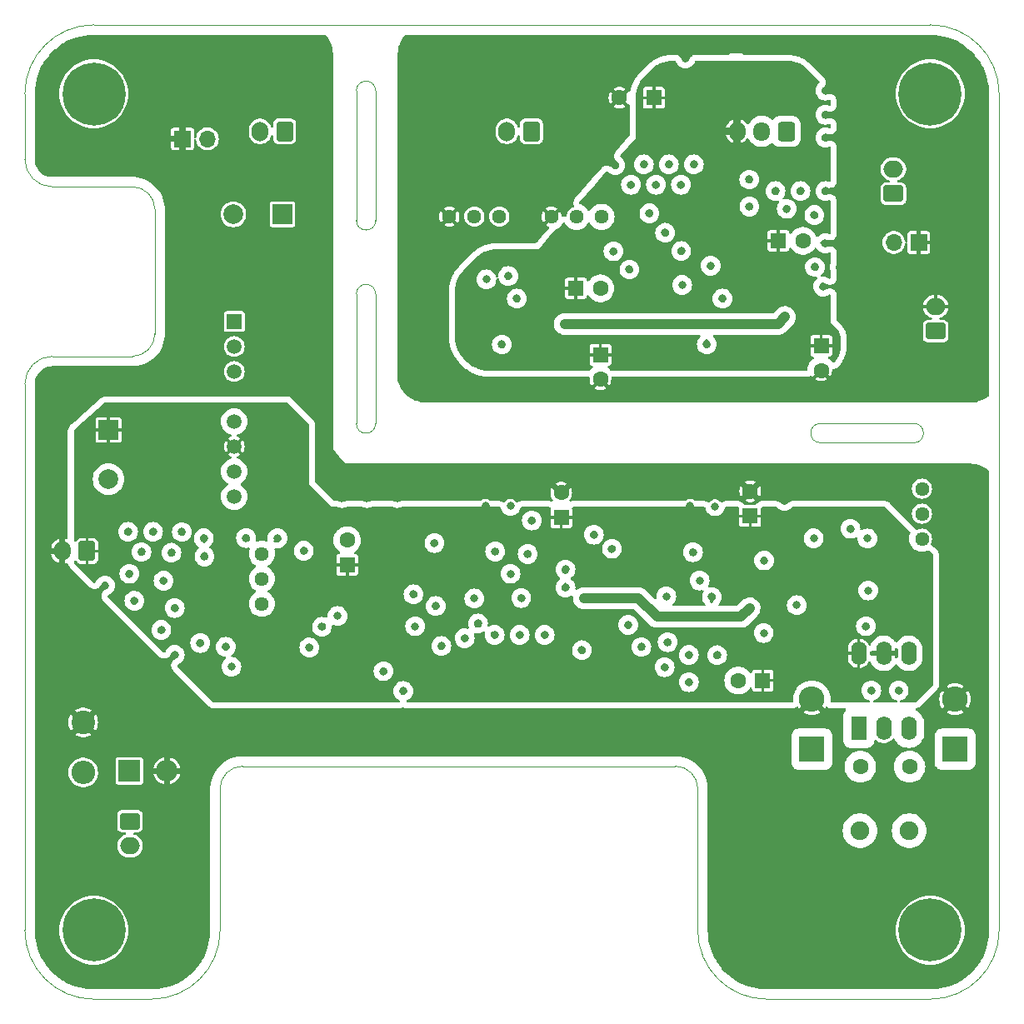
<source format=gbl>
G04 #@! TF.GenerationSoftware,KiCad,Pcbnew,7.0.7+dfsg-1*
G04 #@! TF.CreationDate,2024-09-28T12:18:31+02:00*
G04 #@! TF.ProjectId,evo-cube-sensor,65766f2d-6375-4626-952d-73656e736f72,rev?*
G04 #@! TF.SameCoordinates,Original*
G04 #@! TF.FileFunction,Copper,L4,Bot*
G04 #@! TF.FilePolarity,Positive*
%FSLAX46Y46*%
G04 Gerber Fmt 4.6, Leading zero omitted, Abs format (unit mm)*
G04 Created by KiCad (PCBNEW 7.0.7+dfsg-1) date 2024-09-28 12:18:31*
%MOMM*%
%LPD*%
G01*
G04 APERTURE LIST*
G04 Aperture macros list*
%AMRoundRect*
0 Rectangle with rounded corners*
0 $1 Rounding radius*
0 $2 $3 $4 $5 $6 $7 $8 $9 X,Y pos of 4 corners*
0 Add a 4 corners polygon primitive as box body*
4,1,4,$2,$3,$4,$5,$6,$7,$8,$9,$2,$3,0*
0 Add four circle primitives for the rounded corners*
1,1,$1+$1,$2,$3*
1,1,$1+$1,$4,$5*
1,1,$1+$1,$6,$7*
1,1,$1+$1,$8,$9*
0 Add four rect primitives between the rounded corners*
20,1,$1+$1,$2,$3,$4,$5,0*
20,1,$1+$1,$4,$5,$6,$7,0*
20,1,$1+$1,$6,$7,$8,$9,0*
20,1,$1+$1,$8,$9,$2,$3,0*%
G04 Aperture macros list end*
G04 #@! TA.AperFunction,ComponentPad*
%ADD10R,1.700000X1.700000*%
G04 #@! TD*
G04 #@! TA.AperFunction,ComponentPad*
%ADD11O,1.700000X1.700000*%
G04 #@! TD*
G04 #@! TA.AperFunction,ComponentPad*
%ADD12RoundRect,0.250000X0.600000X0.725000X-0.600000X0.725000X-0.600000X-0.725000X0.600000X-0.725000X0*%
G04 #@! TD*
G04 #@! TA.AperFunction,ComponentPad*
%ADD13O,1.700000X1.950000*%
G04 #@! TD*
G04 #@! TA.AperFunction,ComponentPad*
%ADD14R,1.600000X1.600000*%
G04 #@! TD*
G04 #@! TA.AperFunction,ComponentPad*
%ADD15C,1.600000*%
G04 #@! TD*
G04 #@! TA.AperFunction,ComponentPad*
%ADD16RoundRect,0.250000X0.750000X-0.600000X0.750000X0.600000X-0.750000X0.600000X-0.750000X-0.600000X0*%
G04 #@! TD*
G04 #@! TA.AperFunction,ComponentPad*
%ADD17O,2.000000X1.700000*%
G04 #@! TD*
G04 #@! TA.AperFunction,ComponentPad*
%ADD18C,1.440000*%
G04 #@! TD*
G04 #@! TA.AperFunction,ComponentPad*
%ADD19C,1.905000*%
G04 #@! TD*
G04 #@! TA.AperFunction,ComponentPad*
%ADD20C,2.400000*%
G04 #@! TD*
G04 #@! TA.AperFunction,ComponentPad*
%ADD21O,2.400000X2.400000*%
G04 #@! TD*
G04 #@! TA.AperFunction,ComponentPad*
%ADD22R,2.200000X2.200000*%
G04 #@! TD*
G04 #@! TA.AperFunction,ComponentPad*
%ADD23O,2.200000X2.200000*%
G04 #@! TD*
G04 #@! TA.AperFunction,ComponentPad*
%ADD24C,0.800000*%
G04 #@! TD*
G04 #@! TA.AperFunction,ComponentPad*
%ADD25C,6.400000*%
G04 #@! TD*
G04 #@! TA.AperFunction,ComponentPad*
%ADD26R,1.500000X1.500000*%
G04 #@! TD*
G04 #@! TA.AperFunction,ComponentPad*
%ADD27C,1.500000*%
G04 #@! TD*
G04 #@! TA.AperFunction,ComponentPad*
%ADD28R,1.600000X2.400000*%
G04 #@! TD*
G04 #@! TA.AperFunction,ComponentPad*
%ADD29O,1.600000X2.400000*%
G04 #@! TD*
G04 #@! TA.AperFunction,ComponentPad*
%ADD30R,2.600000X2.600000*%
G04 #@! TD*
G04 #@! TA.AperFunction,ComponentPad*
%ADD31O,2.600000X2.600000*%
G04 #@! TD*
G04 #@! TA.AperFunction,ComponentPad*
%ADD32RoundRect,0.250000X0.600000X0.750000X-0.600000X0.750000X-0.600000X-0.750000X0.600000X-0.750000X0*%
G04 #@! TD*
G04 #@! TA.AperFunction,ComponentPad*
%ADD33O,1.700000X2.000000*%
G04 #@! TD*
G04 #@! TA.AperFunction,ComponentPad*
%ADD34R,2.000000X2.000000*%
G04 #@! TD*
G04 #@! TA.AperFunction,ComponentPad*
%ADD35C,2.000000*%
G04 #@! TD*
G04 #@! TA.AperFunction,ComponentPad*
%ADD36RoundRect,0.250000X-0.750000X0.600000X-0.750000X-0.600000X0.750000X-0.600000X0.750000X0.600000X0*%
G04 #@! TD*
G04 #@! TA.AperFunction,ViaPad*
%ADD37C,0.800000*%
G04 #@! TD*
G04 #@! TA.AperFunction,Conductor*
%ADD38C,1.000000*%
G04 #@! TD*
G04 #@! TA.AperFunction,Profile*
%ADD39C,0.100000*%
G04 #@! TD*
G04 APERTURE END LIST*
D10*
X49677400Y-44145200D03*
D11*
X52217400Y-44145200D03*
D12*
X111034200Y-43383200D03*
D13*
X108534200Y-43383200D03*
X106034200Y-43383200D03*
D14*
X114579400Y-65176400D03*
D15*
X114579400Y-67676400D03*
X123556400Y-107950000D03*
X118556400Y-107950000D03*
D16*
X121914200Y-49713200D03*
D17*
X121914200Y-47213200D03*
D18*
X81879600Y-52044600D03*
X79339600Y-52044600D03*
X76799600Y-52044600D03*
D14*
X110224688Y-54508400D03*
D15*
X112724688Y-54508400D03*
D19*
X118520200Y-114439700D03*
X123520200Y-114439700D03*
D18*
X57759600Y-91389200D03*
X57759600Y-88849200D03*
X57759600Y-86309200D03*
D20*
X39598600Y-103445800D03*
D21*
X39598600Y-108525800D03*
D22*
X44286817Y-108381800D03*
D23*
X48096817Y-108381800D03*
D16*
X126212600Y-63688600D03*
D17*
X126212600Y-61188600D03*
D14*
X97581600Y-39979600D03*
D15*
X94081600Y-39979600D03*
D10*
X124490400Y-54686200D03*
D11*
X121950400Y-54686200D03*
D14*
X66421000Y-87426800D03*
D15*
X66421000Y-84926800D03*
D24*
X123264200Y-124569200D03*
X123967144Y-122872144D03*
X123967144Y-126266256D03*
X125664200Y-122169200D03*
D25*
X125664200Y-124569200D03*
D24*
X125664200Y-126969200D03*
X127361256Y-122872144D03*
X127361256Y-126266256D03*
X128064200Y-124569200D03*
D26*
X54940200Y-62712600D03*
D27*
X54940200Y-65252600D03*
X54940200Y-67792600D03*
X54940200Y-72872600D03*
X54940200Y-75412600D03*
X54940200Y-77952600D03*
X54940200Y-80492600D03*
D24*
X38264200Y-39569200D03*
X38967144Y-37872144D03*
X38967144Y-41266256D03*
X40664200Y-37169200D03*
D25*
X40664200Y-39569200D03*
D24*
X40664200Y-41969200D03*
X42361256Y-37872144D03*
X42361256Y-41266256D03*
X43064200Y-39569200D03*
D14*
X108647113Y-99187000D03*
D15*
X106147113Y-99187000D03*
D18*
X124820500Y-84782750D03*
X124820500Y-82242750D03*
X124820500Y-79702750D03*
D28*
X118389400Y-104038400D03*
D29*
X120929400Y-104038400D03*
X123469400Y-104038400D03*
X123469400Y-96418400D03*
X120929400Y-96418400D03*
X118389400Y-96418400D03*
D18*
X92252800Y-52070000D03*
X89712800Y-52070000D03*
X87172800Y-52070000D03*
D30*
X113639600Y-106172000D03*
D31*
X113639600Y-101092000D03*
D32*
X39979600Y-86029800D03*
D33*
X37479600Y-86029800D03*
D34*
X59847877Y-51816000D03*
D35*
X54847877Y-51816000D03*
D14*
X89650688Y-59334400D03*
D15*
X92150688Y-59334400D03*
D32*
X60066200Y-43383200D03*
D33*
X57566200Y-43383200D03*
D24*
X38264200Y-124569200D03*
X38967144Y-122872144D03*
X38967144Y-126266256D03*
X40664200Y-122169200D03*
D25*
X40664200Y-124569200D03*
D24*
X40664200Y-126969200D03*
X42361256Y-122872144D03*
X42361256Y-126266256D03*
X43064200Y-124569200D03*
D34*
X42164000Y-73730723D03*
D35*
X42164000Y-78730723D03*
D24*
X123264200Y-39569200D03*
X123967144Y-37872144D03*
X123967144Y-41266256D03*
X125664200Y-37169200D03*
D25*
X125664200Y-39569200D03*
D24*
X125664200Y-41969200D03*
X127361256Y-37872144D03*
X127361256Y-41266256D03*
X128064200Y-39569200D03*
D30*
X128193800Y-106172000D03*
D31*
X128193800Y-101092000D03*
D32*
X85146200Y-43383200D03*
D33*
X82646200Y-43383200D03*
D36*
X44338200Y-113487200D03*
D17*
X44338200Y-115987200D03*
D14*
X92151200Y-66090800D03*
D15*
X92151200Y-68590800D03*
D14*
X107365800Y-82473800D03*
D15*
X107365800Y-79973800D03*
D14*
X88163400Y-82612113D03*
D15*
X88163400Y-80112113D03*
D37*
X80467200Y-81432400D03*
X114731800Y-89255600D03*
X113969800Y-86588600D03*
X101269800Y-81432400D03*
X100711000Y-65786000D03*
X86258400Y-58521600D03*
X79984600Y-65887600D03*
X107238800Y-58496200D03*
X69799200Y-78562200D03*
X108762800Y-102870000D03*
X68478400Y-104952800D03*
X86436200Y-104952800D03*
X108026200Y-116738400D03*
X79705200Y-93395800D03*
X128854200Y-109778800D03*
X53238400Y-104952800D03*
X61950600Y-68961000D03*
X75285600Y-85217000D03*
X64693800Y-102895400D03*
X47828200Y-36525200D03*
X59613800Y-102844600D03*
X50368200Y-67233800D03*
X63906400Y-57302400D03*
X46050200Y-44119800D03*
X37439600Y-97891600D03*
X88595200Y-89738200D03*
X105918000Y-108585000D03*
X47218600Y-120167400D03*
X117551200Y-83769200D03*
X101854000Y-104952800D03*
X47269400Y-105816400D03*
X128854200Y-112318800D03*
X107162600Y-104952800D03*
X84759800Y-86334600D03*
X114782600Y-121462800D03*
X64719200Y-78562200D03*
X44526200Y-97053400D03*
X63906400Y-49682400D03*
X126593600Y-109626400D03*
X50368200Y-50495200D03*
X36982400Y-72186800D03*
X111506000Y-110185200D03*
X93319600Y-85801200D03*
X87071200Y-78333600D03*
X72110600Y-100253800D03*
X41808400Y-92075000D03*
X76276200Y-104952800D03*
X63906400Y-44602400D03*
X44907200Y-69545200D03*
X49606200Y-84099400D03*
X81407000Y-94564200D03*
X128854200Y-119938800D03*
X104394000Y-104952800D03*
X111506000Y-112928400D03*
X68427600Y-80645000D03*
X45516800Y-86131400D03*
X41808400Y-89535000D03*
X98145600Y-102870000D03*
X67233800Y-102895400D03*
X74904600Y-102895400D03*
X120878600Y-112979200D03*
X108026200Y-126898400D03*
X117551200Y-123190000D03*
X105765600Y-102870000D03*
X65938400Y-104952800D03*
X50774600Y-102641400D03*
X89611200Y-78333600D03*
X122453400Y-100203000D03*
X111506000Y-125628400D03*
X44145200Y-84074000D03*
X91516200Y-104952800D03*
X47523400Y-94056200D03*
X108772200Y-86985600D03*
X111506000Y-118008400D03*
X119126000Y-93675200D03*
X103225600Y-102870000D03*
X51485800Y-95377000D03*
X124815600Y-118008400D03*
X63906400Y-67640200D03*
X79984600Y-102895400D03*
X47193200Y-128041400D03*
X39827200Y-69545200D03*
X63855600Y-93726000D03*
X59334400Y-84734400D03*
X36982400Y-79806800D03*
X108026200Y-121818400D03*
X108026200Y-114198400D03*
X114782600Y-126542800D03*
X114782600Y-124002800D03*
X103479600Y-90703400D03*
X128854200Y-114858800D03*
X50368200Y-55575200D03*
X57099200Y-102819200D03*
X42367200Y-69545200D03*
X117551200Y-125730000D03*
X41935400Y-45897800D03*
X104013000Y-96621600D03*
X63906400Y-65100200D03*
X51841400Y-84734400D03*
X117551200Y-128270000D03*
X101142800Y-96596200D03*
X101142800Y-99364800D03*
X37033200Y-120167400D03*
X83896200Y-104952800D03*
X50368200Y-37795200D03*
X48564800Y-86207600D03*
X47447200Y-69545200D03*
X114427000Y-78562200D03*
X119507000Y-78562200D03*
X55778400Y-104952800D03*
X49758600Y-126365000D03*
X95504000Y-102870000D03*
X44780200Y-91084400D03*
X98983800Y-95300800D03*
X48996600Y-104521000D03*
X78816200Y-104952800D03*
X50825400Y-112420400D03*
X94056200Y-104952800D03*
X111506000Y-123088400D03*
X49758600Y-121285000D03*
X62560200Y-95835950D03*
X53086000Y-39065200D03*
X87604600Y-102895400D03*
X44526200Y-94640400D03*
X111506000Y-120548400D03*
X81457800Y-86080600D03*
X90144600Y-102895400D03*
X72364600Y-102895400D03*
X119684800Y-100203000D03*
X63906400Y-54762400D03*
X73761600Y-79679800D03*
X99314000Y-104952800D03*
X47218600Y-125247400D03*
X50800000Y-117754400D03*
X48895000Y-96596200D03*
X121056400Y-107950000D03*
X100685600Y-102870000D03*
X122275600Y-118008400D03*
X109397800Y-78562200D03*
X84099400Y-90805000D03*
X63906400Y-39522400D03*
X56134000Y-84709000D03*
X96316800Y-95783400D03*
X71501000Y-80645000D03*
X41808400Y-99695000D03*
X36982400Y-69545200D03*
X54356000Y-102590600D03*
X51917600Y-86588600D03*
X75996800Y-95681800D03*
X94970600Y-93548200D03*
X86487000Y-94564200D03*
X63906400Y-59842400D03*
X77444600Y-102895400D03*
X50368200Y-40335200D03*
X83947000Y-94564200D03*
X119735600Y-118008400D03*
X37439600Y-92811600D03*
X82524600Y-102895400D03*
X111937800Y-78562200D03*
X50825400Y-109880400D03*
X108026200Y-119278400D03*
X110845600Y-80924400D03*
X128854200Y-117398800D03*
X48895000Y-91821000D03*
X78359000Y-94894400D03*
X73152000Y-90424000D03*
X51231800Y-106705400D03*
X69773800Y-102895400D03*
X101549200Y-86156800D03*
X81356200Y-104952800D03*
X50825400Y-114960400D03*
X67259200Y-78562200D03*
X44272200Y-88341200D03*
X115620800Y-109524800D03*
X63906400Y-62560200D03*
X54076600Y-95758000D03*
X41808400Y-94615000D03*
X63398400Y-104952800D03*
X47828200Y-39065200D03*
X90271600Y-96113600D03*
X85166200Y-82931000D03*
X49758600Y-123825000D03*
X37439600Y-95351600D03*
X44958000Y-100634800D03*
X75412600Y-91617800D03*
X58318400Y-104952800D03*
X96774000Y-104952800D03*
X71196200Y-104952800D03*
X63906400Y-42062400D03*
X37769800Y-45796200D03*
X62153800Y-102895400D03*
X60858400Y-104952800D03*
X46736000Y-98755200D03*
X85064600Y-102895400D03*
X63906400Y-70180200D03*
X108026200Y-111455200D03*
X108026200Y-124358400D03*
X91338400Y-80416400D03*
X88595200Y-87909400D03*
X116967000Y-78562200D03*
X41808400Y-97155000D03*
X65887600Y-80645000D03*
X63881000Y-75463400D03*
X38074600Y-89662000D03*
X70104000Y-98247200D03*
X117195600Y-118008400D03*
X92151200Y-78333600D03*
X62001400Y-86004400D03*
X63906400Y-52222400D03*
X47752000Y-89052400D03*
X73736200Y-104952800D03*
X50368200Y-58115200D03*
X91490800Y-84378800D03*
X88976200Y-104952800D03*
X46685200Y-84074000D03*
X94589600Y-79679800D03*
X50368200Y-47955200D03*
X92938600Y-102870000D03*
X98679000Y-97840800D03*
X50368200Y-53035200D03*
X63881000Y-72923400D03*
X111506000Y-115468400D03*
X47066200Y-41554400D03*
X63906400Y-47142400D03*
X47218600Y-122707400D03*
X120878600Y-111074200D03*
X102235000Y-89027000D03*
X103809800Y-81483200D03*
X113817400Y-84734400D03*
X112099600Y-91532200D03*
X119354600Y-90043000D03*
X119278400Y-84759800D03*
X108737400Y-94361000D03*
X98846864Y-90637136D03*
X90449400Y-90827100D03*
X107306375Y-91846400D03*
X110895352Y-62255400D03*
X88520048Y-62965552D03*
X65430400Y-92633800D03*
X83007200Y-88341200D03*
X83007200Y-81457800D03*
X73329800Y-93675200D03*
X79324200Y-90855800D03*
X100457000Y-59004200D03*
X80568800Y-58420000D03*
X76098400Y-43205400D03*
X104546400Y-60375800D03*
X129641600Y-69342000D03*
X103352600Y-57048400D03*
X93345000Y-44119800D03*
X92786200Y-35585400D03*
X97866200Y-35306000D03*
X124028200Y-69342000D03*
X120091200Y-39243000D03*
X111074200Y-51257200D03*
X78613000Y-55702200D03*
X98729800Y-53695600D03*
X129286000Y-57175400D03*
X120269000Y-67005200D03*
X85750400Y-50520600D03*
X115011200Y-49453800D03*
X82118200Y-65049400D03*
X78638400Y-36855400D03*
X128854200Y-45745400D03*
X73101200Y-51790600D03*
X119862600Y-59156600D03*
X124206000Y-57175400D03*
X117551200Y-44018200D03*
X126339600Y-51054000D03*
X88849200Y-39065200D03*
X114782600Y-59156600D03*
X118948200Y-69342000D03*
X109931200Y-49453800D03*
X117551200Y-36880800D03*
X117551200Y-39243000D03*
X100787200Y-35966400D03*
X75590400Y-57480200D03*
X113893600Y-51892200D03*
X116408200Y-69342000D03*
X93472000Y-55575200D03*
X107289600Y-51028600D03*
X85318600Y-48641000D03*
X121666000Y-57175400D03*
X90982800Y-37896800D03*
X97129600Y-51714400D03*
X76098400Y-38125400D03*
X115011200Y-41706800D03*
X76123800Y-46101000D03*
X73101200Y-46710600D03*
X73101200Y-59410600D03*
X88849200Y-41605200D03*
X126314200Y-48361600D03*
X100355400Y-55549800D03*
X88646000Y-69875400D03*
X83921600Y-46812200D03*
X128854200Y-48361600D03*
X73101200Y-49250600D03*
X82778600Y-58089800D03*
X73101200Y-54330600D03*
X75692000Y-62966600D03*
X90982800Y-40436800D03*
X128422400Y-67005200D03*
X116484400Y-57175400D03*
X97790000Y-48818800D03*
X101650800Y-46736000D03*
X75361800Y-50495200D03*
X88849200Y-44145200D03*
X74853800Y-55702200D03*
X102946200Y-65024000D03*
X99110800Y-46736000D03*
X109651800Y-69850000D03*
X90982800Y-42976800D03*
X122402600Y-59156600D03*
X88849200Y-36525200D03*
X115011200Y-44018200D03*
X117551200Y-41706800D03*
X78638400Y-41935400D03*
X127101600Y-69342000D03*
X76098400Y-40665400D03*
X120091200Y-36880800D03*
X125882400Y-67005200D03*
X82626200Y-48641000D03*
X120091200Y-41706800D03*
X93649800Y-46837600D03*
X100330000Y-48818800D03*
X95097600Y-57429400D03*
X121488200Y-69342000D03*
X128879600Y-51054000D03*
X78638400Y-45415200D03*
X78638400Y-39395400D03*
X96570800Y-46736000D03*
X73101200Y-41630600D03*
X126746000Y-57175400D03*
X73101200Y-36550600D03*
X73101200Y-56870600D03*
X107264200Y-48285400D03*
X122809000Y-67005200D03*
X73101200Y-44170600D03*
X113944400Y-57175400D03*
X83642200Y-60375800D03*
X90982800Y-45516800D03*
X117322600Y-59156600D03*
X127381000Y-54610000D03*
X115011200Y-39243000D03*
X114985800Y-54762400D03*
X112471200Y-49453800D03*
X73101200Y-61950600D03*
X95250000Y-48818800D03*
X126314200Y-45745400D03*
X115011200Y-36880800D03*
X119126000Y-57175400D03*
X73101200Y-39090600D03*
X73101200Y-64490600D03*
X54649850Y-97790000D03*
D38*
X106417375Y-92735400D02*
X97917000Y-92735400D01*
X97917000Y-92735400D02*
X96008700Y-90827100D01*
X96008700Y-90827100D02*
X90449400Y-90827100D01*
X107306375Y-91846400D02*
X106417375Y-92735400D01*
X99491800Y-62965552D02*
X101879400Y-62965552D01*
X110895352Y-62255400D02*
X110185200Y-62965552D01*
X110185200Y-62965552D02*
X101879400Y-62965552D01*
X88520048Y-62965552D02*
X99491800Y-62965552D01*
G04 #@! TA.AperFunction,Conductor*
G36*
X72175882Y-99863317D02*
G01*
X72199716Y-99868058D01*
X72250813Y-99883559D01*
X72273257Y-99892855D01*
X72284388Y-99898805D01*
X72320335Y-99918019D01*
X72340543Y-99931521D01*
X72362604Y-99949626D01*
X72381820Y-99965395D01*
X72399009Y-99982584D01*
X72432872Y-100023847D01*
X72446372Y-100044050D01*
X72461204Y-100071798D01*
X72471541Y-100091138D01*
X72480841Y-100113593D01*
X72496338Y-100164679D01*
X72501081Y-100188521D01*
X72506313Y-100241645D01*
X72506313Y-100265951D01*
X72501082Y-100319073D01*
X72496339Y-100342917D01*
X72480842Y-100394003D01*
X72471540Y-100416461D01*
X72446375Y-100463541D01*
X72432871Y-100483751D01*
X72399006Y-100525016D01*
X72381816Y-100542206D01*
X72340551Y-100576071D01*
X72320341Y-100589575D01*
X72250963Y-100626659D01*
X72250916Y-100626668D01*
X72203855Y-100651839D01*
X72169058Y-100670440D01*
X72100655Y-100684683D01*
X72052150Y-100670442D01*
X71999639Y-100642375D01*
X71969678Y-100626356D01*
X71969633Y-100626336D01*
X71900863Y-100589578D01*
X71880653Y-100576075D01*
X71839377Y-100542202D01*
X71822188Y-100525013D01*
X71788323Y-100483748D01*
X71774821Y-100463540D01*
X71763308Y-100442000D01*
X71749660Y-100416466D01*
X71740358Y-100394011D01*
X71739168Y-100390087D01*
X71724856Y-100342908D01*
X71720117Y-100319076D01*
X71715114Y-100268278D01*
X71714885Y-100265951D01*
X71714885Y-100241648D01*
X71718691Y-100202999D01*
X71720117Y-100188518D01*
X71724856Y-100164689D01*
X71740359Y-100113583D01*
X71749657Y-100091138D01*
X71774823Y-100044054D01*
X71788320Y-100023855D01*
X71822200Y-99982571D01*
X71839378Y-99965393D01*
X71880651Y-99931521D01*
X71900846Y-99918027D01*
X71947944Y-99892852D01*
X71970373Y-99883562D01*
X72021488Y-99868056D01*
X72045313Y-99863317D01*
X72098455Y-99858084D01*
X72122743Y-99858084D01*
X72175882Y-99863317D01*
G37*
G04 #@! TD.AperFunction*
G04 #@! TA.AperFunction,Conductor*
G36*
X119750082Y-99812517D02*
G01*
X119773921Y-99817260D01*
X119825003Y-99832756D01*
X119847459Y-99842057D01*
X119894535Y-99867219D01*
X119914747Y-99880724D01*
X119956020Y-99914595D01*
X119973203Y-99931777D01*
X120007075Y-99973050D01*
X120020572Y-99993250D01*
X120036928Y-100023850D01*
X120045741Y-100040338D01*
X120055041Y-100062793D01*
X120070538Y-100113879D01*
X120075281Y-100137721D01*
X120080513Y-100190845D01*
X120080513Y-100215151D01*
X120075282Y-100268273D01*
X120070539Y-100292117D01*
X120055042Y-100343203D01*
X120045740Y-100365661D01*
X120020575Y-100412741D01*
X120007071Y-100432951D01*
X119973206Y-100474216D01*
X119956016Y-100491406D01*
X119914751Y-100525271D01*
X119894541Y-100538775D01*
X119847461Y-100563940D01*
X119825004Y-100573242D01*
X119771156Y-100589578D01*
X119736428Y-100600113D01*
X119727285Y-100602984D01*
X119721107Y-100604924D01*
X119720497Y-100602984D01*
X119659102Y-100608363D01*
X119637078Y-100601263D01*
X119636973Y-100601544D01*
X119633176Y-100600115D01*
X119633177Y-100600115D01*
X119633172Y-100600113D01*
X119544585Y-100573240D01*
X119522143Y-100563943D01*
X119475058Y-100538776D01*
X119454851Y-100525274D01*
X119413577Y-100491402D01*
X119396388Y-100474213D01*
X119382604Y-100457417D01*
X119362525Y-100432950D01*
X119349024Y-100412746D01*
X119323854Y-100365656D01*
X119314561Y-100343220D01*
X119299057Y-100292111D01*
X119294317Y-100268278D01*
X119289085Y-100215151D01*
X119289085Y-100190847D01*
X119291662Y-100164679D01*
X119294317Y-100137717D01*
X119299059Y-100113879D01*
X119299147Y-100113591D01*
X119314557Y-100062789D01*
X119323857Y-100040338D01*
X119349023Y-99993254D01*
X119362520Y-99973055D01*
X119396400Y-99931771D01*
X119413578Y-99914593D01*
X119454851Y-99880721D01*
X119475046Y-99867227D01*
X119522144Y-99842052D01*
X119544573Y-99832762D01*
X119595688Y-99817256D01*
X119619513Y-99812517D01*
X119672655Y-99807284D01*
X119696943Y-99807284D01*
X119750082Y-99812517D01*
G37*
G04 #@! TD.AperFunction*
G04 #@! TA.AperFunction,Conductor*
G36*
X122518682Y-99812517D02*
G01*
X122542521Y-99817260D01*
X122593603Y-99832756D01*
X122616059Y-99842057D01*
X122663135Y-99867219D01*
X122683347Y-99880724D01*
X122724620Y-99914595D01*
X122741803Y-99931777D01*
X122775675Y-99973050D01*
X122789172Y-99993250D01*
X122805528Y-100023850D01*
X122814341Y-100040338D01*
X122823641Y-100062793D01*
X122839138Y-100113879D01*
X122843881Y-100137721D01*
X122849113Y-100190845D01*
X122849113Y-100215151D01*
X122843882Y-100268273D01*
X122839139Y-100292117D01*
X122823642Y-100343203D01*
X122814340Y-100365661D01*
X122789175Y-100412741D01*
X122775671Y-100432951D01*
X122741806Y-100474216D01*
X122724616Y-100491406D01*
X122683351Y-100525271D01*
X122663141Y-100538775D01*
X122616061Y-100563940D01*
X122593604Y-100573242D01*
X122539756Y-100589578D01*
X122505028Y-100600113D01*
X122495885Y-100602984D01*
X122489707Y-100604924D01*
X122489097Y-100602984D01*
X122427702Y-100608363D01*
X122405678Y-100601263D01*
X122405573Y-100601544D01*
X122401776Y-100600115D01*
X122401777Y-100600115D01*
X122401772Y-100600113D01*
X122313185Y-100573240D01*
X122290743Y-100563943D01*
X122243658Y-100538776D01*
X122223451Y-100525274D01*
X122182177Y-100491402D01*
X122164988Y-100474213D01*
X122151204Y-100457417D01*
X122131125Y-100432950D01*
X122117624Y-100412746D01*
X122092454Y-100365656D01*
X122083161Y-100343220D01*
X122067657Y-100292111D01*
X122062917Y-100268278D01*
X122057685Y-100215151D01*
X122057685Y-100190847D01*
X122060262Y-100164679D01*
X122062917Y-100137717D01*
X122067659Y-100113879D01*
X122067747Y-100113591D01*
X122083157Y-100062789D01*
X122092457Y-100040338D01*
X122117623Y-99993254D01*
X122131120Y-99973055D01*
X122165000Y-99931771D01*
X122182178Y-99914593D01*
X122223451Y-99880721D01*
X122243646Y-99867227D01*
X122290744Y-99842052D01*
X122313173Y-99832762D01*
X122364288Y-99817256D01*
X122388113Y-99812517D01*
X122441255Y-99807284D01*
X122465543Y-99807284D01*
X122518682Y-99812517D01*
G37*
G04 #@! TD.AperFunction*
G04 #@! TA.AperFunction,Conductor*
G36*
X101208082Y-98974317D02*
G01*
X101231921Y-98979060D01*
X101283003Y-98994556D01*
X101305459Y-99003857D01*
X101352535Y-99029019D01*
X101372747Y-99042524D01*
X101414020Y-99076395D01*
X101431209Y-99093584D01*
X101465071Y-99134845D01*
X101478577Y-99155058D01*
X101495651Y-99187002D01*
X101503742Y-99202141D01*
X101513041Y-99224593D01*
X101528537Y-99275675D01*
X101533280Y-99299514D01*
X101535131Y-99318303D01*
X101538513Y-99352648D01*
X101538514Y-99376953D01*
X101533282Y-99430075D01*
X101528539Y-99453917D01*
X101513042Y-99505003D01*
X101503740Y-99527461D01*
X101478575Y-99574541D01*
X101465071Y-99594751D01*
X101431206Y-99636016D01*
X101414016Y-99653206D01*
X101372751Y-99687071D01*
X101352541Y-99700575D01*
X101305461Y-99725740D01*
X101283003Y-99735042D01*
X101231917Y-99750539D01*
X101208073Y-99755282D01*
X101154951Y-99760513D01*
X101130648Y-99760513D01*
X101077525Y-99755282D01*
X101053680Y-99750539D01*
X101002594Y-99735042D01*
X100980137Y-99725740D01*
X100933062Y-99700578D01*
X100912851Y-99687074D01*
X100871577Y-99653202D01*
X100854388Y-99636013D01*
X100820526Y-99594752D01*
X100807024Y-99574546D01*
X100781854Y-99527456D01*
X100772561Y-99505020D01*
X100757057Y-99453911D01*
X100752317Y-99430078D01*
X100747085Y-99376952D01*
X100747085Y-99352648D01*
X100750467Y-99318303D01*
X100752318Y-99299514D01*
X100757059Y-99275679D01*
X100757061Y-99275675D01*
X100772557Y-99224589D01*
X100781856Y-99202139D01*
X100807023Y-99155054D01*
X100820520Y-99134855D01*
X100854400Y-99093571D01*
X100871578Y-99076393D01*
X100912851Y-99042521D01*
X100933046Y-99029027D01*
X100980144Y-99003852D01*
X101002573Y-98994562D01*
X101053688Y-98979056D01*
X101077513Y-98974317D01*
X101130655Y-98969084D01*
X101154943Y-98969084D01*
X101208082Y-98974317D01*
G37*
G04 #@! TD.AperFunction*
G04 #@! TA.AperFunction,Conductor*
G36*
X70169282Y-97856717D02*
G01*
X70193121Y-97861460D01*
X70244203Y-97876956D01*
X70266659Y-97886257D01*
X70313735Y-97911419D01*
X70333946Y-97924924D01*
X70375218Y-97958794D01*
X70392409Y-97975985D01*
X70426270Y-98017246D01*
X70439774Y-98037455D01*
X70464942Y-98084541D01*
X70474241Y-98106991D01*
X70478629Y-98121455D01*
X70489739Y-98158081D01*
X70494481Y-98181922D01*
X70499713Y-98235047D01*
X70499713Y-98259352D01*
X70494482Y-98312473D01*
X70489739Y-98336317D01*
X70474242Y-98387403D01*
X70464940Y-98409861D01*
X70439775Y-98456941D01*
X70426271Y-98477151D01*
X70392406Y-98518416D01*
X70375216Y-98535606D01*
X70333951Y-98569471D01*
X70313741Y-98582975D01*
X70266661Y-98608140D01*
X70244203Y-98617442D01*
X70193117Y-98632939D01*
X70169273Y-98637682D01*
X70116151Y-98642913D01*
X70091848Y-98642913D01*
X70038725Y-98637682D01*
X70014880Y-98632939D01*
X69963794Y-98617442D01*
X69941337Y-98608140D01*
X69894262Y-98582978D01*
X69874051Y-98569474D01*
X69832777Y-98535602D01*
X69815588Y-98518413D01*
X69781726Y-98477152D01*
X69768221Y-98456940D01*
X69743061Y-98409869D01*
X69733758Y-98387411D01*
X69718259Y-98336317D01*
X69718256Y-98336308D01*
X69713517Y-98312482D01*
X69708284Y-98259345D01*
X69708284Y-98235057D01*
X69713517Y-98181912D01*
X69718256Y-98158089D01*
X69733759Y-98106983D01*
X69743056Y-98084539D01*
X69768223Y-98037454D01*
X69781720Y-98017255D01*
X69815600Y-97975971D01*
X69832778Y-97958793D01*
X69874051Y-97924921D01*
X69894246Y-97911427D01*
X69941344Y-97886252D01*
X69963773Y-97876962D01*
X70014888Y-97861456D01*
X70038713Y-97856717D01*
X70091855Y-97851484D01*
X70116143Y-97851484D01*
X70169282Y-97856717D01*
G37*
G04 #@! TD.AperFunction*
G04 #@! TA.AperFunction,Conductor*
G36*
X98744282Y-97450317D02*
G01*
X98768121Y-97455060D01*
X98819203Y-97470556D01*
X98841659Y-97479857D01*
X98888735Y-97505019D01*
X98908947Y-97518524D01*
X98950220Y-97552395D01*
X98967403Y-97569577D01*
X99001275Y-97610850D01*
X99014772Y-97631050D01*
X99023331Y-97647062D01*
X99039941Y-97678138D01*
X99049241Y-97700593D01*
X99064738Y-97751679D01*
X99069481Y-97775522D01*
X99074713Y-97828647D01*
X99074713Y-97852952D01*
X99069482Y-97906073D01*
X99064739Y-97929917D01*
X99049242Y-97981003D01*
X99039940Y-98003461D01*
X99014775Y-98050541D01*
X99001271Y-98070751D01*
X98967406Y-98112016D01*
X98950216Y-98129206D01*
X98908951Y-98163071D01*
X98888741Y-98176575D01*
X98841661Y-98201740D01*
X98819203Y-98211042D01*
X98768117Y-98226539D01*
X98744273Y-98231282D01*
X98691151Y-98236513D01*
X98666848Y-98236513D01*
X98613725Y-98231282D01*
X98589880Y-98226539D01*
X98538794Y-98211042D01*
X98516337Y-98201740D01*
X98469262Y-98176578D01*
X98449051Y-98163074D01*
X98407777Y-98129202D01*
X98390588Y-98112013D01*
X98356726Y-98070752D01*
X98343221Y-98050540D01*
X98336227Y-98037455D01*
X98318060Y-98003466D01*
X98308758Y-97981011D01*
X98308585Y-97980440D01*
X98293256Y-97929908D01*
X98288517Y-97906082D01*
X98283284Y-97852945D01*
X98283284Y-97828657D01*
X98288517Y-97775512D01*
X98293256Y-97751689D01*
X98308759Y-97700583D01*
X98318057Y-97678138D01*
X98343223Y-97631054D01*
X98356720Y-97610855D01*
X98390600Y-97569571D01*
X98407778Y-97552393D01*
X98449051Y-97518521D01*
X98469246Y-97505027D01*
X98516344Y-97479852D01*
X98538773Y-97470562D01*
X98589888Y-97455056D01*
X98613713Y-97450317D01*
X98666855Y-97445084D01*
X98691143Y-97445084D01*
X98744282Y-97450317D01*
G37*
G04 #@! TD.AperFunction*
G04 #@! TA.AperFunction,Conductor*
G36*
X104078282Y-96231117D02*
G01*
X104102121Y-96235860D01*
X104153203Y-96251356D01*
X104175659Y-96260657D01*
X104222735Y-96285819D01*
X104242947Y-96299324D01*
X104253261Y-96307788D01*
X104272212Y-96323341D01*
X104284220Y-96333195D01*
X104301409Y-96350384D01*
X104335271Y-96391645D01*
X104348774Y-96411853D01*
X104351947Y-96417789D01*
X104360361Y-96433531D01*
X104373940Y-96458937D01*
X104383240Y-96481389D01*
X104390699Y-96505976D01*
X104398739Y-96532480D01*
X104403481Y-96556321D01*
X104408713Y-96609445D01*
X104408713Y-96633751D01*
X104403482Y-96686871D01*
X104398739Y-96710715D01*
X104383240Y-96761807D01*
X104373938Y-96784265D01*
X104348775Y-96831341D01*
X104335271Y-96851551D01*
X104301406Y-96892816D01*
X104284216Y-96910006D01*
X104242951Y-96943871D01*
X104222741Y-96957375D01*
X104175661Y-96982540D01*
X104153203Y-96991842D01*
X104102117Y-97007339D01*
X104078273Y-97012082D01*
X104025151Y-97017313D01*
X104000848Y-97017313D01*
X103947725Y-97012082D01*
X103923880Y-97007339D01*
X103872794Y-96991842D01*
X103850337Y-96982540D01*
X103803262Y-96957378D01*
X103783051Y-96943874D01*
X103741777Y-96910002D01*
X103724588Y-96892813D01*
X103717853Y-96884606D01*
X103690725Y-96851550D01*
X103677224Y-96831346D01*
X103652054Y-96784256D01*
X103642761Y-96761820D01*
X103627257Y-96710711D01*
X103622517Y-96686878D01*
X103617285Y-96633752D01*
X103617285Y-96609448D01*
X103618822Y-96593836D01*
X103622517Y-96556317D01*
X103627259Y-96532479D01*
X103627732Y-96530923D01*
X103642757Y-96481389D01*
X103652057Y-96458937D01*
X103677223Y-96411854D01*
X103690720Y-96391655D01*
X103724600Y-96350371D01*
X103741778Y-96333193D01*
X103783051Y-96299321D01*
X103803246Y-96285827D01*
X103850344Y-96260652D01*
X103872773Y-96251362D01*
X103923888Y-96235856D01*
X103947713Y-96231117D01*
X104000855Y-96225884D01*
X104025143Y-96225884D01*
X104078282Y-96231117D01*
G37*
G04 #@! TD.AperFunction*
G04 #@! TA.AperFunction,Conductor*
G36*
X101208082Y-96205717D02*
G01*
X101231921Y-96210460D01*
X101282765Y-96225884D01*
X101283003Y-96225956D01*
X101305459Y-96235257D01*
X101352535Y-96260419D01*
X101372747Y-96273924D01*
X101414020Y-96307795D01*
X101431203Y-96324977D01*
X101465075Y-96366250D01*
X101478572Y-96386450D01*
X101503295Y-96432704D01*
X101503741Y-96433538D01*
X101513041Y-96455993D01*
X101528538Y-96507079D01*
X101533281Y-96530921D01*
X101538513Y-96584042D01*
X101538514Y-96608342D01*
X101537209Y-96621596D01*
X101533280Y-96661485D01*
X101528537Y-96685324D01*
X101513043Y-96736400D01*
X101503742Y-96758856D01*
X101478576Y-96805939D01*
X101465071Y-96826151D01*
X101431206Y-96867416D01*
X101414016Y-96884606D01*
X101372751Y-96918471D01*
X101352541Y-96931975D01*
X101305461Y-96957140D01*
X101283003Y-96966442D01*
X101231917Y-96981939D01*
X101208073Y-96986682D01*
X101154951Y-96991913D01*
X101130648Y-96991913D01*
X101077525Y-96986682D01*
X101053680Y-96981939D01*
X101002594Y-96966442D01*
X100980137Y-96957140D01*
X100933062Y-96931978D01*
X100912851Y-96918474D01*
X100871577Y-96884602D01*
X100854388Y-96867413D01*
X100841371Y-96851552D01*
X100820525Y-96826150D01*
X100807024Y-96805946D01*
X100781854Y-96758856D01*
X100772561Y-96736420D01*
X100757057Y-96685311D01*
X100752317Y-96661477D01*
X100747085Y-96608348D01*
X100747085Y-96584044D01*
X100747085Y-96584042D01*
X100752317Y-96530915D01*
X100757059Y-96507079D01*
X100757969Y-96504082D01*
X100772557Y-96455989D01*
X100781857Y-96433538D01*
X100807023Y-96386454D01*
X100820520Y-96366255D01*
X100854400Y-96324971D01*
X100871578Y-96307793D01*
X100912851Y-96273921D01*
X100933046Y-96260427D01*
X100980144Y-96235252D01*
X101002573Y-96225962D01*
X101053688Y-96210456D01*
X101077513Y-96205717D01*
X101130655Y-96200484D01*
X101154943Y-96200484D01*
X101208082Y-96205717D01*
G37*
G04 #@! TD.AperFunction*
G04 #@! TA.AperFunction,Conductor*
G36*
X122304100Y-95907479D02*
G01*
X122353608Y-95956781D01*
X122368900Y-96016435D01*
X122368900Y-96813636D01*
X122349215Y-96880675D01*
X122296411Y-96926430D01*
X122254036Y-96937299D01*
X122162536Y-96944059D01*
X122094229Y-96929367D01*
X122044708Y-96880078D01*
X122029400Y-96820396D01*
X122029400Y-96668400D01*
X121439976Y-96668400D01*
X121372937Y-96648715D01*
X121327182Y-96595911D01*
X121317238Y-96526753D01*
X121317503Y-96525003D01*
X121334386Y-96418403D01*
X121334386Y-96418396D01*
X121317503Y-96311797D01*
X121326458Y-96242504D01*
X121371454Y-96189052D01*
X121438206Y-96168413D01*
X121439976Y-96168400D01*
X122029400Y-96168400D01*
X122029400Y-96023171D01*
X122049085Y-95956132D01*
X122101889Y-95910377D01*
X122144296Y-95899506D01*
X122161955Y-95898206D01*
X122235797Y-95892770D01*
X122304100Y-95907479D01*
G37*
G04 #@! TD.AperFunction*
G04 #@! TA.AperFunction,Conductor*
G36*
X120485863Y-96188085D02*
G01*
X120531618Y-96240889D01*
X120541562Y-96310047D01*
X120541297Y-96311797D01*
X120524414Y-96418396D01*
X120524414Y-96418403D01*
X120541297Y-96525003D01*
X120532342Y-96594296D01*
X120487346Y-96647748D01*
X120420594Y-96668387D01*
X120418824Y-96668400D01*
X119802101Y-96668400D01*
X119800883Y-96669065D01*
X119791603Y-96668400D01*
X119778038Y-96668400D01*
X119778038Y-96667427D01*
X119731192Y-96664071D01*
X119729834Y-96663555D01*
X119700529Y-96652227D01*
X119700522Y-96652225D01*
X119632632Y-96635758D01*
X119604490Y-96629636D01*
X119599739Y-96628983D01*
X119599956Y-96627401D01*
X119540758Y-96606109D01*
X119498233Y-96550670D01*
X119489900Y-96505981D01*
X119489900Y-96339508D01*
X119509585Y-96272469D01*
X119562389Y-96226714D01*
X119584001Y-96219168D01*
X119729549Y-96183015D01*
X119744889Y-96176987D01*
X119790233Y-96168400D01*
X120418824Y-96168400D01*
X120485863Y-96188085D01*
G37*
G04 #@! TD.AperFunction*
G04 #@! TA.AperFunction,Conductor*
G36*
X90336882Y-95723117D02*
G01*
X90360721Y-95727860D01*
X90397331Y-95738966D01*
X90411803Y-95743356D01*
X90434259Y-95752657D01*
X90479048Y-95776597D01*
X90481335Y-95777819D01*
X90501547Y-95791324D01*
X90506698Y-95795551D01*
X90540486Y-95823280D01*
X90542820Y-95825195D01*
X90560009Y-95842384D01*
X90593871Y-95883645D01*
X90607374Y-95903853D01*
X90632542Y-95950940D01*
X90641843Y-95973394D01*
X90657339Y-96024479D01*
X90662081Y-96048318D01*
X90667314Y-96101444D01*
X90667314Y-96125753D01*
X90662082Y-96178875D01*
X90657339Y-96202717D01*
X90641842Y-96253803D01*
X90632540Y-96276261D01*
X90607375Y-96323341D01*
X90593871Y-96343551D01*
X90560006Y-96384816D01*
X90542816Y-96402006D01*
X90501551Y-96435871D01*
X90481341Y-96449375D01*
X90434261Y-96474540D01*
X90411803Y-96483842D01*
X90360717Y-96499339D01*
X90336873Y-96504082D01*
X90283751Y-96509313D01*
X90259448Y-96509313D01*
X90206325Y-96504082D01*
X90182480Y-96499339D01*
X90131394Y-96483842D01*
X90108937Y-96474540D01*
X90061862Y-96449378D01*
X90041651Y-96435874D01*
X90000377Y-96402002D01*
X89983188Y-96384813D01*
X89949326Y-96343552D01*
X89935824Y-96323346D01*
X89910654Y-96276256D01*
X89901361Y-96253820D01*
X89885857Y-96202711D01*
X89881117Y-96178878D01*
X89880242Y-96169998D01*
X89877716Y-96144340D01*
X89875885Y-96125752D01*
X89875885Y-96101448D01*
X89879385Y-96065903D01*
X89881117Y-96048317D01*
X89885859Y-96024479D01*
X89887704Y-96018400D01*
X89901357Y-95973389D01*
X89910656Y-95950939D01*
X89935823Y-95903854D01*
X89949320Y-95883655D01*
X89983200Y-95842371D01*
X90000378Y-95825193D01*
X90041651Y-95791321D01*
X90061846Y-95777827D01*
X90108944Y-95752652D01*
X90131373Y-95743362D01*
X90182488Y-95727856D01*
X90206313Y-95723117D01*
X90259455Y-95717884D01*
X90283743Y-95717884D01*
X90336882Y-95723117D01*
G37*
G04 #@! TD.AperFunction*
G04 #@! TA.AperFunction,Conductor*
G36*
X62625482Y-95445467D02*
G01*
X62649321Y-95450210D01*
X62700403Y-95465706D01*
X62722859Y-95475007D01*
X62769935Y-95500169D01*
X62790147Y-95513674D01*
X62831420Y-95547545D01*
X62848603Y-95564727D01*
X62882475Y-95606000D01*
X62895973Y-95626202D01*
X62921138Y-95673282D01*
X62921140Y-95673286D01*
X62930440Y-95695739D01*
X62943102Y-95737478D01*
X62945939Y-95746830D01*
X62950681Y-95770670D01*
X62955914Y-95823796D01*
X62955914Y-95848105D01*
X62950682Y-95901225D01*
X62945939Y-95925067D01*
X62930442Y-95976153D01*
X62921140Y-95998611D01*
X62895975Y-96045691D01*
X62882469Y-96065903D01*
X62848601Y-96107170D01*
X62831414Y-96124357D01*
X62790152Y-96158220D01*
X62769941Y-96171725D01*
X62722861Y-96196890D01*
X62700403Y-96206192D01*
X62649317Y-96221689D01*
X62625473Y-96226432D01*
X62572351Y-96231663D01*
X62548048Y-96231663D01*
X62494925Y-96226432D01*
X62471080Y-96221689D01*
X62419994Y-96206192D01*
X62397537Y-96196890D01*
X62350462Y-96171728D01*
X62330251Y-96158224D01*
X62324666Y-96153641D01*
X62288977Y-96124352D01*
X62271788Y-96107163D01*
X62242180Y-96071085D01*
X62237925Y-96065900D01*
X62224421Y-96045690D01*
X62217764Y-96033235D01*
X62199260Y-95998616D01*
X62189958Y-95976161D01*
X62189119Y-95973394D01*
X62174456Y-95925058D01*
X62169717Y-95901232D01*
X62164484Y-95848095D01*
X62164484Y-95823807D01*
X62169717Y-95770662D01*
X62174456Y-95746839D01*
X62189959Y-95695733D01*
X62199256Y-95673289D01*
X62224423Y-95626204D01*
X62237920Y-95606005D01*
X62271800Y-95564721D01*
X62288978Y-95547543D01*
X62330251Y-95513671D01*
X62350446Y-95500177D01*
X62397544Y-95475002D01*
X62419973Y-95465712D01*
X62471088Y-95450206D01*
X62494913Y-95445467D01*
X62548055Y-95440234D01*
X62572343Y-95440234D01*
X62625482Y-95445467D01*
G37*
G04 #@! TD.AperFunction*
G04 #@! TA.AperFunction,Conductor*
G36*
X96382082Y-95392917D02*
G01*
X96405921Y-95397660D01*
X96448514Y-95410581D01*
X96457003Y-95413156D01*
X96479459Y-95422457D01*
X96526535Y-95447619D01*
X96546746Y-95461124D01*
X96588018Y-95494994D01*
X96605208Y-95512183D01*
X96627763Y-95539667D01*
X96639072Y-95553447D01*
X96652574Y-95573654D01*
X96659298Y-95586232D01*
X96677740Y-95620737D01*
X96687042Y-95643193D01*
X96702539Y-95694280D01*
X96707281Y-95718121D01*
X96712513Y-95771245D01*
X96712513Y-95795551D01*
X96707282Y-95848673D01*
X96702539Y-95872517D01*
X96687042Y-95923603D01*
X96677740Y-95946061D01*
X96652575Y-95993141D01*
X96639071Y-96013351D01*
X96605207Y-96054615D01*
X96588016Y-96071806D01*
X96546745Y-96105675D01*
X96526536Y-96119178D01*
X96479464Y-96144339D01*
X96457006Y-96153641D01*
X96405917Y-96169139D01*
X96382073Y-96173882D01*
X96328951Y-96179113D01*
X96304648Y-96179113D01*
X96251525Y-96173882D01*
X96227680Y-96169139D01*
X96176594Y-96153642D01*
X96154137Y-96144340D01*
X96107062Y-96119178D01*
X96086851Y-96105674D01*
X96081701Y-96101448D01*
X96045577Y-96071802D01*
X96028388Y-96054613D01*
X96026278Y-96052042D01*
X95994525Y-96013350D01*
X95981021Y-95993140D01*
X95978248Y-95987952D01*
X95955860Y-95946066D01*
X95946558Y-95923611D01*
X95945665Y-95920667D01*
X95931056Y-95872508D01*
X95926317Y-95848676D01*
X95921085Y-95795551D01*
X95921085Y-95771248D01*
X95922268Y-95759231D01*
X95926317Y-95718118D01*
X95931056Y-95694289D01*
X95946559Y-95643183D01*
X95955857Y-95620737D01*
X95981023Y-95573654D01*
X95994520Y-95553455D01*
X96028400Y-95512171D01*
X96045578Y-95494993D01*
X96086851Y-95461121D01*
X96107046Y-95447627D01*
X96154144Y-95422452D01*
X96176573Y-95413162D01*
X96227688Y-95397656D01*
X96251513Y-95392917D01*
X96304655Y-95387684D01*
X96328943Y-95387684D01*
X96382082Y-95392917D01*
G37*
G04 #@! TD.AperFunction*
G04 #@! TA.AperFunction,Conductor*
G36*
X54141882Y-95367517D02*
G01*
X54165721Y-95372260D01*
X54216565Y-95387684D01*
X54216803Y-95387756D01*
X54239259Y-95397057D01*
X54286335Y-95422219D01*
X54306547Y-95435724D01*
X54324199Y-95450210D01*
X54343585Y-95466120D01*
X54347820Y-95469595D01*
X54365003Y-95486777D01*
X54398875Y-95528050D01*
X54412372Y-95548250D01*
X54436120Y-95592679D01*
X54437541Y-95595338D01*
X54446841Y-95617793D01*
X54462338Y-95668879D01*
X54467081Y-95692720D01*
X54472314Y-95745848D01*
X54472316Y-95770137D01*
X54472239Y-95770920D01*
X54471680Y-95776602D01*
X54467208Y-95822003D01*
X54467082Y-95823280D01*
X54462339Y-95847120D01*
X54446841Y-95898206D01*
X54437539Y-95920661D01*
X54412375Y-95967740D01*
X54398871Y-95987951D01*
X54365006Y-96029216D01*
X54347818Y-96046405D01*
X54268075Y-96111849D01*
X54253325Y-96124865D01*
X54238732Y-96138534D01*
X54176347Y-96169998D01*
X54125805Y-96168796D01*
X54058688Y-96153146D01*
X54011313Y-96148480D01*
X53987475Y-96143738D01*
X53961937Y-96135991D01*
X53936394Y-96128243D01*
X53913945Y-96118944D01*
X53866858Y-96093776D01*
X53846651Y-96080274D01*
X53805377Y-96046402D01*
X53788188Y-96029213D01*
X53784303Y-96024479D01*
X53754325Y-95987950D01*
X53740824Y-95967746D01*
X53715654Y-95920656D01*
X53706361Y-95898220D01*
X53690857Y-95847111D01*
X53686117Y-95823278D01*
X53685991Y-95822003D01*
X53680885Y-95770152D01*
X53680885Y-95745848D01*
X53682656Y-95727859D01*
X53686117Y-95692717D01*
X53690859Y-95668879D01*
X53697128Y-95648216D01*
X53706357Y-95617789D01*
X53715657Y-95595338D01*
X53740823Y-95548254D01*
X53754320Y-95528055D01*
X53788200Y-95486771D01*
X53805378Y-95469593D01*
X53846651Y-95435721D01*
X53866846Y-95422227D01*
X53913944Y-95397052D01*
X53936373Y-95387762D01*
X53987488Y-95372256D01*
X54011313Y-95367517D01*
X54064455Y-95362284D01*
X54088743Y-95362284D01*
X54141882Y-95367517D01*
G37*
G04 #@! TD.AperFunction*
G04 #@! TA.AperFunction,Conductor*
G36*
X76062082Y-95291317D02*
G01*
X76085921Y-95296060D01*
X76101553Y-95300802D01*
X76137009Y-95311557D01*
X76159460Y-95320858D01*
X76176131Y-95329768D01*
X76206538Y-95346021D01*
X76226750Y-95359526D01*
X76230326Y-95362460D01*
X76262852Y-95389153D01*
X76268017Y-95393392D01*
X76285206Y-95410581D01*
X76319070Y-95451844D01*
X76332576Y-95472057D01*
X76357740Y-95519137D01*
X76367041Y-95541593D01*
X76382538Y-95592679D01*
X76387281Y-95616521D01*
X76392513Y-95669645D01*
X76392513Y-95693951D01*
X76387282Y-95747073D01*
X76382539Y-95770917D01*
X76367042Y-95822003D01*
X76357740Y-95844461D01*
X76332575Y-95891541D01*
X76319071Y-95911751D01*
X76285206Y-95953016D01*
X76268016Y-95970206D01*
X76226751Y-96004071D01*
X76206541Y-96017575D01*
X76159461Y-96042740D01*
X76137003Y-96052042D01*
X76085917Y-96067539D01*
X76062073Y-96072282D01*
X76008951Y-96077513D01*
X75984648Y-96077513D01*
X75931525Y-96072282D01*
X75907680Y-96067539D01*
X75856594Y-96052042D01*
X75834137Y-96042740D01*
X75787062Y-96017578D01*
X75766851Y-96004074D01*
X75725577Y-95970202D01*
X75708388Y-95953013D01*
X75693843Y-95935290D01*
X75674525Y-95911750D01*
X75661024Y-95891546D01*
X75635854Y-95844456D01*
X75626561Y-95822020D01*
X75611057Y-95770911D01*
X75606317Y-95747078D01*
X75605950Y-95743356D01*
X75601085Y-95693951D01*
X75601085Y-95669648D01*
X75603690Y-95643191D01*
X75606317Y-95616517D01*
X75611059Y-95592679D01*
X75612861Y-95586741D01*
X75626557Y-95541589D01*
X75635857Y-95519137D01*
X75661023Y-95472054D01*
X75674520Y-95451855D01*
X75708400Y-95410571D01*
X75725580Y-95393392D01*
X75766851Y-95359521D01*
X75787046Y-95346027D01*
X75834144Y-95320852D01*
X75856573Y-95311562D01*
X75907688Y-95296056D01*
X75931513Y-95291317D01*
X75984655Y-95286084D01*
X76008943Y-95286084D01*
X76062082Y-95291317D01*
G37*
G04 #@! TD.AperFunction*
G04 #@! TA.AperFunction,Conductor*
G36*
X51551082Y-94986517D02*
G01*
X51574921Y-94991260D01*
X51626003Y-95006756D01*
X51648459Y-95016057D01*
X51695535Y-95041219D01*
X51715747Y-95054724D01*
X51757020Y-95088595D01*
X51774203Y-95105777D01*
X51808075Y-95147050D01*
X51821572Y-95167250D01*
X51845320Y-95211679D01*
X51846741Y-95214338D01*
X51856041Y-95236793D01*
X51871538Y-95287879D01*
X51876281Y-95311719D01*
X51878967Y-95338986D01*
X51881279Y-95362464D01*
X51881514Y-95364843D01*
X51881514Y-95389153D01*
X51876282Y-95442277D01*
X51871540Y-95466119D01*
X51856044Y-95517202D01*
X51846741Y-95539660D01*
X51821575Y-95586741D01*
X51808071Y-95606951D01*
X51774206Y-95648216D01*
X51757016Y-95665406D01*
X51715751Y-95699271D01*
X51695541Y-95712775D01*
X51648461Y-95737940D01*
X51626004Y-95747242D01*
X51590545Y-95757999D01*
X51574913Y-95762740D01*
X51551077Y-95767481D01*
X51497953Y-95772713D01*
X51473648Y-95772713D01*
X51420525Y-95767482D01*
X51396680Y-95762739D01*
X51345594Y-95747242D01*
X51323137Y-95737940D01*
X51276062Y-95712778D01*
X51255851Y-95699274D01*
X51214577Y-95665402D01*
X51197388Y-95648213D01*
X51193267Y-95643191D01*
X51163525Y-95606950D01*
X51150024Y-95586746D01*
X51124854Y-95539656D01*
X51115561Y-95517220D01*
X51100057Y-95466111D01*
X51095317Y-95442278D01*
X51095191Y-95441003D01*
X51090864Y-95397059D01*
X51090085Y-95389152D01*
X51090085Y-95364848D01*
X51092632Y-95338986D01*
X51095317Y-95311717D01*
X51100059Y-95287879D01*
X51100967Y-95284888D01*
X51115557Y-95236789D01*
X51124857Y-95214338D01*
X51150023Y-95167254D01*
X51163520Y-95147055D01*
X51197400Y-95105771D01*
X51214578Y-95088593D01*
X51255851Y-95054721D01*
X51276046Y-95041227D01*
X51323144Y-95016052D01*
X51345573Y-95006762D01*
X51396688Y-94991256D01*
X51420513Y-94986517D01*
X51473655Y-94981284D01*
X51497943Y-94981284D01*
X51551082Y-94986517D01*
G37*
G04 #@! TD.AperFunction*
G04 #@! TA.AperFunction,Conductor*
G36*
X99049084Y-94910317D02*
G01*
X99072911Y-94915056D01*
X99124010Y-94930557D01*
X99146459Y-94939856D01*
X99193534Y-94965018D01*
X99213743Y-94978521D01*
X99219831Y-94983517D01*
X99255011Y-95012388D01*
X99255019Y-95012394D01*
X99272203Y-95029577D01*
X99306075Y-95070850D01*
X99319572Y-95091050D01*
X99344295Y-95137304D01*
X99344741Y-95138138D01*
X99354041Y-95160593D01*
X99369538Y-95211679D01*
X99374281Y-95235522D01*
X99379513Y-95288647D01*
X99379513Y-95312952D01*
X99374282Y-95366073D01*
X99369539Y-95389917D01*
X99354042Y-95441003D01*
X99344740Y-95463461D01*
X99319575Y-95510541D01*
X99306071Y-95530751D01*
X99272206Y-95572016D01*
X99255016Y-95589206D01*
X99213751Y-95623071D01*
X99193541Y-95636575D01*
X99146461Y-95661740D01*
X99124003Y-95671042D01*
X99072917Y-95686539D01*
X99049073Y-95691282D01*
X98995951Y-95696513D01*
X98971648Y-95696513D01*
X98918525Y-95691282D01*
X98894680Y-95686539D01*
X98843594Y-95671042D01*
X98821137Y-95661740D01*
X98774062Y-95636578D01*
X98753851Y-95623074D01*
X98712577Y-95589202D01*
X98695388Y-95572013D01*
X98695058Y-95571611D01*
X98661525Y-95530750D01*
X98648021Y-95510540D01*
X98622860Y-95463466D01*
X98613558Y-95441011D01*
X98613556Y-95441003D01*
X98598056Y-95389908D01*
X98593317Y-95366082D01*
X98588084Y-95312945D01*
X98588084Y-95288657D01*
X98593317Y-95235512D01*
X98598056Y-95211689D01*
X98613559Y-95160583D01*
X98622857Y-95138138D01*
X98648023Y-95091054D01*
X98661520Y-95070855D01*
X98695400Y-95029571D01*
X98712578Y-95012393D01*
X98753851Y-94978521D01*
X98774046Y-94965027D01*
X98821144Y-94939852D01*
X98843573Y-94930562D01*
X98894688Y-94915056D01*
X98918513Y-94910317D01*
X98971655Y-94905084D01*
X98995943Y-94905084D01*
X99049084Y-94910317D01*
G37*
G04 #@! TD.AperFunction*
G04 #@! TA.AperFunction,Conductor*
G36*
X78391104Y-94500649D02*
G01*
X78429058Y-94504387D01*
X78437662Y-94505852D01*
X78443737Y-94507330D01*
X78443754Y-94507336D01*
X78576338Y-94531867D01*
X78587755Y-94532683D01*
X78653219Y-94557098D01*
X78695092Y-94613030D01*
X78701255Y-94636165D01*
X78710592Y-94692714D01*
X78744740Y-94805284D01*
X78749482Y-94829127D01*
X78754713Y-94882248D01*
X78754713Y-94906552D01*
X78749482Y-94959673D01*
X78744739Y-94983517D01*
X78729242Y-95034603D01*
X78719940Y-95057061D01*
X78694775Y-95104141D01*
X78681271Y-95124351D01*
X78647406Y-95165616D01*
X78630216Y-95182806D01*
X78588951Y-95216671D01*
X78568741Y-95230175D01*
X78521661Y-95255340D01*
X78499203Y-95264642D01*
X78448117Y-95280139D01*
X78424273Y-95284882D01*
X78371151Y-95290113D01*
X78346848Y-95290113D01*
X78293725Y-95284882D01*
X78269880Y-95280139D01*
X78218794Y-95264642D01*
X78196337Y-95255340D01*
X78149262Y-95230178D01*
X78129051Y-95216674D01*
X78087777Y-95182802D01*
X78070588Y-95165613D01*
X78036726Y-95124352D01*
X78023221Y-95104140D01*
X77998060Y-95057066D01*
X77988758Y-95034611D01*
X77987231Y-95029577D01*
X77973256Y-94983508D01*
X77968517Y-94959682D01*
X77963284Y-94906545D01*
X77963284Y-94882257D01*
X77968517Y-94829112D01*
X77973256Y-94805289D01*
X77988759Y-94754183D01*
X77998056Y-94731739D01*
X78023223Y-94684654D01*
X78036720Y-94664455D01*
X78070600Y-94623171D01*
X78087778Y-94605993D01*
X78129051Y-94572121D01*
X78149246Y-94558627D01*
X78196344Y-94533452D01*
X78218773Y-94524162D01*
X78269888Y-94508656D01*
X78293717Y-94503917D01*
X78329375Y-94500405D01*
X78346846Y-94498685D01*
X78371151Y-94498685D01*
X78391104Y-94500649D01*
G37*
G04 #@! TD.AperFunction*
G04 #@! TA.AperFunction,Conductor*
G36*
X81472282Y-94173717D02*
G01*
X81496121Y-94178460D01*
X81547203Y-94193956D01*
X81569659Y-94203257D01*
X81616735Y-94228419D01*
X81636947Y-94241924D01*
X81645846Y-94249227D01*
X81666212Y-94265941D01*
X81678220Y-94275795D01*
X81695403Y-94292977D01*
X81729275Y-94334250D01*
X81742772Y-94354450D01*
X81762830Y-94391975D01*
X81767941Y-94401538D01*
X81777241Y-94423993D01*
X81792738Y-94475079D01*
X81797481Y-94498919D01*
X81802714Y-94552043D01*
X81802714Y-94576353D01*
X81797482Y-94629475D01*
X81792739Y-94653317D01*
X81777242Y-94704403D01*
X81767940Y-94726861D01*
X81742775Y-94773941D01*
X81729271Y-94794151D01*
X81695406Y-94835416D01*
X81678216Y-94852606D01*
X81636951Y-94886471D01*
X81616741Y-94899975D01*
X81569661Y-94925140D01*
X81547203Y-94934442D01*
X81496117Y-94949939D01*
X81472273Y-94954682D01*
X81419151Y-94959913D01*
X81394848Y-94959913D01*
X81341725Y-94954682D01*
X81317880Y-94949939D01*
X81266794Y-94934442D01*
X81244337Y-94925140D01*
X81197262Y-94899978D01*
X81177051Y-94886474D01*
X81171901Y-94882248D01*
X81135777Y-94852602D01*
X81118588Y-94835413D01*
X81113425Y-94829122D01*
X81084725Y-94794150D01*
X81071221Y-94773940D01*
X81054418Y-94742504D01*
X81046060Y-94726866D01*
X81036759Y-94704412D01*
X81021259Y-94653316D01*
X81016517Y-94629475D01*
X81011285Y-94576353D01*
X81011285Y-94576351D01*
X81011285Y-94552045D01*
X81023736Y-94425634D01*
X81023226Y-94387563D01*
X81042009Y-94320270D01*
X81094194Y-94273811D01*
X81103532Y-94269853D01*
X81125453Y-94261602D01*
X81158329Y-94249230D01*
X81158331Y-94249228D01*
X81158336Y-94249227D01*
X81244340Y-94203256D01*
X81266788Y-94193958D01*
X81317877Y-94178460D01*
X81341715Y-94173717D01*
X81394855Y-94168484D01*
X81419143Y-94168484D01*
X81472282Y-94173717D01*
G37*
G04 #@! TD.AperFunction*
G04 #@! TA.AperFunction,Conductor*
G36*
X84012282Y-94173717D02*
G01*
X84036121Y-94178460D01*
X84087203Y-94193956D01*
X84109659Y-94203257D01*
X84156735Y-94228419D01*
X84176947Y-94241924D01*
X84185846Y-94249227D01*
X84206212Y-94265941D01*
X84218220Y-94275795D01*
X84235403Y-94292977D01*
X84269275Y-94334250D01*
X84282772Y-94354450D01*
X84302830Y-94391975D01*
X84307941Y-94401538D01*
X84317241Y-94423993D01*
X84332738Y-94475079D01*
X84337481Y-94498919D01*
X84342714Y-94552043D01*
X84342714Y-94576353D01*
X84337482Y-94629475D01*
X84332739Y-94653317D01*
X84317242Y-94704403D01*
X84307940Y-94726861D01*
X84282775Y-94773941D01*
X84269271Y-94794151D01*
X84235406Y-94835416D01*
X84218216Y-94852606D01*
X84176951Y-94886471D01*
X84156741Y-94899975D01*
X84109661Y-94925140D01*
X84087203Y-94934442D01*
X84036117Y-94949939D01*
X84012273Y-94954682D01*
X83959151Y-94959913D01*
X83934848Y-94959913D01*
X83881725Y-94954682D01*
X83857880Y-94949939D01*
X83806794Y-94934442D01*
X83784337Y-94925140D01*
X83737262Y-94899978D01*
X83717051Y-94886474D01*
X83711901Y-94882248D01*
X83675777Y-94852602D01*
X83658588Y-94835413D01*
X83653425Y-94829122D01*
X83624725Y-94794150D01*
X83611221Y-94773940D01*
X83594418Y-94742504D01*
X83586060Y-94726866D01*
X83576759Y-94704415D01*
X83561256Y-94653308D01*
X83556517Y-94629475D01*
X83551285Y-94576351D01*
X83551285Y-94552048D01*
X83551606Y-94548780D01*
X83556517Y-94498918D01*
X83561256Y-94475089D01*
X83576759Y-94423983D01*
X83586058Y-94401535D01*
X83611223Y-94354454D01*
X83624720Y-94334255D01*
X83658600Y-94292971D01*
X83675778Y-94275793D01*
X83717051Y-94241921D01*
X83737246Y-94228427D01*
X83784344Y-94203252D01*
X83806773Y-94193962D01*
X83857888Y-94178456D01*
X83881713Y-94173717D01*
X83934855Y-94168484D01*
X83959143Y-94168484D01*
X84012282Y-94173717D01*
G37*
G04 #@! TD.AperFunction*
G04 #@! TA.AperFunction,Conductor*
G36*
X86552282Y-94173717D02*
G01*
X86576121Y-94178460D01*
X86627203Y-94193956D01*
X86649659Y-94203257D01*
X86696735Y-94228419D01*
X86716947Y-94241924D01*
X86725846Y-94249227D01*
X86746212Y-94265941D01*
X86758220Y-94275795D01*
X86775408Y-94292983D01*
X86803664Y-94327413D01*
X86809269Y-94334242D01*
X86822777Y-94354460D01*
X86826275Y-94361004D01*
X86847939Y-94401535D01*
X86857240Y-94423989D01*
X86865711Y-94451913D01*
X86872739Y-94475080D01*
X86877481Y-94498921D01*
X86882713Y-94552045D01*
X86882713Y-94576351D01*
X86877482Y-94629473D01*
X86872739Y-94653317D01*
X86857242Y-94704403D01*
X86847940Y-94726861D01*
X86822775Y-94773941D01*
X86809271Y-94794151D01*
X86775406Y-94835416D01*
X86758216Y-94852606D01*
X86716951Y-94886471D01*
X86696741Y-94899975D01*
X86649661Y-94925140D01*
X86627203Y-94934442D01*
X86576117Y-94949939D01*
X86552273Y-94954682D01*
X86499151Y-94959913D01*
X86474848Y-94959913D01*
X86421725Y-94954682D01*
X86397880Y-94949939D01*
X86346794Y-94934442D01*
X86324337Y-94925140D01*
X86277262Y-94899978D01*
X86257051Y-94886474D01*
X86251901Y-94882248D01*
X86215777Y-94852602D01*
X86198588Y-94835413D01*
X86193425Y-94829122D01*
X86164725Y-94794150D01*
X86151221Y-94773940D01*
X86134418Y-94742504D01*
X86126060Y-94726866D01*
X86116759Y-94704415D01*
X86101256Y-94653308D01*
X86096517Y-94629475D01*
X86091285Y-94576351D01*
X86091285Y-94552048D01*
X86091606Y-94548780D01*
X86096517Y-94498918D01*
X86101256Y-94475089D01*
X86116759Y-94423983D01*
X86126058Y-94401535D01*
X86151223Y-94354454D01*
X86164720Y-94334255D01*
X86198600Y-94292971D01*
X86215778Y-94275793D01*
X86257051Y-94241921D01*
X86277246Y-94228427D01*
X86324344Y-94203252D01*
X86346773Y-94193962D01*
X86397888Y-94178456D01*
X86421713Y-94173717D01*
X86474855Y-94168484D01*
X86499143Y-94168484D01*
X86552282Y-94173717D01*
G37*
G04 #@! TD.AperFunction*
G04 #@! TA.AperFunction,Conductor*
G36*
X47588682Y-93665717D02*
G01*
X47612511Y-93670457D01*
X47663616Y-93685960D01*
X47686056Y-93695255D01*
X47733132Y-93720417D01*
X47753343Y-93733921D01*
X47758499Y-93738152D01*
X47794611Y-93767788D01*
X47794619Y-93767794D01*
X47811809Y-93784984D01*
X47845671Y-93826245D01*
X47859174Y-93846453D01*
X47884342Y-93893540D01*
X47893641Y-93915990D01*
X47899086Y-93933939D01*
X47909139Y-93967079D01*
X47913881Y-93990920D01*
X47919113Y-94044046D01*
X47919113Y-94068351D01*
X47913882Y-94121473D01*
X47909139Y-94145317D01*
X47893642Y-94196403D01*
X47884340Y-94218861D01*
X47859175Y-94265941D01*
X47845671Y-94286151D01*
X47811806Y-94327416D01*
X47794616Y-94344606D01*
X47753351Y-94378471D01*
X47733141Y-94391975D01*
X47686061Y-94417140D01*
X47663603Y-94426442D01*
X47612517Y-94441939D01*
X47588673Y-94446682D01*
X47535551Y-94451913D01*
X47511248Y-94451913D01*
X47458125Y-94446682D01*
X47434280Y-94441939D01*
X47383194Y-94426442D01*
X47360737Y-94417140D01*
X47313662Y-94391978D01*
X47293451Y-94378474D01*
X47252177Y-94344602D01*
X47234988Y-94327413D01*
X47201126Y-94286152D01*
X47187624Y-94265946D01*
X47162454Y-94218856D01*
X47153161Y-94196420D01*
X47137657Y-94145311D01*
X47132917Y-94121478D01*
X47127685Y-94068352D01*
X47127685Y-94044048D01*
X47130604Y-94014402D01*
X47132917Y-93990917D01*
X47137659Y-93967079D01*
X47141035Y-93955952D01*
X47153157Y-93915989D01*
X47162456Y-93893539D01*
X47187623Y-93846454D01*
X47201120Y-93826255D01*
X47235000Y-93784971D01*
X47252178Y-93767793D01*
X47293451Y-93733921D01*
X47313646Y-93720427D01*
X47360744Y-93695252D01*
X47383173Y-93685962D01*
X47434288Y-93670456D01*
X47458113Y-93665717D01*
X47511255Y-93660484D01*
X47535543Y-93660484D01*
X47588682Y-93665717D01*
G37*
G04 #@! TD.AperFunction*
G04 #@! TA.AperFunction,Conductor*
G36*
X63920882Y-93335517D02*
G01*
X63944719Y-93340259D01*
X64064558Y-93376613D01*
X64069460Y-93378100D01*
X64074411Y-93379834D01*
X64079686Y-93381936D01*
X64087524Y-93385060D01*
X64087527Y-93385060D01*
X64087535Y-93385064D01*
X64140450Y-93399580D01*
X64161126Y-93402583D01*
X64224637Y-93431701D01*
X64262325Y-93490535D01*
X64265125Y-93548396D01*
X64262471Y-93562396D01*
X64261583Y-93567075D01*
X64261523Y-93567394D01*
X64259013Y-93581546D01*
X64259013Y-93581547D01*
X64255948Y-93675204D01*
X64255233Y-93697004D01*
X64254968Y-93701050D01*
X64246082Y-93791274D01*
X64241339Y-93815117D01*
X64225842Y-93866203D01*
X64216540Y-93888661D01*
X64191375Y-93935741D01*
X64177871Y-93955951D01*
X64144006Y-93997216D01*
X64126816Y-94014406D01*
X64085551Y-94048271D01*
X64065341Y-94061775D01*
X64018261Y-94086940D01*
X63995803Y-94096242D01*
X63944717Y-94111739D01*
X63920873Y-94116482D01*
X63867751Y-94121713D01*
X63843448Y-94121713D01*
X63790325Y-94116482D01*
X63766480Y-94111739D01*
X63715394Y-94096242D01*
X63692937Y-94086940D01*
X63645862Y-94061778D01*
X63625651Y-94048274D01*
X63620501Y-94044048D01*
X63584377Y-94014402D01*
X63567188Y-93997213D01*
X63562027Y-93990924D01*
X63533325Y-93955950D01*
X63519824Y-93935746D01*
X63494654Y-93888656D01*
X63485361Y-93866220D01*
X63469857Y-93815111D01*
X63465117Y-93791278D01*
X63464496Y-93784977D01*
X63460114Y-93740474D01*
X63459885Y-93738152D01*
X63459885Y-93713848D01*
X63462609Y-93686188D01*
X63465117Y-93660717D01*
X63469859Y-93636879D01*
X63473272Y-93625631D01*
X63485357Y-93585789D01*
X63494656Y-93563339D01*
X63519823Y-93516254D01*
X63533320Y-93496055D01*
X63567200Y-93454771D01*
X63584378Y-93437593D01*
X63625651Y-93403721D01*
X63645846Y-93390227D01*
X63692944Y-93365052D01*
X63715373Y-93355762D01*
X63766488Y-93340256D01*
X63790313Y-93335517D01*
X63843455Y-93330284D01*
X63867743Y-93330284D01*
X63920882Y-93335517D01*
G37*
G04 #@! TD.AperFunction*
G04 #@! TA.AperFunction,Conductor*
G36*
X119191282Y-93284717D02*
G01*
X119215121Y-93289460D01*
X119266203Y-93304956D01*
X119288659Y-93314257D01*
X119335735Y-93339419D01*
X119355947Y-93352924D01*
X119359398Y-93355756D01*
X119393381Y-93383645D01*
X119397220Y-93386795D01*
X119414403Y-93403977D01*
X119448275Y-93445250D01*
X119461772Y-93465450D01*
X119483174Y-93505491D01*
X119486941Y-93512538D01*
X119496241Y-93534993D01*
X119511738Y-93586079D01*
X119516481Y-93609922D01*
X119521713Y-93663047D01*
X119521713Y-93687352D01*
X119516482Y-93740473D01*
X119511739Y-93764317D01*
X119496242Y-93815403D01*
X119486940Y-93837861D01*
X119461775Y-93884941D01*
X119448271Y-93905151D01*
X119414406Y-93946416D01*
X119397216Y-93963606D01*
X119355951Y-93997471D01*
X119335741Y-94010975D01*
X119288661Y-94036140D01*
X119266203Y-94045442D01*
X119215117Y-94060939D01*
X119191273Y-94065682D01*
X119138151Y-94070913D01*
X119113848Y-94070913D01*
X119060725Y-94065682D01*
X119036880Y-94060939D01*
X118985794Y-94045442D01*
X118963337Y-94036140D01*
X118916262Y-94010978D01*
X118896051Y-93997474D01*
X118854777Y-93963602D01*
X118837588Y-93946413D01*
X118803725Y-93905150D01*
X118790221Y-93884940D01*
X118765061Y-93837869D01*
X118755758Y-93815411D01*
X118752124Y-93803431D01*
X118740256Y-93764308D01*
X118735517Y-93740482D01*
X118730284Y-93687345D01*
X118730284Y-93663057D01*
X118735517Y-93609912D01*
X118740256Y-93586089D01*
X118755759Y-93534983D01*
X118765057Y-93512538D01*
X118790223Y-93465454D01*
X118803720Y-93445255D01*
X118837600Y-93403971D01*
X118854778Y-93386793D01*
X118896051Y-93352921D01*
X118916246Y-93339427D01*
X118963344Y-93314252D01*
X118985773Y-93304962D01*
X119036888Y-93289456D01*
X119060713Y-93284717D01*
X119113855Y-93279484D01*
X119138143Y-93279484D01*
X119191282Y-93284717D01*
G37*
G04 #@! TD.AperFunction*
G04 #@! TA.AperFunction,Conductor*
G36*
X95035882Y-93157717D02*
G01*
X95059721Y-93162460D01*
X95110803Y-93177956D01*
X95133259Y-93187257D01*
X95180335Y-93212419D01*
X95200547Y-93225924D01*
X95241820Y-93259795D01*
X95259003Y-93276977D01*
X95292875Y-93318250D01*
X95306372Y-93338450D01*
X95328493Y-93379836D01*
X95331541Y-93385538D01*
X95340841Y-93407993D01*
X95356338Y-93459079D01*
X95361081Y-93482921D01*
X95366313Y-93536045D01*
X95366313Y-93560350D01*
X95361082Y-93613473D01*
X95356340Y-93637314D01*
X95349240Y-93660724D01*
X95344848Y-93675202D01*
X95344848Y-93675204D01*
X95344847Y-93675206D01*
X95340840Y-93688411D01*
X95331542Y-93710856D01*
X95306376Y-93757939D01*
X95292871Y-93778151D01*
X95259006Y-93819416D01*
X95241816Y-93836606D01*
X95200551Y-93870471D01*
X95180341Y-93883975D01*
X95133261Y-93909140D01*
X95110803Y-93918442D01*
X95059717Y-93933939D01*
X95035873Y-93938682D01*
X94982751Y-93943913D01*
X94958448Y-93943913D01*
X94905325Y-93938682D01*
X94881480Y-93933939D01*
X94830394Y-93918442D01*
X94807937Y-93909140D01*
X94760862Y-93883978D01*
X94740651Y-93870474D01*
X94699377Y-93836602D01*
X94682188Y-93819413D01*
X94678665Y-93815120D01*
X94648325Y-93778150D01*
X94634821Y-93757940D01*
X94609660Y-93710866D01*
X94600358Y-93688411D01*
X94599684Y-93686188D01*
X94584856Y-93637308D01*
X94580117Y-93613476D01*
X94576075Y-93572434D01*
X94574885Y-93560351D01*
X94574885Y-93536048D01*
X94579533Y-93488848D01*
X94580117Y-93482918D01*
X94584856Y-93459089D01*
X94600359Y-93407983D01*
X94609657Y-93385538D01*
X94634823Y-93338454D01*
X94648320Y-93318255D01*
X94682200Y-93276971D01*
X94699378Y-93259793D01*
X94740651Y-93225921D01*
X94760846Y-93212427D01*
X94807944Y-93187252D01*
X94830373Y-93177962D01*
X94881488Y-93162456D01*
X94905313Y-93157717D01*
X94958455Y-93152484D01*
X94982743Y-93152484D01*
X95035882Y-93157717D01*
G37*
G04 #@! TD.AperFunction*
G04 #@! TA.AperFunction,Conductor*
G36*
X79770482Y-93005317D02*
G01*
X79794321Y-93010060D01*
X79845403Y-93025556D01*
X79867859Y-93034857D01*
X79914935Y-93060019D01*
X79935147Y-93073524D01*
X79976420Y-93107395D01*
X79993603Y-93124577D01*
X80027475Y-93165850D01*
X80040972Y-93186050D01*
X80062285Y-93225924D01*
X80066141Y-93233138D01*
X80075441Y-93255593D01*
X80090938Y-93306679D01*
X80095681Y-93330519D01*
X80099482Y-93369105D01*
X80100221Y-93376613D01*
X80100914Y-93383642D01*
X80100914Y-93407951D01*
X80092947Y-93488848D01*
X80088464Y-93534353D01*
X80088464Y-93534358D01*
X80088649Y-93548204D01*
X80088973Y-93572434D01*
X80070186Y-93639731D01*
X80017999Y-93686188D01*
X80008666Y-93690143D01*
X79953859Y-93710772D01*
X79867856Y-93756742D01*
X79845401Y-93766043D01*
X79806104Y-93777964D01*
X79794320Y-93781539D01*
X79770478Y-93786281D01*
X79717353Y-93791513D01*
X79693046Y-93791513D01*
X79635157Y-93785812D01*
X79626579Y-93784354D01*
X79620456Y-93782865D01*
X79487886Y-93758336D01*
X79487875Y-93758334D01*
X79476435Y-93757516D01*
X79410971Y-93733096D01*
X79369102Y-93677161D01*
X79362943Y-93654038D01*
X79353606Y-93597482D01*
X79319460Y-93484922D01*
X79314718Y-93461082D01*
X79309485Y-93407951D01*
X79309485Y-93383645D01*
X79311882Y-93359303D01*
X79314717Y-93330517D01*
X79319456Y-93306689D01*
X79334959Y-93255583D01*
X79344257Y-93233138D01*
X79369423Y-93186054D01*
X79382920Y-93165855D01*
X79416800Y-93124571D01*
X79433978Y-93107393D01*
X79475251Y-93073521D01*
X79495446Y-93060027D01*
X79542544Y-93034852D01*
X79564973Y-93025562D01*
X79616088Y-93010056D01*
X79639913Y-93005317D01*
X79693055Y-93000084D01*
X79717343Y-93000084D01*
X79770482Y-93005317D01*
G37*
G04 #@! TD.AperFunction*
G04 #@! TA.AperFunction,Conductor*
G36*
X48960282Y-91430517D02*
G01*
X48984121Y-91435260D01*
X49035203Y-91450756D01*
X49057659Y-91460057D01*
X49104735Y-91485219D01*
X49124947Y-91498724D01*
X49138043Y-91509471D01*
X49158723Y-91526443D01*
X49166220Y-91532595D01*
X49183403Y-91549777D01*
X49217275Y-91591050D01*
X49230772Y-91611250D01*
X49250730Y-91648588D01*
X49255941Y-91658338D01*
X49265241Y-91680793D01*
X49280738Y-91731879D01*
X49285481Y-91755721D01*
X49290713Y-91808845D01*
X49290713Y-91833151D01*
X49285482Y-91886273D01*
X49280739Y-91910117D01*
X49265242Y-91961203D01*
X49255940Y-91983661D01*
X49230775Y-92030741D01*
X49217271Y-92050951D01*
X49183406Y-92092216D01*
X49166216Y-92109406D01*
X49124951Y-92143271D01*
X49104741Y-92156775D01*
X49057661Y-92181940D01*
X49035203Y-92191242D01*
X48984117Y-92206739D01*
X48960273Y-92211482D01*
X48907151Y-92216713D01*
X48882848Y-92216713D01*
X48829725Y-92211482D01*
X48805880Y-92206739D01*
X48754794Y-92191242D01*
X48732337Y-92181940D01*
X48685262Y-92156778D01*
X48665051Y-92143274D01*
X48623777Y-92109402D01*
X48606588Y-92092213D01*
X48572726Y-92050952D01*
X48559224Y-92030746D01*
X48534054Y-91983656D01*
X48524761Y-91961220D01*
X48509257Y-91910111D01*
X48504517Y-91886278D01*
X48499285Y-91833152D01*
X48499285Y-91808848D01*
X48500822Y-91793236D01*
X48504517Y-91755717D01*
X48509259Y-91731879D01*
X48516832Y-91706917D01*
X48524757Y-91680789D01*
X48534057Y-91658338D01*
X48559223Y-91611254D01*
X48572720Y-91591055D01*
X48606600Y-91549771D01*
X48623778Y-91532593D01*
X48665051Y-91498721D01*
X48685246Y-91485227D01*
X48732344Y-91460052D01*
X48754773Y-91450762D01*
X48805888Y-91435256D01*
X48829713Y-91430517D01*
X48882855Y-91425284D01*
X48907143Y-91425284D01*
X48960282Y-91430517D01*
G37*
G04 #@! TD.AperFunction*
G04 #@! TA.AperFunction,Conductor*
G36*
X75477882Y-91227317D02*
G01*
X75501721Y-91232060D01*
X75551197Y-91247069D01*
X75552803Y-91247556D01*
X75575259Y-91256857D01*
X75622339Y-91282021D01*
X75642551Y-91295526D01*
X75677075Y-91323859D01*
X75679341Y-91325719D01*
X75683824Y-91329399D01*
X75701001Y-91346576D01*
X75734872Y-91387846D01*
X75748376Y-91408057D01*
X75773540Y-91455137D01*
X75782841Y-91477593D01*
X75798338Y-91528679D01*
X75803081Y-91552521D01*
X75808313Y-91605645D01*
X75808313Y-91629951D01*
X75803082Y-91683073D01*
X75798339Y-91706917D01*
X75782842Y-91758003D01*
X75773540Y-91780461D01*
X75748375Y-91827541D01*
X75734871Y-91847751D01*
X75701006Y-91889016D01*
X75683816Y-91906206D01*
X75642551Y-91940071D01*
X75622341Y-91953575D01*
X75575261Y-91978740D01*
X75552803Y-91988042D01*
X75501717Y-92003539D01*
X75477873Y-92008282D01*
X75424751Y-92013513D01*
X75400448Y-92013513D01*
X75347325Y-92008282D01*
X75323480Y-92003539D01*
X75272394Y-91988042D01*
X75249937Y-91978740D01*
X75202862Y-91953578D01*
X75182651Y-91940074D01*
X75141377Y-91906202D01*
X75124188Y-91889013D01*
X75090325Y-91847750D01*
X75076821Y-91827540D01*
X75066830Y-91808848D01*
X75051660Y-91780466D01*
X75042358Y-91758011D01*
X75042356Y-91758003D01*
X75026856Y-91706908D01*
X75022117Y-91683076D01*
X75016885Y-91629951D01*
X75016885Y-91605648D01*
X75017393Y-91600486D01*
X75022117Y-91552518D01*
X75026856Y-91528689D01*
X75042359Y-91477583D01*
X75051657Y-91455137D01*
X75076823Y-91408054D01*
X75090320Y-91387855D01*
X75124200Y-91346571D01*
X75141378Y-91329393D01*
X75182651Y-91295521D01*
X75202846Y-91282027D01*
X75249944Y-91256852D01*
X75272373Y-91247562D01*
X75323488Y-91232056D01*
X75347313Y-91227317D01*
X75400455Y-91222084D01*
X75424743Y-91222084D01*
X75477882Y-91227317D01*
G37*
G04 #@! TD.AperFunction*
G04 #@! TA.AperFunction,Conductor*
G36*
X44845482Y-90693917D02*
G01*
X44869321Y-90698660D01*
X44920403Y-90714156D01*
X44942859Y-90723457D01*
X44989935Y-90748619D01*
X45010147Y-90762124D01*
X45051420Y-90795995D01*
X45068603Y-90813177D01*
X45102475Y-90854450D01*
X45115972Y-90874650D01*
X45140695Y-90920904D01*
X45141141Y-90921738D01*
X45150441Y-90944193D01*
X45165938Y-90995279D01*
X45170681Y-91019121D01*
X45175913Y-91072245D01*
X45175913Y-91096551D01*
X45170682Y-91149673D01*
X45165939Y-91173517D01*
X45150442Y-91224603D01*
X45141140Y-91247061D01*
X45115975Y-91294141D01*
X45102471Y-91314351D01*
X45068607Y-91355615D01*
X45051421Y-91372802D01*
X45033086Y-91387850D01*
X45031443Y-91389198D01*
X45010145Y-91406675D01*
X44989938Y-91420177D01*
X44942864Y-91445339D01*
X44920406Y-91454641D01*
X44869317Y-91470139D01*
X44845473Y-91474882D01*
X44792351Y-91480113D01*
X44768048Y-91480113D01*
X44714925Y-91474882D01*
X44691080Y-91470139D01*
X44639994Y-91454642D01*
X44617537Y-91445340D01*
X44570462Y-91420178D01*
X44550251Y-91406674D01*
X44508977Y-91372802D01*
X44491788Y-91355613D01*
X44484373Y-91346578D01*
X44457925Y-91314350D01*
X44444421Y-91294140D01*
X44441021Y-91287779D01*
X44419260Y-91247066D01*
X44409958Y-91224611D01*
X44409956Y-91224603D01*
X44394456Y-91173508D01*
X44389717Y-91149676D01*
X44384485Y-91096551D01*
X44384485Y-91072248D01*
X44386508Y-91051706D01*
X44389717Y-91019118D01*
X44394456Y-90995289D01*
X44409959Y-90944183D01*
X44419257Y-90921738D01*
X44444423Y-90874654D01*
X44457920Y-90854455D01*
X44491800Y-90813171D01*
X44508978Y-90795993D01*
X44550251Y-90762121D01*
X44570446Y-90748627D01*
X44617544Y-90723452D01*
X44639973Y-90714162D01*
X44691088Y-90698656D01*
X44714913Y-90693917D01*
X44768055Y-90688684D01*
X44792343Y-90688684D01*
X44845482Y-90693917D01*
G37*
G04 #@! TD.AperFunction*
G04 #@! TA.AperFunction,Conductor*
G36*
X103544882Y-90312917D02*
G01*
X103568721Y-90317660D01*
X103619803Y-90333156D01*
X103642259Y-90342457D01*
X103689335Y-90367619D01*
X103709547Y-90381124D01*
X103750818Y-90414994D01*
X103768005Y-90432181D01*
X103777752Y-90444057D01*
X103798404Y-90469221D01*
X103801868Y-90473441D01*
X103815372Y-90493650D01*
X103836948Y-90534015D01*
X103840541Y-90540738D01*
X103849841Y-90563193D01*
X103865338Y-90614279D01*
X103870081Y-90638121D01*
X103875313Y-90691245D01*
X103875313Y-90715551D01*
X103870082Y-90768673D01*
X103865339Y-90792517D01*
X103849842Y-90843603D01*
X103840540Y-90866061D01*
X103815375Y-90913141D01*
X103801870Y-90933352D01*
X103739147Y-91009780D01*
X103736818Y-91012458D01*
X103707596Y-91044175D01*
X103707590Y-91044182D01*
X103623721Y-91178166D01*
X103594692Y-91241733D01*
X103593921Y-91243533D01*
X103549422Y-91297399D01*
X103482864Y-91318657D01*
X103415380Y-91300556D01*
X103369226Y-91250524D01*
X103359915Y-91232060D01*
X103309420Y-91131926D01*
X103309417Y-91131921D01*
X103309414Y-91131916D01*
X103270569Y-91074887D01*
X103270211Y-91074361D01*
X103270187Y-91074327D01*
X103262525Y-91063078D01*
X103261702Y-91060530D01*
X103258096Y-91056136D01*
X103254779Y-91051706D01*
X103253419Y-91049710D01*
X103248367Y-91044282D01*
X103216436Y-91005374D01*
X103157322Y-90933344D01*
X103143821Y-90913139D01*
X103118661Y-90866068D01*
X103109359Y-90843611D01*
X103093859Y-90792515D01*
X103089117Y-90768676D01*
X103085068Y-90727567D01*
X103083885Y-90715551D01*
X103083885Y-90691246D01*
X103086491Y-90664790D01*
X103089117Y-90638118D01*
X103093856Y-90614288D01*
X103109361Y-90563179D01*
X103118651Y-90540749D01*
X103166920Y-90450447D01*
X103175570Y-90432771D01*
X103188388Y-90404475D01*
X103233980Y-90351534D01*
X103281135Y-90333301D01*
X103364411Y-90319553D01*
X103388247Y-90315619D01*
X103392264Y-90315089D01*
X103467453Y-90307684D01*
X103491740Y-90307684D01*
X103544882Y-90312917D01*
G37*
G04 #@! TD.AperFunction*
G04 #@! TA.AperFunction,Conductor*
G36*
X84164682Y-90414517D02*
G01*
X84188521Y-90419260D01*
X84233059Y-90432771D01*
X84239603Y-90434756D01*
X84262059Y-90444057D01*
X84309135Y-90469219D01*
X84329346Y-90482724D01*
X84370618Y-90516594D01*
X84387852Y-90533837D01*
X84388021Y-90534043D01*
X84421670Y-90575044D01*
X84435176Y-90595257D01*
X84460340Y-90642337D01*
X84469641Y-90664793D01*
X84485138Y-90715879D01*
X84489881Y-90739719D01*
X84492460Y-90765896D01*
X84495081Y-90792515D01*
X84495114Y-90792843D01*
X84495114Y-90817153D01*
X84489882Y-90870275D01*
X84485139Y-90894117D01*
X84469642Y-90945203D01*
X84460340Y-90967661D01*
X84435175Y-91014741D01*
X84421671Y-91034951D01*
X84387806Y-91076216D01*
X84370616Y-91093406D01*
X84329351Y-91127271D01*
X84309141Y-91140775D01*
X84262061Y-91165940D01*
X84239603Y-91175242D01*
X84188517Y-91190739D01*
X84164673Y-91195482D01*
X84111551Y-91200713D01*
X84087248Y-91200713D01*
X84034125Y-91195482D01*
X84010280Y-91190739D01*
X83959194Y-91175242D01*
X83936737Y-91165940D01*
X83889662Y-91140778D01*
X83869451Y-91127274D01*
X83851582Y-91112610D01*
X83828177Y-91093402D01*
X83810988Y-91076213D01*
X83807732Y-91072245D01*
X83777125Y-91034950D01*
X83763624Y-91014746D01*
X83738454Y-90967656D01*
X83729161Y-90945220D01*
X83713657Y-90894111D01*
X83708917Y-90870278D01*
X83708287Y-90863886D01*
X83703685Y-90817152D01*
X83703685Y-90792848D01*
X83705222Y-90777236D01*
X83708917Y-90739717D01*
X83713659Y-90715879D01*
X83713759Y-90715551D01*
X83729157Y-90664789D01*
X83738457Y-90642337D01*
X83763623Y-90595254D01*
X83777120Y-90575055D01*
X83811000Y-90533771D01*
X83828178Y-90516593D01*
X83869451Y-90482721D01*
X83889646Y-90469227D01*
X83936744Y-90444052D01*
X83959173Y-90434762D01*
X84010288Y-90419256D01*
X84034113Y-90414517D01*
X84087255Y-90409284D01*
X84111543Y-90409284D01*
X84164682Y-90414517D01*
G37*
G04 #@! TD.AperFunction*
G04 #@! TA.AperFunction,Conductor*
G36*
X73217282Y-90033517D02*
G01*
X73241121Y-90038260D01*
X73292203Y-90053756D01*
X73314659Y-90063057D01*
X73361735Y-90088219D01*
X73381947Y-90101724D01*
X73423220Y-90135595D01*
X73440403Y-90152777D01*
X73474275Y-90194050D01*
X73487772Y-90214250D01*
X73512495Y-90260504D01*
X73512941Y-90261338D01*
X73522241Y-90283793D01*
X73537738Y-90334879D01*
X73542481Y-90358722D01*
X73547713Y-90411847D01*
X73547713Y-90436152D01*
X73542482Y-90489273D01*
X73537739Y-90513117D01*
X73522242Y-90564203D01*
X73512940Y-90586661D01*
X73487775Y-90633741D01*
X73474271Y-90653951D01*
X73440406Y-90695216D01*
X73423216Y-90712406D01*
X73381951Y-90746271D01*
X73361741Y-90759775D01*
X73314661Y-90784940D01*
X73292203Y-90794242D01*
X73241117Y-90809739D01*
X73217273Y-90814482D01*
X73164151Y-90819713D01*
X73139848Y-90819713D01*
X73086725Y-90814482D01*
X73062880Y-90809739D01*
X73011794Y-90794242D01*
X72989337Y-90784940D01*
X72942262Y-90759778D01*
X72922051Y-90746274D01*
X72880777Y-90712402D01*
X72863588Y-90695213D01*
X72863507Y-90695114D01*
X72829725Y-90653950D01*
X72816221Y-90633740D01*
X72791060Y-90586666D01*
X72781758Y-90564211D01*
X72781756Y-90564203D01*
X72766256Y-90513108D01*
X72761517Y-90489282D01*
X72756284Y-90436145D01*
X72756284Y-90411857D01*
X72761517Y-90358712D01*
X72766256Y-90334889D01*
X72781759Y-90283783D01*
X72791057Y-90261338D01*
X72816223Y-90214254D01*
X72829720Y-90194055D01*
X72863600Y-90152771D01*
X72880778Y-90135593D01*
X72922051Y-90101721D01*
X72942246Y-90088227D01*
X72989344Y-90063052D01*
X73011773Y-90053762D01*
X73062888Y-90038256D01*
X73086713Y-90033517D01*
X73139855Y-90028284D01*
X73164143Y-90028284D01*
X73217282Y-90033517D01*
G37*
G04 #@! TD.AperFunction*
G04 #@! TA.AperFunction,Conductor*
G36*
X88684039Y-89273756D02*
G01*
X88790770Y-89387711D01*
X88829016Y-89419098D01*
X88866419Y-89449794D01*
X88883607Y-89466982D01*
X88917470Y-89508244D01*
X88930976Y-89528457D01*
X88956140Y-89575537D01*
X88965441Y-89597993D01*
X88980938Y-89649079D01*
X88985681Y-89672918D01*
X88990914Y-89726037D01*
X88990914Y-89750347D01*
X88987649Y-89783498D01*
X88986636Y-89797388D01*
X88985204Y-89827009D01*
X88985204Y-89827024D01*
X88991792Y-89888311D01*
X88979385Y-89957070D01*
X88931773Y-90008206D01*
X88916979Y-90015695D01*
X88904588Y-90020958D01*
X88903879Y-90021040D01*
X88899825Y-90022980D01*
X88894294Y-90025329D01*
X88883599Y-90031933D01*
X88757858Y-90099141D01*
X88735402Y-90108442D01*
X88684317Y-90123939D01*
X88660473Y-90128682D01*
X88607351Y-90133913D01*
X88583048Y-90133913D01*
X88529925Y-90128682D01*
X88506080Y-90123939D01*
X88454994Y-90108442D01*
X88432537Y-90099140D01*
X88385462Y-90073978D01*
X88365251Y-90060474D01*
X88323977Y-90026602D01*
X88306788Y-90009413D01*
X88272925Y-89968150D01*
X88259424Y-89947946D01*
X88234254Y-89900856D01*
X88224961Y-89878420D01*
X88209457Y-89827311D01*
X88204717Y-89803477D01*
X88199485Y-89750346D01*
X88199485Y-89726042D01*
X88204717Y-89672915D01*
X88209459Y-89649079D01*
X88217032Y-89624117D01*
X88224957Y-89597989D01*
X88234257Y-89575537D01*
X88259423Y-89528454D01*
X88272919Y-89508256D01*
X88306798Y-89466974D01*
X88323976Y-89449796D01*
X88405889Y-89382574D01*
X88407376Y-89381284D01*
X88417027Y-89372924D01*
X88439660Y-89352288D01*
X88439661Y-89352287D01*
X88496757Y-89281002D01*
X88554029Y-89240986D01*
X88623847Y-89238284D01*
X88684039Y-89273756D01*
G37*
G04 #@! TD.AperFunction*
G04 #@! TA.AperFunction,Conductor*
G36*
X47817282Y-88661917D02*
G01*
X47841121Y-88666660D01*
X47892203Y-88682156D01*
X47914659Y-88691457D01*
X47961735Y-88716619D01*
X47981947Y-88730124D01*
X48023220Y-88763995D01*
X48040409Y-88781184D01*
X48074271Y-88822445D01*
X48087774Y-88842653D01*
X48091272Y-88849197D01*
X48102147Y-88869543D01*
X48112940Y-88889737D01*
X48122242Y-88912193D01*
X48137739Y-88963280D01*
X48142481Y-88987119D01*
X48147714Y-89040243D01*
X48147714Y-89064553D01*
X48142482Y-89117675D01*
X48137739Y-89141517D01*
X48122242Y-89192603D01*
X48112940Y-89215061D01*
X48087775Y-89262141D01*
X48074271Y-89282351D01*
X48040406Y-89323616D01*
X48023216Y-89340806D01*
X47981951Y-89374671D01*
X47961741Y-89388175D01*
X47914661Y-89413340D01*
X47892203Y-89422642D01*
X47841117Y-89438139D01*
X47817273Y-89442882D01*
X47764151Y-89448113D01*
X47739848Y-89448113D01*
X47686725Y-89442882D01*
X47662880Y-89438139D01*
X47611794Y-89422642D01*
X47589337Y-89413340D01*
X47542262Y-89388178D01*
X47522051Y-89374674D01*
X47480777Y-89340802D01*
X47463588Y-89323613D01*
X47429726Y-89282352D01*
X47416224Y-89262146D01*
X47391054Y-89215056D01*
X47381761Y-89192620D01*
X47366257Y-89141511D01*
X47361517Y-89117678D01*
X47356285Y-89064552D01*
X47356285Y-89040248D01*
X47357822Y-89024636D01*
X47361517Y-88987117D01*
X47366259Y-88963279D01*
X47381757Y-88912190D01*
X47391057Y-88889737D01*
X47416223Y-88842654D01*
X47429720Y-88822455D01*
X47463600Y-88781171D01*
X47480778Y-88763993D01*
X47522051Y-88730121D01*
X47542246Y-88716627D01*
X47589344Y-88691452D01*
X47611773Y-88682162D01*
X47662888Y-88666656D01*
X47686713Y-88661917D01*
X47739855Y-88656684D01*
X47764143Y-88656684D01*
X47817282Y-88661917D01*
G37*
G04 #@! TD.AperFunction*
G04 #@! TA.AperFunction,Conductor*
G36*
X44337482Y-87950717D02*
G01*
X44361321Y-87955460D01*
X44412403Y-87970956D01*
X44434859Y-87980257D01*
X44481935Y-88005419D01*
X44502147Y-88018924D01*
X44522783Y-88035859D01*
X44539536Y-88049608D01*
X44543420Y-88052795D01*
X44560603Y-88069977D01*
X44594475Y-88111250D01*
X44607972Y-88131450D01*
X44632695Y-88177704D01*
X44633141Y-88178538D01*
X44642441Y-88200993D01*
X44657938Y-88252079D01*
X44662681Y-88275921D01*
X44667913Y-88329045D01*
X44667913Y-88353351D01*
X44662682Y-88406473D01*
X44657939Y-88430317D01*
X44642442Y-88481403D01*
X44633140Y-88503861D01*
X44607975Y-88550941D01*
X44594471Y-88571151D01*
X44560606Y-88612416D01*
X44543417Y-88629605D01*
X44502150Y-88663472D01*
X44481938Y-88676977D01*
X44434863Y-88702139D01*
X44412406Y-88711441D01*
X44361317Y-88726939D01*
X44337473Y-88731682D01*
X44284351Y-88736913D01*
X44260048Y-88736913D01*
X44206925Y-88731682D01*
X44183080Y-88726939D01*
X44131994Y-88711442D01*
X44109537Y-88702140D01*
X44062462Y-88676978D01*
X44042251Y-88663474D01*
X44000977Y-88629602D01*
X43983788Y-88612413D01*
X43949926Y-88571152D01*
X43936421Y-88550940D01*
X43911260Y-88503866D01*
X43901958Y-88481411D01*
X43901061Y-88478453D01*
X43886456Y-88430308D01*
X43881717Y-88406476D01*
X43876485Y-88353351D01*
X43876485Y-88329048D01*
X43876806Y-88325780D01*
X43881717Y-88275918D01*
X43886456Y-88252089D01*
X43901959Y-88200983D01*
X43911257Y-88178538D01*
X43936423Y-88131454D01*
X43949920Y-88111255D01*
X43983800Y-88069971D01*
X44000978Y-88052793D01*
X44042251Y-88018921D01*
X44062446Y-88005427D01*
X44109544Y-87980252D01*
X44131973Y-87970962D01*
X44183088Y-87955456D01*
X44206913Y-87950717D01*
X44260055Y-87945484D01*
X44284343Y-87945484D01*
X44337482Y-87950717D01*
G37*
G04 #@! TD.AperFunction*
G04 #@! TA.AperFunction,Conductor*
G36*
X88660482Y-87518917D02*
G01*
X88684321Y-87523660D01*
X88735403Y-87539156D01*
X88757859Y-87548457D01*
X88804935Y-87573619D01*
X88825147Y-87587124D01*
X88866420Y-87620995D01*
X88883603Y-87638177D01*
X88917475Y-87679450D01*
X88930972Y-87699650D01*
X88955695Y-87745904D01*
X88956141Y-87746738D01*
X88965441Y-87769193D01*
X88980938Y-87820279D01*
X88985681Y-87844121D01*
X88990913Y-87897245D01*
X88990913Y-87921551D01*
X88985682Y-87974673D01*
X88980939Y-87998517D01*
X88965442Y-88049603D01*
X88956140Y-88072061D01*
X88930975Y-88119141D01*
X88917471Y-88139351D01*
X88883607Y-88180615D01*
X88866419Y-88197803D01*
X88784483Y-88265049D01*
X88773320Y-88274722D01*
X88750741Y-88295310D01*
X88750733Y-88295318D01*
X88693641Y-88366597D01*
X88636367Y-88406615D01*
X88566550Y-88409315D01*
X88506357Y-88373843D01*
X88399631Y-88259891D01*
X88323981Y-88197806D01*
X88306793Y-88180618D01*
X88272926Y-88139351D01*
X88259422Y-88119141D01*
X88253785Y-88108596D01*
X88234257Y-88072061D01*
X88224961Y-88049620D01*
X88209457Y-87998511D01*
X88204717Y-87974678D01*
X88204350Y-87970956D01*
X88199485Y-87921551D01*
X88199485Y-87897248D01*
X88201022Y-87881636D01*
X88204717Y-87844117D01*
X88209459Y-87820279D01*
X88224957Y-87769190D01*
X88234257Y-87746738D01*
X88259423Y-87699654D01*
X88272920Y-87679455D01*
X88306800Y-87638171D01*
X88323978Y-87620993D01*
X88365251Y-87587121D01*
X88385446Y-87573627D01*
X88432544Y-87548452D01*
X88454973Y-87539162D01*
X88506088Y-87523656D01*
X88529913Y-87518917D01*
X88583055Y-87513684D01*
X88607343Y-87513684D01*
X88660482Y-87518917D01*
G37*
G04 #@! TD.AperFunction*
G04 #@! TA.AperFunction,Conductor*
G36*
X108837482Y-86595117D02*
G01*
X108861321Y-86599860D01*
X108912403Y-86615356D01*
X108934859Y-86624657D01*
X108981935Y-86649819D01*
X109002147Y-86663324D01*
X109043420Y-86697195D01*
X109060603Y-86714377D01*
X109094475Y-86755650D01*
X109107972Y-86775850D01*
X109125751Y-86809112D01*
X109133141Y-86822938D01*
X109142441Y-86845393D01*
X109157938Y-86896479D01*
X109162681Y-86920322D01*
X109167913Y-86973447D01*
X109167913Y-86997752D01*
X109162682Y-87050873D01*
X109157939Y-87074717D01*
X109142442Y-87125803D01*
X109133140Y-87148261D01*
X109107975Y-87195341D01*
X109094471Y-87215551D01*
X109060606Y-87256816D01*
X109043416Y-87274006D01*
X109002151Y-87307871D01*
X108981941Y-87321375D01*
X108934861Y-87346540D01*
X108912403Y-87355842D01*
X108861317Y-87371339D01*
X108837473Y-87376082D01*
X108784351Y-87381313D01*
X108760048Y-87381313D01*
X108706925Y-87376082D01*
X108683080Y-87371339D01*
X108631994Y-87355842D01*
X108609537Y-87346540D01*
X108562462Y-87321378D01*
X108542251Y-87307874D01*
X108500977Y-87274002D01*
X108483788Y-87256813D01*
X108449926Y-87215552D01*
X108436421Y-87195340D01*
X108411261Y-87148269D01*
X108401958Y-87125811D01*
X108394942Y-87102681D01*
X108386456Y-87074708D01*
X108381717Y-87050882D01*
X108376484Y-86997745D01*
X108376484Y-86973457D01*
X108381717Y-86920312D01*
X108386456Y-86896489D01*
X108401959Y-86845383D01*
X108411257Y-86822938D01*
X108436423Y-86775854D01*
X108449920Y-86755655D01*
X108483800Y-86714371D01*
X108500978Y-86697193D01*
X108542251Y-86663321D01*
X108562446Y-86649827D01*
X108609544Y-86624652D01*
X108631973Y-86615362D01*
X108683088Y-86599856D01*
X108706913Y-86595117D01*
X108760055Y-86589884D01*
X108784343Y-86589884D01*
X108837482Y-86595117D01*
G37*
G04 #@! TD.AperFunction*
G04 #@! TA.AperFunction,Conductor*
G36*
X51992280Y-86133795D02*
G01*
X52031110Y-86171938D01*
X52034755Y-86175519D01*
X52045174Y-86185513D01*
X52074312Y-86206392D01*
X52077516Y-86208851D01*
X52188818Y-86300193D01*
X52206006Y-86317381D01*
X52213633Y-86326674D01*
X52234345Y-86351912D01*
X52239869Y-86358642D01*
X52253372Y-86378850D01*
X52277352Y-86423714D01*
X52278541Y-86425938D01*
X52287841Y-86448393D01*
X52303338Y-86499479D01*
X52308081Y-86523321D01*
X52313313Y-86576445D01*
X52313313Y-86600751D01*
X52308082Y-86653873D01*
X52303339Y-86677717D01*
X52287842Y-86728803D01*
X52278540Y-86751261D01*
X52253375Y-86798341D01*
X52239871Y-86818551D01*
X52206006Y-86859816D01*
X52188816Y-86877006D01*
X52147551Y-86910871D01*
X52127341Y-86924375D01*
X52080261Y-86949540D01*
X52057803Y-86958842D01*
X52006717Y-86974339D01*
X51982873Y-86979082D01*
X51929751Y-86984313D01*
X51905448Y-86984313D01*
X51852325Y-86979082D01*
X51828480Y-86974339D01*
X51777394Y-86958842D01*
X51754937Y-86949540D01*
X51707862Y-86924378D01*
X51687651Y-86910874D01*
X51646377Y-86877002D01*
X51629188Y-86859813D01*
X51607761Y-86833704D01*
X51595325Y-86818550D01*
X51581821Y-86798340D01*
X51556660Y-86751266D01*
X51547358Y-86728811D01*
X51545864Y-86723885D01*
X51531856Y-86677708D01*
X51527117Y-86653876D01*
X51524076Y-86623002D01*
X51521885Y-86600751D01*
X51521885Y-86576448D01*
X51522837Y-86566785D01*
X51527117Y-86523318D01*
X51531856Y-86499489D01*
X51547359Y-86448383D01*
X51556657Y-86425938D01*
X51581823Y-86378854D01*
X51595319Y-86358656D01*
X51629199Y-86317373D01*
X51646377Y-86300195D01*
X51718881Y-86240695D01*
X51746576Y-86214910D01*
X51780853Y-86178746D01*
X51809299Y-86143873D01*
X51866925Y-86104369D01*
X51936764Y-86102290D01*
X51992280Y-86133795D01*
G37*
G04 #@! TD.AperFunction*
G04 #@! TA.AperFunction,Conductor*
G36*
X84825082Y-85944117D02*
G01*
X84848921Y-85948860D01*
X84862885Y-85953096D01*
X84898397Y-85963869D01*
X84900003Y-85964356D01*
X84922459Y-85973657D01*
X84969535Y-85998819D01*
X84989746Y-86012324D01*
X85031018Y-86046194D01*
X85048209Y-86063385D01*
X85082070Y-86104646D01*
X85095574Y-86124856D01*
X85120740Y-86171938D01*
X85130041Y-86194391D01*
X85139300Y-86224912D01*
X85145539Y-86245480D01*
X85150281Y-86269321D01*
X85155513Y-86322445D01*
X85155513Y-86346751D01*
X85150282Y-86399873D01*
X85145539Y-86423717D01*
X85130042Y-86474803D01*
X85120740Y-86497261D01*
X85095575Y-86544341D01*
X85082071Y-86564551D01*
X85048206Y-86605816D01*
X85031016Y-86623006D01*
X84989751Y-86656871D01*
X84969541Y-86670375D01*
X84922461Y-86695540D01*
X84900003Y-86704842D01*
X84848917Y-86720339D01*
X84825073Y-86725082D01*
X84771951Y-86730313D01*
X84747648Y-86730313D01*
X84694525Y-86725082D01*
X84670680Y-86720339D01*
X84619594Y-86704842D01*
X84597137Y-86695540D01*
X84550062Y-86670378D01*
X84529851Y-86656874D01*
X84488577Y-86623002D01*
X84471388Y-86605813D01*
X84437525Y-86564550D01*
X84424021Y-86544340D01*
X84423505Y-86543375D01*
X84398860Y-86497266D01*
X84389558Y-86474811D01*
X84387242Y-86467175D01*
X84374056Y-86423708D01*
X84369317Y-86399876D01*
X84365947Y-86365661D01*
X84364085Y-86346751D01*
X84364085Y-86322448D01*
X84364584Y-86317379D01*
X84369317Y-86269318D01*
X84374056Y-86245489D01*
X84389559Y-86194383D01*
X84398857Y-86171938D01*
X84424023Y-86124854D01*
X84437520Y-86104655D01*
X84471400Y-86063371D01*
X84488578Y-86046193D01*
X84529851Y-86012321D01*
X84550046Y-85998827D01*
X84597144Y-85973652D01*
X84619573Y-85964362D01*
X84670688Y-85948856D01*
X84694513Y-85944117D01*
X84747655Y-85938884D01*
X84771943Y-85938884D01*
X84825082Y-85944117D01*
G37*
G04 #@! TD.AperFunction*
G04 #@! TA.AperFunction,Conductor*
G36*
X48630082Y-85817117D02*
G01*
X48653921Y-85821860D01*
X48705003Y-85837356D01*
X48727459Y-85846657D01*
X48774535Y-85871819D01*
X48794747Y-85885324D01*
X48836020Y-85919195D01*
X48853203Y-85936377D01*
X48887075Y-85977650D01*
X48900572Y-85997850D01*
X48924320Y-86042279D01*
X48925741Y-86044938D01*
X48935041Y-86067393D01*
X48950538Y-86118479D01*
X48955281Y-86142319D01*
X48957905Y-86168953D01*
X48960143Y-86191682D01*
X48960514Y-86195443D01*
X48960514Y-86219753D01*
X48955282Y-86272875D01*
X48950539Y-86296717D01*
X48935042Y-86347803D01*
X48925740Y-86370261D01*
X48900575Y-86417341D01*
X48887071Y-86437551D01*
X48853206Y-86478816D01*
X48836016Y-86496006D01*
X48794751Y-86529871D01*
X48774542Y-86543375D01*
X48772737Y-86544340D01*
X48727460Y-86568541D01*
X48705003Y-86577843D01*
X48669536Y-86588601D01*
X48653920Y-86593339D01*
X48630073Y-86598082D01*
X48576950Y-86603313D01*
X48552648Y-86603313D01*
X48499525Y-86598082D01*
X48475680Y-86593339D01*
X48424594Y-86577842D01*
X48402137Y-86568540D01*
X48355062Y-86543378D01*
X48334851Y-86529874D01*
X48293577Y-86496002D01*
X48276388Y-86478813D01*
X48242525Y-86437550D01*
X48229024Y-86417346D01*
X48203854Y-86370256D01*
X48194561Y-86347820D01*
X48179057Y-86296711D01*
X48174317Y-86272878D01*
X48169085Y-86219752D01*
X48169085Y-86195448D01*
X48171618Y-86169725D01*
X48174317Y-86142317D01*
X48179059Y-86118479D01*
X48180391Y-86114091D01*
X48194557Y-86067389D01*
X48203857Y-86044938D01*
X48229023Y-85997854D01*
X48242520Y-85977655D01*
X48276400Y-85936371D01*
X48293578Y-85919193D01*
X48334851Y-85885321D01*
X48355046Y-85871827D01*
X48402144Y-85846652D01*
X48424573Y-85837362D01*
X48475688Y-85821856D01*
X48499513Y-85817117D01*
X48552655Y-85811884D01*
X48576943Y-85811884D01*
X48630082Y-85817117D01*
G37*
G04 #@! TD.AperFunction*
G04 #@! TA.AperFunction,Conductor*
G36*
X101614482Y-85766317D02*
G01*
X101638321Y-85771060D01*
X101689403Y-85786556D01*
X101711859Y-85795857D01*
X101758935Y-85821019D01*
X101779147Y-85834524D01*
X101793934Y-85846659D01*
X101818075Y-85866471D01*
X101820420Y-85868395D01*
X101837603Y-85885577D01*
X101871475Y-85926850D01*
X101884972Y-85947050D01*
X101896565Y-85968738D01*
X101910141Y-85994138D01*
X101919441Y-86016593D01*
X101934938Y-86067679D01*
X101939681Y-86091519D01*
X101942829Y-86123474D01*
X101944806Y-86143552D01*
X101944914Y-86144643D01*
X101944914Y-86168953D01*
X101939682Y-86222075D01*
X101934939Y-86245917D01*
X101919442Y-86297003D01*
X101910140Y-86319461D01*
X101884975Y-86366541D01*
X101871470Y-86386752D01*
X101837604Y-86428018D01*
X101820416Y-86445206D01*
X101779152Y-86479071D01*
X101758940Y-86492576D01*
X101711863Y-86517739D01*
X101689406Y-86527041D01*
X101638317Y-86542539D01*
X101614473Y-86547282D01*
X101561351Y-86552513D01*
X101537048Y-86552513D01*
X101483925Y-86547282D01*
X101460080Y-86542539D01*
X101408994Y-86527042D01*
X101386537Y-86517740D01*
X101339462Y-86492578D01*
X101319251Y-86479074D01*
X101277977Y-86445202D01*
X101260788Y-86428013D01*
X101259080Y-86425932D01*
X101226925Y-86386750D01*
X101213424Y-86366546D01*
X101188254Y-86319456D01*
X101178961Y-86297020D01*
X101163457Y-86245911D01*
X101158717Y-86222078D01*
X101157412Y-86208832D01*
X101155606Y-86190485D01*
X101153485Y-86168952D01*
X101153485Y-86144648D01*
X101155022Y-86129036D01*
X101158717Y-86091517D01*
X101163459Y-86067679D01*
X101167092Y-86055705D01*
X101178957Y-86016589D01*
X101188257Y-85994138D01*
X101213423Y-85947054D01*
X101226920Y-85926855D01*
X101260800Y-85885571D01*
X101277978Y-85868393D01*
X101319251Y-85834521D01*
X101339446Y-85821027D01*
X101386544Y-85795852D01*
X101408973Y-85786562D01*
X101460088Y-85771056D01*
X101483913Y-85766317D01*
X101537055Y-85761084D01*
X101561343Y-85761084D01*
X101614482Y-85766317D01*
G37*
G04 #@! TD.AperFunction*
G04 #@! TA.AperFunction,Conductor*
G36*
X45582082Y-85740917D02*
G01*
X45605921Y-85745660D01*
X45656765Y-85761084D01*
X45657003Y-85761156D01*
X45679459Y-85770457D01*
X45726535Y-85795619D01*
X45746747Y-85809124D01*
X45761244Y-85821021D01*
X45785469Y-85840902D01*
X45788020Y-85842995D01*
X45805203Y-85860177D01*
X45839075Y-85901450D01*
X45852572Y-85921650D01*
X45871952Y-85957907D01*
X45877741Y-85968738D01*
X45887041Y-85991193D01*
X45902538Y-86042279D01*
X45907281Y-86066120D01*
X45912514Y-86119248D01*
X45912515Y-86143544D01*
X45912052Y-86148248D01*
X45907281Y-86196684D01*
X45902538Y-86220523D01*
X45887043Y-86271601D01*
X45877742Y-86294056D01*
X45852576Y-86341139D01*
X45839071Y-86361351D01*
X45805206Y-86402616D01*
X45788016Y-86419806D01*
X45746751Y-86453671D01*
X45726541Y-86467175D01*
X45679461Y-86492340D01*
X45657003Y-86501642D01*
X45605917Y-86517139D01*
X45582073Y-86521882D01*
X45528951Y-86527113D01*
X45504648Y-86527113D01*
X45451525Y-86521882D01*
X45427680Y-86517139D01*
X45376594Y-86501642D01*
X45354137Y-86492340D01*
X45307062Y-86467178D01*
X45286851Y-86453674D01*
X45245577Y-86419802D01*
X45228388Y-86402613D01*
X45194525Y-86361350D01*
X45181024Y-86341146D01*
X45155854Y-86294056D01*
X45146561Y-86271620D01*
X45131057Y-86220511D01*
X45126317Y-86196678D01*
X45121085Y-86143552D01*
X45121085Y-86119248D01*
X45122814Y-86101689D01*
X45126317Y-86066117D01*
X45131059Y-86042279D01*
X45134435Y-86031152D01*
X45146557Y-85991189D01*
X45155857Y-85968738D01*
X45181023Y-85921654D01*
X45194520Y-85901455D01*
X45228400Y-85860171D01*
X45245578Y-85842993D01*
X45286851Y-85809121D01*
X45307046Y-85795627D01*
X45354144Y-85770452D01*
X45376573Y-85761162D01*
X45427688Y-85745656D01*
X45451513Y-85740917D01*
X45504655Y-85735684D01*
X45528943Y-85735684D01*
X45582082Y-85740917D01*
G37*
G04 #@! TD.AperFunction*
G04 #@! TA.AperFunction,Conductor*
G36*
X81523082Y-85690117D02*
G01*
X81546921Y-85694860D01*
X81598003Y-85710356D01*
X81620459Y-85719657D01*
X81667535Y-85744819D01*
X81687745Y-85758322D01*
X81729020Y-85792195D01*
X81746206Y-85809381D01*
X81780070Y-85850644D01*
X81793576Y-85870857D01*
X81818740Y-85917937D01*
X81828041Y-85940393D01*
X81843538Y-85991479D01*
X81848281Y-86015319D01*
X81849841Y-86031152D01*
X81853438Y-86067679D01*
X81853514Y-86068443D01*
X81853514Y-86092754D01*
X81848281Y-86145883D01*
X81843538Y-86169725D01*
X81828043Y-86220802D01*
X81818741Y-86243258D01*
X81793575Y-86290340D01*
X81780073Y-86310549D01*
X81760333Y-86334603D01*
X81746203Y-86351820D01*
X81729016Y-86369006D01*
X81687751Y-86402871D01*
X81667541Y-86416375D01*
X81620461Y-86441540D01*
X81598003Y-86450842D01*
X81546917Y-86466339D01*
X81523073Y-86471082D01*
X81469951Y-86476313D01*
X81445648Y-86476313D01*
X81392525Y-86471082D01*
X81368680Y-86466339D01*
X81317594Y-86450842D01*
X81295137Y-86441540D01*
X81248062Y-86416378D01*
X81227851Y-86402874D01*
X81186577Y-86369002D01*
X81169388Y-86351813D01*
X81160628Y-86341139D01*
X81135524Y-86310549D01*
X81122024Y-86290346D01*
X81096854Y-86243256D01*
X81087561Y-86220820D01*
X81072057Y-86169711D01*
X81067317Y-86145878D01*
X81067291Y-86145619D01*
X81062085Y-86092752D01*
X81062085Y-86068448D01*
X81064662Y-86042279D01*
X81067317Y-86015317D01*
X81072059Y-85991479D01*
X81073391Y-85987091D01*
X81087557Y-85940389D01*
X81096857Y-85917937D01*
X81122023Y-85870854D01*
X81135520Y-85850655D01*
X81169400Y-85809371D01*
X81186578Y-85792193D01*
X81227851Y-85758321D01*
X81248046Y-85744827D01*
X81295144Y-85719652D01*
X81317573Y-85710362D01*
X81368688Y-85694856D01*
X81392513Y-85690117D01*
X81445655Y-85684884D01*
X81469943Y-85684884D01*
X81523082Y-85690117D01*
G37*
G04 #@! TD.AperFunction*
G04 #@! TA.AperFunction,Conductor*
G36*
X62066682Y-85613917D02*
G01*
X62090521Y-85618660D01*
X62141603Y-85634156D01*
X62164059Y-85643457D01*
X62211135Y-85668619D01*
X62231347Y-85682124D01*
X62231582Y-85682317D01*
X62270069Y-85713902D01*
X62272620Y-85715995D01*
X62289803Y-85733177D01*
X62323675Y-85774450D01*
X62337172Y-85794650D01*
X62358485Y-85834524D01*
X62362341Y-85841738D01*
X62371641Y-85864193D01*
X62387138Y-85915279D01*
X62391881Y-85939121D01*
X62397113Y-85992245D01*
X62397113Y-86016551D01*
X62391882Y-86069673D01*
X62387139Y-86093517D01*
X62371642Y-86144603D01*
X62362340Y-86167061D01*
X62337175Y-86214141D01*
X62323671Y-86234351D01*
X62289806Y-86275616D01*
X62272616Y-86292806D01*
X62231351Y-86326671D01*
X62211141Y-86340175D01*
X62164061Y-86365340D01*
X62141603Y-86374642D01*
X62090517Y-86390139D01*
X62066673Y-86394882D01*
X62013551Y-86400113D01*
X61989248Y-86400113D01*
X61936125Y-86394882D01*
X61912280Y-86390139D01*
X61861194Y-86374642D01*
X61838737Y-86365340D01*
X61791662Y-86340178D01*
X61771451Y-86326674D01*
X61766301Y-86322448D01*
X61730177Y-86292802D01*
X61712988Y-86275613D01*
X61679125Y-86234350D01*
X61665621Y-86214140D01*
X61662784Y-86208832D01*
X61640460Y-86167066D01*
X61631158Y-86144611D01*
X61630837Y-86143552D01*
X61615656Y-86093508D01*
X61610917Y-86069676D01*
X61607123Y-86031152D01*
X61605685Y-86016551D01*
X61605685Y-85992248D01*
X61606940Y-85979504D01*
X61610917Y-85939118D01*
X61615656Y-85915289D01*
X61631159Y-85864183D01*
X61640457Y-85841738D01*
X61665623Y-85794654D01*
X61679120Y-85774455D01*
X61713000Y-85733171D01*
X61730178Y-85715993D01*
X61771451Y-85682121D01*
X61791646Y-85668627D01*
X61838744Y-85643452D01*
X61861173Y-85634162D01*
X61912288Y-85618656D01*
X61936113Y-85613917D01*
X61989255Y-85608684D01*
X62013543Y-85608684D01*
X62066682Y-85613917D01*
G37*
G04 #@! TD.AperFunction*
G04 #@! TA.AperFunction,Conductor*
G36*
X93384882Y-85410717D02*
G01*
X93408721Y-85415460D01*
X93459803Y-85430956D01*
X93482259Y-85440257D01*
X93529335Y-85465419D01*
X93549547Y-85478924D01*
X93590820Y-85512795D01*
X93608003Y-85529977D01*
X93641875Y-85571250D01*
X93655372Y-85591450D01*
X93671390Y-85621417D01*
X93680541Y-85638538D01*
X93689841Y-85660993D01*
X93705338Y-85712079D01*
X93710081Y-85735919D01*
X93713543Y-85771060D01*
X93714806Y-85783891D01*
X93715314Y-85789043D01*
X93715314Y-85813354D01*
X93710081Y-85866481D01*
X93705339Y-85890320D01*
X93695833Y-85921660D01*
X93691367Y-85936383D01*
X93689845Y-85941399D01*
X93680542Y-85963856D01*
X93658603Y-86004904D01*
X93655377Y-86010939D01*
X93641872Y-86031150D01*
X93608005Y-86072417D01*
X93590817Y-86089605D01*
X93549551Y-86123471D01*
X93529342Y-86136975D01*
X93521531Y-86141149D01*
X93492255Y-86156799D01*
X93487715Y-86159225D01*
X93482253Y-86162144D01*
X93459803Y-86171443D01*
X93408716Y-86186940D01*
X93384873Y-86191682D01*
X93331751Y-86196913D01*
X93307448Y-86196913D01*
X93254325Y-86191682D01*
X93230480Y-86186939D01*
X93179394Y-86171442D01*
X93156937Y-86162140D01*
X93109862Y-86136978D01*
X93089651Y-86123474D01*
X93084501Y-86119248D01*
X93048377Y-86089602D01*
X93031188Y-86072413D01*
X93030624Y-86071726D01*
X92997325Y-86031150D01*
X92983821Y-86010940D01*
X92958660Y-85963866D01*
X92949358Y-85941411D01*
X92933856Y-85890308D01*
X92929117Y-85866476D01*
X92924535Y-85819956D01*
X92923885Y-85813351D01*
X92923885Y-85789048D01*
X92924393Y-85783886D01*
X92929117Y-85735918D01*
X92933856Y-85712089D01*
X92949359Y-85660983D01*
X92958657Y-85638538D01*
X92983823Y-85591454D01*
X92997320Y-85571255D01*
X93031200Y-85529971D01*
X93048378Y-85512793D01*
X93089651Y-85478921D01*
X93109846Y-85465427D01*
X93156944Y-85440252D01*
X93179373Y-85430962D01*
X93230488Y-85415456D01*
X93254313Y-85410717D01*
X93307455Y-85405484D01*
X93331743Y-85405484D01*
X93384882Y-85410717D01*
G37*
G04 #@! TD.AperFunction*
G04 #@! TA.AperFunction,Conductor*
G36*
X75350882Y-84826517D02*
G01*
X75374714Y-84831257D01*
X75425811Y-84846758D01*
X75448260Y-84856057D01*
X75495338Y-84881221D01*
X75515547Y-84894725D01*
X75556819Y-84928595D01*
X75574003Y-84945777D01*
X75607875Y-84987050D01*
X75621372Y-85007250D01*
X75638340Y-85038994D01*
X75646541Y-85054338D01*
X75655841Y-85076793D01*
X75671338Y-85127879D01*
X75676081Y-85151721D01*
X75681313Y-85204845D01*
X75681313Y-85229151D01*
X75676082Y-85282273D01*
X75671339Y-85306117D01*
X75655842Y-85357203D01*
X75646540Y-85379661D01*
X75621375Y-85426741D01*
X75607870Y-85446952D01*
X75574004Y-85488218D01*
X75556815Y-85505407D01*
X75515551Y-85539271D01*
X75495339Y-85552776D01*
X75448256Y-85577942D01*
X75425799Y-85587244D01*
X75374719Y-85602739D01*
X75350877Y-85607481D01*
X75297752Y-85612713D01*
X75273448Y-85612713D01*
X75220325Y-85607482D01*
X75196480Y-85602739D01*
X75145394Y-85587242D01*
X75122937Y-85577940D01*
X75075862Y-85552778D01*
X75055651Y-85539274D01*
X75014377Y-85505402D01*
X74997188Y-85488213D01*
X74963325Y-85446950D01*
X74949821Y-85426740D01*
X74943791Y-85415459D01*
X74924660Y-85379666D01*
X74915358Y-85357211D01*
X74906133Y-85326800D01*
X74899856Y-85306108D01*
X74895117Y-85282276D01*
X74889885Y-85229151D01*
X74889885Y-85204848D01*
X74892418Y-85179125D01*
X74895117Y-85151718D01*
X74899856Y-85127889D01*
X74915359Y-85076783D01*
X74924657Y-85054338D01*
X74949823Y-85007254D01*
X74963320Y-84987055D01*
X74997200Y-84945771D01*
X75014378Y-84928593D01*
X75055651Y-84894721D01*
X75075846Y-84881227D01*
X75122944Y-84856052D01*
X75145373Y-84846762D01*
X75196488Y-84831256D01*
X75220313Y-84826517D01*
X75273455Y-84821284D01*
X75297743Y-84821284D01*
X75350882Y-84826517D01*
G37*
G04 #@! TD.AperFunction*
G04 #@! TA.AperFunction,Conductor*
G36*
X51906682Y-84343917D02*
G01*
X51930521Y-84348660D01*
X51981603Y-84364156D01*
X52004059Y-84373457D01*
X52051135Y-84398619D01*
X52071347Y-84412124D01*
X52081661Y-84420588D01*
X52101454Y-84436832D01*
X52112620Y-84445995D01*
X52129803Y-84463177D01*
X52163675Y-84504450D01*
X52177173Y-84524652D01*
X52194519Y-84557104D01*
X52202340Y-84571736D01*
X52211641Y-84594191D01*
X52227138Y-84645275D01*
X52231881Y-84669119D01*
X52235809Y-84709006D01*
X52237114Y-84722255D01*
X52237113Y-84746556D01*
X52231882Y-84799674D01*
X52227139Y-84823517D01*
X52211642Y-84874603D01*
X52202340Y-84897061D01*
X52177175Y-84944141D01*
X52163671Y-84964351D01*
X52129807Y-85005615D01*
X52112619Y-85022803D01*
X52077107Y-85051948D01*
X52040111Y-85082310D01*
X52027417Y-85094129D01*
X52017422Y-85103435D01*
X52012412Y-85108099D01*
X52012413Y-85108097D01*
X51978135Y-85144264D01*
X51978134Y-85144265D01*
X51970110Y-85154102D01*
X51949698Y-85179125D01*
X51892068Y-85218629D01*
X51822230Y-85220706D01*
X51766718Y-85189203D01*
X51724234Y-85147471D01*
X51720891Y-85144264D01*
X51713845Y-85137505D01*
X51713839Y-85137500D01*
X51713835Y-85137497D01*
X51694560Y-85123685D01*
X51684718Y-85116632D01*
X51681520Y-85114178D01*
X51666989Y-85102253D01*
X51666990Y-85102253D01*
X51570177Y-85022802D01*
X51552988Y-85005613D01*
X51549843Y-85001781D01*
X51519125Y-84964350D01*
X51505624Y-84944145D01*
X51480454Y-84897056D01*
X51471161Y-84874620D01*
X51455657Y-84823511D01*
X51450917Y-84799678D01*
X51445685Y-84746551D01*
X51445685Y-84722247D01*
X51448983Y-84688755D01*
X51450917Y-84669117D01*
X51455659Y-84645279D01*
X51455661Y-84645275D01*
X51471157Y-84594189D01*
X51480457Y-84571738D01*
X51505623Y-84524654D01*
X51519120Y-84504455D01*
X51553000Y-84463171D01*
X51570178Y-84445993D01*
X51611451Y-84412121D01*
X51631646Y-84398627D01*
X51678744Y-84373452D01*
X51701173Y-84364162D01*
X51752288Y-84348656D01*
X51776113Y-84343917D01*
X51829255Y-84338684D01*
X51853543Y-84338684D01*
X51906682Y-84343917D01*
G37*
G04 #@! TD.AperFunction*
G04 #@! TA.AperFunction,Conductor*
G36*
X59399682Y-84343917D02*
G01*
X59423521Y-84348660D01*
X59474603Y-84364156D01*
X59497059Y-84373457D01*
X59544135Y-84398619D01*
X59564347Y-84412124D01*
X59574661Y-84420588D01*
X59594454Y-84436832D01*
X59605620Y-84445995D01*
X59622803Y-84463177D01*
X59656675Y-84504450D01*
X59670172Y-84524650D01*
X59687519Y-84557104D01*
X59695341Y-84571738D01*
X59704641Y-84594193D01*
X59720138Y-84645279D01*
X59724881Y-84669119D01*
X59727612Y-84696843D01*
X59730006Y-84721152D01*
X59730114Y-84722242D01*
X59730114Y-84746553D01*
X59724881Y-84799680D01*
X59720139Y-84823520D01*
X59704644Y-84874601D01*
X59695342Y-84897058D01*
X59679444Y-84926801D01*
X59670173Y-84944145D01*
X59656671Y-84964351D01*
X59622806Y-85005616D01*
X59605616Y-85022806D01*
X59564351Y-85056671D01*
X59544141Y-85070175D01*
X59497061Y-85095340D01*
X59474603Y-85104642D01*
X59423517Y-85120139D01*
X59399673Y-85124882D01*
X59346551Y-85130113D01*
X59322246Y-85130113D01*
X59198001Y-85117877D01*
X59185609Y-85116657D01*
X59174658Y-85116176D01*
X59152760Y-85115215D01*
X59152756Y-85115215D01*
X59109445Y-85115666D01*
X59086728Y-85117409D01*
X59079910Y-85117933D01*
X59011561Y-85103435D01*
X58961900Y-85054286D01*
X58946489Y-84990241D01*
X58950531Y-84866823D01*
X58938685Y-84746551D01*
X58938685Y-84722245D01*
X58941186Y-84696848D01*
X58943917Y-84669117D01*
X58948656Y-84645289D01*
X58964159Y-84594183D01*
X58973457Y-84571738D01*
X58998623Y-84524654D01*
X59012120Y-84504455D01*
X59046000Y-84463171D01*
X59063178Y-84445993D01*
X59104451Y-84412121D01*
X59124646Y-84398627D01*
X59171744Y-84373452D01*
X59194173Y-84364162D01*
X59245288Y-84348656D01*
X59269113Y-84343917D01*
X59322255Y-84338684D01*
X59346543Y-84338684D01*
X59399682Y-84343917D01*
G37*
G04 #@! TD.AperFunction*
G04 #@! TA.AperFunction,Conductor*
G36*
X56199282Y-84318517D02*
G01*
X56223121Y-84323260D01*
X56243203Y-84329352D01*
X56273965Y-84338684D01*
X56274203Y-84338756D01*
X56296659Y-84348057D01*
X56343735Y-84373219D01*
X56363947Y-84386724D01*
X56405220Y-84420595D01*
X56422403Y-84437777D01*
X56456275Y-84479050D01*
X56469772Y-84499250D01*
X56492333Y-84541459D01*
X56494941Y-84546338D01*
X56504241Y-84568793D01*
X56519738Y-84619879D01*
X56524481Y-84643719D01*
X56529714Y-84696843D01*
X56529714Y-84721152D01*
X56513131Y-84889533D01*
X56507894Y-84931904D01*
X56507894Y-84931918D01*
X56508065Y-84953500D01*
X56488912Y-85020694D01*
X56436472Y-85066865D01*
X56385181Y-85078477D01*
X56360487Y-85078698D01*
X56346065Y-85078998D01*
X56257647Y-85093599D01*
X56253621Y-85094129D01*
X56146151Y-85104713D01*
X56121846Y-85104713D01*
X56068724Y-85099482D01*
X56044880Y-85094739D01*
X55993794Y-85079242D01*
X55971337Y-85069940D01*
X55924262Y-85044778D01*
X55904051Y-85031274D01*
X55862777Y-84997402D01*
X55845588Y-84980213D01*
X55832571Y-84964352D01*
X55811725Y-84938950D01*
X55798221Y-84918740D01*
X55786637Y-84897067D01*
X55773060Y-84871666D01*
X55763758Y-84849211D01*
X55748256Y-84798108D01*
X55743517Y-84774276D01*
X55740116Y-84739744D01*
X55738285Y-84721151D01*
X55738285Y-84696848D01*
X55739082Y-84688755D01*
X55743517Y-84643718D01*
X55748256Y-84619889D01*
X55763759Y-84568783D01*
X55773057Y-84546338D01*
X55798223Y-84499254D01*
X55811720Y-84479055D01*
X55845600Y-84437771D01*
X55862778Y-84420593D01*
X55904051Y-84386721D01*
X55924246Y-84373227D01*
X55971344Y-84348052D01*
X55993773Y-84338762D01*
X56044888Y-84323256D01*
X56068713Y-84318517D01*
X56121855Y-84313284D01*
X56146143Y-84313284D01*
X56199282Y-84318517D01*
G37*
G04 #@! TD.AperFunction*
G04 #@! TA.AperFunction,Conductor*
G36*
X91556082Y-83988317D02*
G01*
X91579921Y-83993060D01*
X91631003Y-84008556D01*
X91653459Y-84017857D01*
X91700535Y-84043019D01*
X91720747Y-84056524D01*
X91727227Y-84061842D01*
X91758181Y-84087245D01*
X91762020Y-84090395D01*
X91779203Y-84107577D01*
X91813075Y-84148850D01*
X91826572Y-84169050D01*
X91850087Y-84213043D01*
X91851741Y-84216138D01*
X91861041Y-84238593D01*
X91876538Y-84289679D01*
X91881281Y-84313519D01*
X91884902Y-84350275D01*
X91886096Y-84362406D01*
X91886514Y-84366644D01*
X91886514Y-84390955D01*
X91881281Y-84444081D01*
X91876539Y-84467920D01*
X91861045Y-84518999D01*
X91851742Y-84541456D01*
X91829699Y-84582698D01*
X91826577Y-84588539D01*
X91813072Y-84608750D01*
X91779205Y-84650017D01*
X91762017Y-84667205D01*
X91720751Y-84701071D01*
X91700542Y-84714575D01*
X91692731Y-84718749D01*
X91663455Y-84734399D01*
X91658915Y-84736825D01*
X91653453Y-84739744D01*
X91631003Y-84749043D01*
X91579916Y-84764540D01*
X91556073Y-84769282D01*
X91502951Y-84774513D01*
X91478648Y-84774513D01*
X91425525Y-84769282D01*
X91401680Y-84764539D01*
X91350594Y-84749042D01*
X91328137Y-84739740D01*
X91281062Y-84714578D01*
X91260851Y-84701074D01*
X91255701Y-84696848D01*
X91219577Y-84667202D01*
X91202388Y-84650013D01*
X91197223Y-84643719D01*
X91168525Y-84608750D01*
X91155021Y-84588540D01*
X91129860Y-84541466D01*
X91120558Y-84519011D01*
X91105056Y-84467908D01*
X91100317Y-84444082D01*
X91095084Y-84390945D01*
X91095084Y-84366657D01*
X91100317Y-84313512D01*
X91105056Y-84289689D01*
X91120559Y-84238583D01*
X91129857Y-84216138D01*
X91155023Y-84169054D01*
X91168520Y-84148855D01*
X91202400Y-84107571D01*
X91219578Y-84090393D01*
X91260851Y-84056521D01*
X91281046Y-84043027D01*
X91328144Y-84017852D01*
X91350573Y-84008562D01*
X91401688Y-83993056D01*
X91425513Y-83988317D01*
X91478655Y-83983084D01*
X91502943Y-83983084D01*
X91556082Y-83988317D01*
G37*
G04 #@! TD.AperFunction*
G04 #@! TA.AperFunction,Conductor*
G36*
X49671482Y-83708917D02*
G01*
X49695311Y-83713657D01*
X49746416Y-83729160D01*
X49768856Y-83738455D01*
X49807449Y-83759083D01*
X49815932Y-83763617D01*
X49836143Y-83777121D01*
X49846469Y-83785595D01*
X49877411Y-83810988D01*
X49877419Y-83810994D01*
X49894603Y-83828177D01*
X49928475Y-83869450D01*
X49941972Y-83889650D01*
X49965566Y-83933791D01*
X49967141Y-83936738D01*
X49976441Y-83959193D01*
X49991938Y-84010279D01*
X49996681Y-84034121D01*
X50001913Y-84087245D01*
X50001913Y-84111551D01*
X49996682Y-84164673D01*
X49991939Y-84188517D01*
X49976442Y-84239603D01*
X49967140Y-84262061D01*
X49941973Y-84309144D01*
X49928472Y-84329350D01*
X49911301Y-84350275D01*
X49894598Y-84370625D01*
X49877416Y-84387805D01*
X49836152Y-84421670D01*
X49815941Y-84435175D01*
X49768861Y-84460340D01*
X49746403Y-84469642D01*
X49695317Y-84485139D01*
X49671473Y-84489882D01*
X49618351Y-84495113D01*
X49594048Y-84495113D01*
X49540925Y-84489882D01*
X49517080Y-84485139D01*
X49465994Y-84469642D01*
X49443537Y-84460340D01*
X49396462Y-84435178D01*
X49376251Y-84421674D01*
X49364616Y-84412126D01*
X49334977Y-84387802D01*
X49317788Y-84370613D01*
X49315399Y-84367702D01*
X49283925Y-84329350D01*
X49270423Y-84309144D01*
X49245254Y-84262056D01*
X49235961Y-84239620D01*
X49220457Y-84188511D01*
X49215717Y-84164678D01*
X49215087Y-84158286D01*
X49210485Y-84111551D01*
X49210485Y-84087248D01*
X49212986Y-84061846D01*
X49215717Y-84034117D01*
X49220459Y-84010279D01*
X49220932Y-84008722D01*
X49235957Y-83959189D01*
X49245257Y-83936738D01*
X49270423Y-83889654D01*
X49283920Y-83869455D01*
X49317800Y-83828171D01*
X49334978Y-83810993D01*
X49376251Y-83777121D01*
X49396446Y-83763627D01*
X49443544Y-83738452D01*
X49465973Y-83729162D01*
X49517088Y-83713656D01*
X49540913Y-83708917D01*
X49594055Y-83703684D01*
X49618343Y-83703684D01*
X49671482Y-83708917D01*
G37*
G04 #@! TD.AperFunction*
G04 #@! TA.AperFunction,Conductor*
G36*
X44210482Y-83683517D02*
G01*
X44234321Y-83688260D01*
X44285165Y-83703684D01*
X44285403Y-83703756D01*
X44307859Y-83713057D01*
X44354935Y-83738219D01*
X44375147Y-83751724D01*
X44381633Y-83757047D01*
X44411248Y-83781351D01*
X44416420Y-83785595D01*
X44433603Y-83802777D01*
X44467475Y-83844050D01*
X44480972Y-83864250D01*
X44505109Y-83909408D01*
X44506141Y-83911338D01*
X44515441Y-83933793D01*
X44530938Y-83984879D01*
X44535681Y-84008719D01*
X44540914Y-84061844D01*
X44540914Y-84086154D01*
X44535682Y-84139275D01*
X44530939Y-84163117D01*
X44515442Y-84214203D01*
X44506140Y-84236661D01*
X44480975Y-84283741D01*
X44467471Y-84303951D01*
X44433606Y-84345216D01*
X44416416Y-84362406D01*
X44375151Y-84396271D01*
X44354941Y-84409775D01*
X44307861Y-84434940D01*
X44285403Y-84444242D01*
X44234317Y-84459739D01*
X44210473Y-84464482D01*
X44157351Y-84469713D01*
X44133048Y-84469713D01*
X44079925Y-84464482D01*
X44056080Y-84459739D01*
X44004994Y-84444242D01*
X43982537Y-84434940D01*
X43935462Y-84409778D01*
X43915251Y-84396274D01*
X43903616Y-84386726D01*
X43873977Y-84362402D01*
X43856788Y-84345213D01*
X43856707Y-84345114D01*
X43822925Y-84303950D01*
X43809421Y-84283740D01*
X43784260Y-84236666D01*
X43774958Y-84214211D01*
X43767164Y-84188517D01*
X43759456Y-84163108D01*
X43754717Y-84139282D01*
X43749484Y-84086142D01*
X43749484Y-84061857D01*
X43754717Y-84008712D01*
X43759456Y-83984889D01*
X43774959Y-83933783D01*
X43784257Y-83911338D01*
X43809423Y-83864254D01*
X43822920Y-83844055D01*
X43856800Y-83802771D01*
X43873978Y-83785593D01*
X43915251Y-83751721D01*
X43935446Y-83738227D01*
X43982544Y-83713052D01*
X44004973Y-83703762D01*
X44056088Y-83688256D01*
X44079913Y-83683517D01*
X44133055Y-83678284D01*
X44157343Y-83678284D01*
X44210482Y-83683517D01*
G37*
G04 #@! TD.AperFunction*
G04 #@! TA.AperFunction,Conductor*
G36*
X46750482Y-83683517D02*
G01*
X46774321Y-83688260D01*
X46825165Y-83703684D01*
X46825403Y-83703756D01*
X46847859Y-83713057D01*
X46894935Y-83738219D01*
X46915147Y-83751724D01*
X46921633Y-83757047D01*
X46951248Y-83781351D01*
X46956420Y-83785595D01*
X46973603Y-83802777D01*
X47007475Y-83844050D01*
X47020972Y-83864250D01*
X47045109Y-83909408D01*
X47046141Y-83911338D01*
X47055441Y-83933793D01*
X47070938Y-83984879D01*
X47075681Y-84008721D01*
X47080913Y-84061842D01*
X47080914Y-84086142D01*
X47079609Y-84099396D01*
X47075680Y-84139285D01*
X47070937Y-84163124D01*
X47055443Y-84214200D01*
X47046142Y-84236656D01*
X47020976Y-84283739D01*
X47007471Y-84303951D01*
X46973606Y-84345216D01*
X46956416Y-84362406D01*
X46915151Y-84396271D01*
X46894941Y-84409775D01*
X46847861Y-84434940D01*
X46825403Y-84444242D01*
X46774317Y-84459739D01*
X46750473Y-84464482D01*
X46697351Y-84469713D01*
X46673048Y-84469713D01*
X46619925Y-84464482D01*
X46596080Y-84459739D01*
X46544994Y-84444242D01*
X46522537Y-84434940D01*
X46475462Y-84409778D01*
X46455251Y-84396274D01*
X46443616Y-84386726D01*
X46413977Y-84362402D01*
X46396788Y-84345213D01*
X46396707Y-84345114D01*
X46362925Y-84303950D01*
X46349421Y-84283740D01*
X46324260Y-84236666D01*
X46314958Y-84214211D01*
X46307164Y-84188517D01*
X46299456Y-84163108D01*
X46294717Y-84139282D01*
X46289484Y-84086142D01*
X46289484Y-84061857D01*
X46294717Y-84008712D01*
X46299456Y-83984889D01*
X46314959Y-83933783D01*
X46324257Y-83911338D01*
X46349423Y-83864254D01*
X46362920Y-83844055D01*
X46396800Y-83802771D01*
X46413978Y-83785593D01*
X46455251Y-83751721D01*
X46475446Y-83738227D01*
X46522544Y-83713052D01*
X46544973Y-83703762D01*
X46596088Y-83688256D01*
X46619913Y-83683517D01*
X46673055Y-83678284D01*
X46697343Y-83678284D01*
X46750482Y-83683517D01*
G37*
G04 #@! TD.AperFunction*
G04 #@! TA.AperFunction,Conductor*
G36*
X117616482Y-83378717D02*
G01*
X117640321Y-83383460D01*
X117691403Y-83398956D01*
X117713859Y-83408257D01*
X117760935Y-83433419D01*
X117781147Y-83446924D01*
X117822420Y-83480795D01*
X117839603Y-83497977D01*
X117873475Y-83539250D01*
X117886972Y-83559450D01*
X117911695Y-83605704D01*
X117912141Y-83606538D01*
X117921441Y-83628993D01*
X117936938Y-83680079D01*
X117941681Y-83703920D01*
X117952357Y-83812306D01*
X117952650Y-83817556D01*
X117953341Y-83869224D01*
X117959845Y-83921004D01*
X117948669Y-83989973D01*
X117901978Y-84041952D01*
X117880492Y-84052508D01*
X117808190Y-84079721D01*
X117808182Y-84079724D01*
X117713861Y-84130141D01*
X117691400Y-84139444D01*
X117640316Y-84154939D01*
X117616477Y-84159681D01*
X117563353Y-84164913D01*
X117539048Y-84164913D01*
X117485925Y-84159682D01*
X117462080Y-84154939D01*
X117410994Y-84139442D01*
X117388537Y-84130140D01*
X117341462Y-84104978D01*
X117321251Y-84091474D01*
X117316101Y-84087248D01*
X117279977Y-84057602D01*
X117262788Y-84040413D01*
X117249352Y-84024041D01*
X117228925Y-83999150D01*
X117215424Y-83978946D01*
X117190254Y-83931856D01*
X117180961Y-83909420D01*
X117165457Y-83858311D01*
X117160717Y-83834478D01*
X117160568Y-83832970D01*
X117155485Y-83781351D01*
X117155485Y-83757047D01*
X117157882Y-83732702D01*
X117160717Y-83703917D01*
X117165459Y-83680079D01*
X117166367Y-83677088D01*
X117180957Y-83628989D01*
X117190257Y-83606538D01*
X117215423Y-83559454D01*
X117228920Y-83539255D01*
X117262800Y-83497971D01*
X117279978Y-83480793D01*
X117321251Y-83446921D01*
X117341446Y-83433427D01*
X117388544Y-83408252D01*
X117410973Y-83398962D01*
X117462088Y-83383456D01*
X117485913Y-83378717D01*
X117539055Y-83373484D01*
X117563343Y-83373484D01*
X117616482Y-83378717D01*
G37*
G04 #@! TD.AperFunction*
G04 #@! TA.AperFunction,Conductor*
G36*
X85231482Y-82540517D02*
G01*
X85255321Y-82545260D01*
X85306403Y-82560756D01*
X85328859Y-82570057D01*
X85375935Y-82595219D01*
X85396147Y-82608724D01*
X85437420Y-82642595D01*
X85454603Y-82659777D01*
X85488475Y-82701050D01*
X85501972Y-82721250D01*
X85526695Y-82767504D01*
X85527141Y-82768338D01*
X85536441Y-82790793D01*
X85551938Y-82841879D01*
X85556681Y-82865721D01*
X85561913Y-82918845D01*
X85561913Y-82943151D01*
X85556682Y-82996273D01*
X85551939Y-83020117D01*
X85536442Y-83071203D01*
X85527140Y-83093661D01*
X85501975Y-83140741D01*
X85488471Y-83160951D01*
X85454606Y-83202216D01*
X85437416Y-83219406D01*
X85396151Y-83253271D01*
X85375941Y-83266775D01*
X85328861Y-83291940D01*
X85306403Y-83301242D01*
X85255317Y-83316739D01*
X85231473Y-83321482D01*
X85178351Y-83326713D01*
X85154048Y-83326713D01*
X85100925Y-83321482D01*
X85077080Y-83316739D01*
X85025994Y-83301242D01*
X85003537Y-83291940D01*
X84956462Y-83266778D01*
X84936251Y-83253274D01*
X84894977Y-83219402D01*
X84877788Y-83202213D01*
X84843926Y-83160952D01*
X84830424Y-83140746D01*
X84805254Y-83093656D01*
X84795961Y-83071220D01*
X84780457Y-83020111D01*
X84775717Y-82996278D01*
X84770485Y-82943152D01*
X84770485Y-82918848D01*
X84772022Y-82903236D01*
X84775717Y-82865717D01*
X84780459Y-82841879D01*
X84789386Y-82812453D01*
X84795957Y-82790789D01*
X84805257Y-82768338D01*
X84830423Y-82721254D01*
X84843920Y-82701055D01*
X84877800Y-82659771D01*
X84894978Y-82642593D01*
X84936251Y-82608721D01*
X84956446Y-82595227D01*
X85003544Y-82570052D01*
X85025973Y-82560762D01*
X85077088Y-82545256D01*
X85100913Y-82540517D01*
X85154055Y-82535284D01*
X85178343Y-82535284D01*
X85231482Y-82540517D01*
G37*
G04 #@! TD.AperFunction*
G04 #@! TA.AperFunction,Conductor*
G36*
X64214940Y-33589385D02*
G01*
X64240359Y-33611071D01*
X64316378Y-33696137D01*
X64320708Y-33701566D01*
X64511357Y-33970262D01*
X64515059Y-33976154D01*
X64674423Y-34264500D01*
X64677442Y-34270769D01*
X64803516Y-34575141D01*
X64805814Y-34581708D01*
X64897020Y-34898290D01*
X64898568Y-34905074D01*
X64953754Y-35229869D01*
X64954533Y-35236784D01*
X64973103Y-35567464D01*
X64973201Y-35570941D01*
X64973205Y-63507456D01*
X64973206Y-75717400D01*
X65579486Y-76437067D01*
X65579494Y-76437077D01*
X65579500Y-76437083D01*
X66185783Y-77156753D01*
X129662189Y-77151100D01*
X129665662Y-77151197D01*
X129996369Y-77169741D01*
X130003284Y-77170520D01*
X130215923Y-77206630D01*
X130328110Y-77225682D01*
X130334880Y-77227227D01*
X130651502Y-77318420D01*
X130658050Y-77320711D01*
X130962472Y-77446783D01*
X130968723Y-77449793D01*
X131257110Y-77609155D01*
X131262990Y-77612850D01*
X131531706Y-77803493D01*
X131537140Y-77807826D01*
X131622323Y-77883942D01*
X131659196Y-77943287D01*
X131663700Y-77976404D01*
X131663700Y-124476489D01*
X131663700Y-124476490D01*
X131663700Y-124569200D01*
X131649305Y-124935605D01*
X131645302Y-125037480D01*
X131644921Y-125042322D01*
X131617521Y-125273822D01*
X131590122Y-125505308D01*
X131589360Y-125510118D01*
X131498410Y-125967354D01*
X131497273Y-125972090D01*
X131370724Y-126420800D01*
X131369220Y-126425432D01*
X131207857Y-126862823D01*
X131205993Y-126867322D01*
X131010809Y-127290711D01*
X131008598Y-127295050D01*
X130890501Y-127505929D01*
X130780808Y-127701800D01*
X130778264Y-127705951D01*
X130519250Y-128093591D01*
X130516388Y-128097531D01*
X130227763Y-128463652D01*
X130224600Y-128467355D01*
X129908141Y-128809697D01*
X129904697Y-128813141D01*
X129562355Y-129129600D01*
X129558652Y-129132763D01*
X129192531Y-129421388D01*
X129188591Y-129424250D01*
X128800951Y-129683264D01*
X128796809Y-129685802D01*
X128637261Y-129775153D01*
X128390050Y-129913598D01*
X128385711Y-129915809D01*
X127962322Y-130110993D01*
X127957823Y-130112857D01*
X127520432Y-130274220D01*
X127515800Y-130275724D01*
X127067090Y-130402273D01*
X127062354Y-130403410D01*
X126605118Y-130494360D01*
X126600308Y-130495122D01*
X126368821Y-130522521D01*
X126137322Y-130549921D01*
X126132488Y-130550301D01*
X125664200Y-130568700D01*
X109042200Y-130568700D01*
X108573909Y-130550301D01*
X108569079Y-130549921D01*
X108287502Y-130516594D01*
X108106091Y-130495122D01*
X108101281Y-130494360D01*
X107644045Y-130403410D01*
X107639309Y-130402273D01*
X107190599Y-130275724D01*
X107185967Y-130274220D01*
X106748576Y-130112857D01*
X106744077Y-130110993D01*
X106320688Y-129915809D01*
X106316349Y-129913598D01*
X106167475Y-129830225D01*
X105909578Y-129685795D01*
X105905448Y-129683264D01*
X105517808Y-129424250D01*
X105513868Y-129421388D01*
X105438135Y-129361685D01*
X105147739Y-129132756D01*
X105144051Y-129129606D01*
X104801698Y-128813137D01*
X104798258Y-128809697D01*
X104481791Y-128467346D01*
X104478637Y-128463653D01*
X104190010Y-128097529D01*
X104187149Y-128093591D01*
X103971904Y-127771455D01*
X103928130Y-127705943D01*
X103925608Y-127701828D01*
X103697800Y-127295048D01*
X103695590Y-127290711D01*
X103500406Y-126867322D01*
X103498542Y-126862823D01*
X103337179Y-126425432D01*
X103335675Y-126420800D01*
X103209126Y-125972090D01*
X103207991Y-125967363D01*
X103117038Y-125510112D01*
X103116277Y-125505308D01*
X103102374Y-125387842D01*
X103061475Y-125042297D01*
X103061099Y-125037513D01*
X103042700Y-124569200D01*
X122158896Y-124569200D01*
X122178098Y-124935605D01*
X122235494Y-125297988D01*
X122235494Y-125297990D01*
X122330460Y-125652406D01*
X122461946Y-125994939D01*
X122628520Y-126321856D01*
X122828347Y-126629564D01*
X122828349Y-126629566D01*
X123059251Y-126914706D01*
X123318694Y-127174149D01*
X123318698Y-127174152D01*
X123603835Y-127405052D01*
X123911543Y-127604879D01*
X123911548Y-127604882D01*
X124238464Y-127771455D01*
X124581001Y-127902942D01*
X124935406Y-127997905D01*
X125297796Y-128055302D01*
X125643934Y-128073441D01*
X125664199Y-128074504D01*
X125664200Y-128074504D01*
X125664201Y-128074504D01*
X125683403Y-128073497D01*
X126030604Y-128055302D01*
X126392994Y-127997905D01*
X126747399Y-127902942D01*
X127089936Y-127771455D01*
X127416852Y-127604882D01*
X127724566Y-127405051D01*
X128009706Y-127174149D01*
X128269149Y-126914706D01*
X128500051Y-126629566D01*
X128699882Y-126321852D01*
X128866455Y-125994936D01*
X128997942Y-125652399D01*
X129092905Y-125297994D01*
X129150302Y-124935604D01*
X129169504Y-124569200D01*
X129150302Y-124202796D01*
X129092905Y-123840406D01*
X128997942Y-123486001D01*
X128866455Y-123143464D01*
X128699882Y-122816548D01*
X128500051Y-122508834D01*
X128269149Y-122223694D01*
X128009706Y-121964251D01*
X127724566Y-121733349D01*
X127724564Y-121733347D01*
X127416856Y-121533520D01*
X127089939Y-121366946D01*
X126747406Y-121235460D01*
X126747399Y-121235458D01*
X126392994Y-121140495D01*
X126392990Y-121140494D01*
X126392989Y-121140494D01*
X126030605Y-121083098D01*
X125664201Y-121063896D01*
X125664199Y-121063896D01*
X125297794Y-121083098D01*
X124935411Y-121140494D01*
X124935409Y-121140494D01*
X124580993Y-121235460D01*
X124238460Y-121366946D01*
X123911543Y-121533520D01*
X123603835Y-121733347D01*
X123318698Y-121964247D01*
X123318690Y-121964254D01*
X123059254Y-122223690D01*
X123059247Y-122223698D01*
X122828347Y-122508835D01*
X122628520Y-122816543D01*
X122461946Y-123143460D01*
X122330460Y-123485993D01*
X122235494Y-123840409D01*
X122235494Y-123840411D01*
X122178098Y-124202794D01*
X122158896Y-124569199D01*
X122158896Y-124569200D01*
X103042700Y-124569200D01*
X103042700Y-124476490D01*
X103042700Y-114439704D01*
X116762285Y-114439704D01*
X116781918Y-114701701D01*
X116829415Y-114909796D01*
X116840384Y-114957855D01*
X116936373Y-115202431D01*
X117067742Y-115429969D01*
X117231557Y-115635386D01*
X117424158Y-115814093D01*
X117641243Y-115962099D01*
X117877958Y-116076095D01*
X117877959Y-116076095D01*
X117877962Y-116076097D01*
X118129027Y-116153540D01*
X118388831Y-116192700D01*
X118651569Y-116192700D01*
X118911373Y-116153540D01*
X119162438Y-116076097D01*
X119399158Y-115962099D01*
X119616242Y-115814093D01*
X119808843Y-115635386D01*
X119972658Y-115429969D01*
X120104027Y-115202431D01*
X120200016Y-114957855D01*
X120258481Y-114701704D01*
X120278115Y-114439704D01*
X121762285Y-114439704D01*
X121781918Y-114701701D01*
X121829415Y-114909796D01*
X121840384Y-114957855D01*
X121936373Y-115202431D01*
X122067742Y-115429969D01*
X122231557Y-115635386D01*
X122424158Y-115814093D01*
X122641243Y-115962099D01*
X122877958Y-116076095D01*
X122877959Y-116076095D01*
X122877962Y-116076097D01*
X123129027Y-116153540D01*
X123388831Y-116192700D01*
X123651569Y-116192700D01*
X123911373Y-116153540D01*
X124162438Y-116076097D01*
X124399158Y-115962099D01*
X124616242Y-115814093D01*
X124808843Y-115635386D01*
X124972658Y-115429969D01*
X125104027Y-115202431D01*
X125200016Y-114957855D01*
X125258481Y-114701704D01*
X125278115Y-114439700D01*
X125258481Y-114177696D01*
X125200016Y-113921545D01*
X125104027Y-113676969D01*
X124972658Y-113449431D01*
X124808843Y-113244014D01*
X124616242Y-113065307D01*
X124399158Y-112917301D01*
X124399154Y-112917299D01*
X124399151Y-112917297D01*
X124399150Y-112917296D01*
X124162440Y-112803304D01*
X124162442Y-112803304D01*
X123911381Y-112725862D01*
X123911375Y-112725860D01*
X123651574Y-112686700D01*
X123651569Y-112686700D01*
X123388831Y-112686700D01*
X123388825Y-112686700D01*
X123129024Y-112725860D01*
X123129018Y-112725862D01*
X122877958Y-112803304D01*
X122641251Y-112917296D01*
X122641249Y-112917297D01*
X122424157Y-113065307D01*
X122231559Y-113244012D01*
X122231557Y-113244014D01*
X122067742Y-113449431D01*
X121936373Y-113676968D01*
X121840386Y-113921539D01*
X121840381Y-113921556D01*
X121781918Y-114177698D01*
X121762285Y-114439695D01*
X121762285Y-114439704D01*
X120278115Y-114439704D01*
X120278115Y-114439700D01*
X120258481Y-114177696D01*
X120200016Y-113921545D01*
X120104027Y-113676969D01*
X119972658Y-113449431D01*
X119808843Y-113244014D01*
X119616242Y-113065307D01*
X119399158Y-112917301D01*
X119399154Y-112917299D01*
X119399151Y-112917297D01*
X119399150Y-112917296D01*
X119162440Y-112803304D01*
X119162442Y-112803304D01*
X118911381Y-112725862D01*
X118911375Y-112725860D01*
X118651574Y-112686700D01*
X118651569Y-112686700D01*
X118388831Y-112686700D01*
X118388825Y-112686700D01*
X118129024Y-112725860D01*
X118129018Y-112725862D01*
X117877958Y-112803304D01*
X117641251Y-112917296D01*
X117641249Y-112917297D01*
X117424157Y-113065307D01*
X117231559Y-113244012D01*
X117231557Y-113244014D01*
X117067742Y-113449431D01*
X116936373Y-113676968D01*
X116840386Y-113921539D01*
X116840381Y-113921556D01*
X116781918Y-114177698D01*
X116762285Y-114439695D01*
X116762285Y-114439704D01*
X103042700Y-114439704D01*
X103042700Y-110134458D01*
X103042700Y-110134457D01*
X103042700Y-110012962D01*
X103006692Y-109670373D01*
X102935072Y-109333424D01*
X102828623Y-109005807D01*
X102688511Y-108691113D01*
X102688508Y-108691108D01*
X102688507Y-108691105D01*
X102516276Y-108392792D01*
X102516275Y-108392791D01*
X102516273Y-108392787D01*
X102313795Y-108114100D01*
X102083295Y-107858105D01*
X101827300Y-107627605D01*
X101675010Y-107516960D01*
X111539100Y-107516960D01*
X111554230Y-107651249D01*
X111554231Y-107651254D01*
X111613811Y-107821523D01*
X111694539Y-107950000D01*
X111709784Y-107974262D01*
X111837338Y-108101816D01*
X111920848Y-108154289D01*
X111987047Y-108195885D01*
X111990078Y-108197789D01*
X112085070Y-108231028D01*
X112160345Y-108257368D01*
X112160350Y-108257369D01*
X112250846Y-108267565D01*
X112294640Y-108272499D01*
X112294643Y-108272500D01*
X112294646Y-108272500D01*
X114984557Y-108272500D01*
X114984558Y-108272499D01*
X115051704Y-108264934D01*
X115118849Y-108257369D01*
X115118852Y-108257368D01*
X115118855Y-108257368D01*
X115289122Y-108197789D01*
X115441862Y-108101816D01*
X115569416Y-107974262D01*
X115584661Y-107950000D01*
X116950951Y-107950000D01*
X116970717Y-108201151D01*
X117029526Y-108446110D01*
X117125933Y-108678859D01*
X117257560Y-108893653D01*
X117257561Y-108893656D01*
X117290139Y-108931800D01*
X117421176Y-109085224D01*
X117569466Y-109211875D01*
X117612743Y-109248838D01*
X117612746Y-109248839D01*
X117827540Y-109380466D01*
X117996824Y-109450585D01*
X118060289Y-109476873D01*
X118305252Y-109535683D01*
X118556400Y-109555449D01*
X118807548Y-109535683D01*
X119052511Y-109476873D01*
X119285259Y-109380466D01*
X119500059Y-109248836D01*
X119691624Y-109085224D01*
X119855236Y-108893659D01*
X119986866Y-108678859D01*
X120083273Y-108446111D01*
X120142083Y-108201148D01*
X120161849Y-107950000D01*
X121950951Y-107950000D01*
X121970717Y-108201151D01*
X122029526Y-108446110D01*
X122125933Y-108678859D01*
X122257560Y-108893653D01*
X122257561Y-108893656D01*
X122290139Y-108931800D01*
X122421176Y-109085224D01*
X122569466Y-109211875D01*
X122612743Y-109248838D01*
X122612746Y-109248839D01*
X122827540Y-109380466D01*
X122996824Y-109450585D01*
X123060289Y-109476873D01*
X123305252Y-109535683D01*
X123556400Y-109555449D01*
X123807548Y-109535683D01*
X124052511Y-109476873D01*
X124285259Y-109380466D01*
X124500059Y-109248836D01*
X124691624Y-109085224D01*
X124855236Y-108893659D01*
X124986866Y-108678859D01*
X125083273Y-108446111D01*
X125142083Y-108201148D01*
X125161849Y-107950000D01*
X125142083Y-107698852D01*
X125098415Y-107516960D01*
X126093300Y-107516960D01*
X126108430Y-107651249D01*
X126108431Y-107651254D01*
X126168011Y-107821523D01*
X126248739Y-107950000D01*
X126263984Y-107974262D01*
X126391538Y-108101816D01*
X126475048Y-108154289D01*
X126541247Y-108195885D01*
X126544278Y-108197789D01*
X126639270Y-108231028D01*
X126714545Y-108257368D01*
X126714550Y-108257369D01*
X126805046Y-108267565D01*
X126848840Y-108272499D01*
X126848843Y-108272500D01*
X126848846Y-108272500D01*
X129538757Y-108272500D01*
X129538758Y-108272499D01*
X129605904Y-108264934D01*
X129673049Y-108257369D01*
X129673052Y-108257368D01*
X129673055Y-108257368D01*
X129843322Y-108197789D01*
X129996062Y-108101816D01*
X130123616Y-107974262D01*
X130219589Y-107821522D01*
X130279168Y-107651255D01*
X130281833Y-107627608D01*
X130294299Y-107516960D01*
X130294300Y-107516956D01*
X130294300Y-104827043D01*
X130294299Y-104827039D01*
X130279169Y-104692750D01*
X130279168Y-104692745D01*
X130219588Y-104522476D01*
X130123615Y-104369737D01*
X129996062Y-104242184D01*
X129843323Y-104146211D01*
X129673054Y-104086631D01*
X129673049Y-104086630D01*
X129538760Y-104071500D01*
X129538754Y-104071500D01*
X126848846Y-104071500D01*
X126848839Y-104071500D01*
X126714550Y-104086630D01*
X126714545Y-104086631D01*
X126544276Y-104146211D01*
X126391537Y-104242184D01*
X126263984Y-104369737D01*
X126168011Y-104522476D01*
X126108431Y-104692745D01*
X126108430Y-104692750D01*
X126093300Y-104827039D01*
X126093300Y-107516960D01*
X125098415Y-107516960D01*
X125083273Y-107453889D01*
X125039518Y-107348254D01*
X124986866Y-107221140D01*
X124855239Y-107006346D01*
X124855238Y-107006343D01*
X124794056Y-106934709D01*
X124691624Y-106814776D01*
X124564971Y-106706604D01*
X124500056Y-106651161D01*
X124500053Y-106651160D01*
X124285259Y-106519533D01*
X124052510Y-106423126D01*
X123807551Y-106364317D01*
X123556400Y-106344551D01*
X123305248Y-106364317D01*
X123060289Y-106423126D01*
X122827540Y-106519533D01*
X122612746Y-106651160D01*
X122612743Y-106651161D01*
X122421176Y-106814776D01*
X122257561Y-107006343D01*
X122257560Y-107006346D01*
X122125933Y-107221140D01*
X122029526Y-107453889D01*
X121970717Y-107698848D01*
X121950951Y-107950000D01*
X120161849Y-107950000D01*
X120142083Y-107698852D01*
X120083273Y-107453889D01*
X120039518Y-107348254D01*
X119986866Y-107221140D01*
X119855239Y-107006346D01*
X119855238Y-107006343D01*
X119794056Y-106934709D01*
X119691624Y-106814776D01*
X119564971Y-106706604D01*
X119500056Y-106651161D01*
X119500053Y-106651160D01*
X119285259Y-106519533D01*
X119052510Y-106423126D01*
X118807551Y-106364317D01*
X118619187Y-106349492D01*
X118556400Y-106344551D01*
X118556399Y-106344551D01*
X118305248Y-106364317D01*
X118060289Y-106423126D01*
X117827540Y-106519533D01*
X117612746Y-106651160D01*
X117612743Y-106651161D01*
X117421176Y-106814776D01*
X117257561Y-107006343D01*
X117257560Y-107006346D01*
X117125933Y-107221140D01*
X117029526Y-107453889D01*
X116970717Y-107698848D01*
X116950951Y-107950000D01*
X115584661Y-107950000D01*
X115665389Y-107821522D01*
X115724968Y-107651255D01*
X115727633Y-107627608D01*
X115740099Y-107516960D01*
X115740100Y-107516956D01*
X115740100Y-104827043D01*
X115740099Y-104827039D01*
X115724969Y-104692750D01*
X115724968Y-104692745D01*
X115665388Y-104522476D01*
X115569415Y-104369737D01*
X115441862Y-104242184D01*
X115289123Y-104146211D01*
X115118854Y-104086631D01*
X115118849Y-104086630D01*
X114984560Y-104071500D01*
X114984554Y-104071500D01*
X112294646Y-104071500D01*
X112294639Y-104071500D01*
X112160350Y-104086630D01*
X112160345Y-104086631D01*
X111990076Y-104146211D01*
X111837337Y-104242184D01*
X111709784Y-104369737D01*
X111613811Y-104522476D01*
X111554231Y-104692745D01*
X111554230Y-104692750D01*
X111539100Y-104827039D01*
X111539100Y-107516960D01*
X101675010Y-107516960D01*
X101548613Y-107425127D01*
X101548610Y-107425125D01*
X101548607Y-107425123D01*
X101250294Y-107252892D01*
X101214445Y-107236931D01*
X100935593Y-107112777D01*
X100924076Y-107109035D01*
X100853016Y-107085946D01*
X100607976Y-107006328D01*
X100607973Y-107006327D01*
X100607972Y-107006327D01*
X100439501Y-106970518D01*
X100271027Y-106934708D01*
X99928438Y-106898700D01*
X99928433Y-106898700D01*
X55881930Y-106898700D01*
X55881886Y-106898698D01*
X55837838Y-106898698D01*
X55837681Y-106898652D01*
X55614194Y-106898656D01*
X55614183Y-106898657D01*
X55271613Y-106934669D01*
X55271607Y-106934670D01*
X54934652Y-107006298D01*
X54607042Y-107112751D01*
X54607041Y-107112751D01*
X54292345Y-107252870D01*
X54292340Y-107252872D01*
X53994027Y-107425109D01*
X53715341Y-107627591D01*
X53715336Y-107627595D01*
X53459347Y-107858094D01*
X53228857Y-108114085D01*
X53228852Y-108114091D01*
X53228850Y-108114094D01*
X53109783Y-108277979D01*
X53026374Y-108392783D01*
X52854138Y-108691108D01*
X52854138Y-108691109D01*
X52714027Y-109005804D01*
X52607583Y-109333409D01*
X52607579Y-109333426D01*
X52535961Y-109670367D01*
X52535960Y-109670368D01*
X52524502Y-109779385D01*
X52499953Y-110012962D01*
X52499953Y-110083459D01*
X52499953Y-124476490D01*
X52499953Y-124569200D01*
X52485558Y-124935605D01*
X52481555Y-125037480D01*
X52481174Y-125042322D01*
X52453773Y-125273821D01*
X52426375Y-125505308D01*
X52425613Y-125510118D01*
X52334663Y-125967355D01*
X52333526Y-125972091D01*
X52206977Y-126420801D01*
X52205473Y-126425433D01*
X52044110Y-126862824D01*
X52042246Y-126867323D01*
X51847062Y-127290712D01*
X51844851Y-127295051D01*
X51783248Y-127405052D01*
X51617055Y-127701810D01*
X51614517Y-127705952D01*
X51355503Y-128093592D01*
X51352641Y-128097532D01*
X51064016Y-128463653D01*
X51060853Y-128467356D01*
X50744394Y-128809699D01*
X50740950Y-128813142D01*
X50398607Y-129129601D01*
X50394904Y-129132764D01*
X50028784Y-129421390D01*
X50024844Y-129424252D01*
X49637204Y-129683265D01*
X49633062Y-129685803D01*
X49473514Y-129775154D01*
X49226303Y-129913599D01*
X49221964Y-129915810D01*
X48798575Y-130110995D01*
X48794076Y-130112859D01*
X48356677Y-130274224D01*
X48352045Y-130275729D01*
X47903352Y-130402274D01*
X47898617Y-130403411D01*
X47441370Y-130494363D01*
X47436560Y-130495125D01*
X47205074Y-130522523D01*
X46973575Y-130549923D01*
X46968741Y-130550303D01*
X46500529Y-130568700D01*
X40664200Y-130568700D01*
X40195909Y-130550301D01*
X40191079Y-130549921D01*
X39909502Y-130516594D01*
X39728091Y-130495122D01*
X39723281Y-130494360D01*
X39266045Y-130403410D01*
X39261309Y-130402273D01*
X38812599Y-130275724D01*
X38807967Y-130274220D01*
X38370576Y-130112857D01*
X38366077Y-130110993D01*
X37942688Y-129915809D01*
X37938349Y-129913598D01*
X37789475Y-129830225D01*
X37531578Y-129685795D01*
X37527448Y-129683264D01*
X37139808Y-129424250D01*
X37135868Y-129421388D01*
X37060135Y-129361685D01*
X36769739Y-129132756D01*
X36766051Y-129129606D01*
X36423698Y-128813137D01*
X36420258Y-128809697D01*
X36103791Y-128467346D01*
X36100637Y-128463653D01*
X35812010Y-128097529D01*
X35809149Y-128093591D01*
X35593904Y-127771455D01*
X35550130Y-127705943D01*
X35547608Y-127701828D01*
X35319800Y-127295048D01*
X35317590Y-127290711D01*
X35122406Y-126867322D01*
X35120542Y-126862823D01*
X34959179Y-126425432D01*
X34957675Y-126420800D01*
X34831126Y-125972090D01*
X34829991Y-125967363D01*
X34739038Y-125510112D01*
X34738277Y-125505308D01*
X34724374Y-125387842D01*
X34683476Y-125042298D01*
X34683099Y-125037513D01*
X34669425Y-124689494D01*
X34669697Y-124680786D01*
X34670698Y-124670946D01*
X34670700Y-124670941D01*
X34670700Y-124569200D01*
X37158896Y-124569200D01*
X37178098Y-124935605D01*
X37235494Y-125297988D01*
X37235494Y-125297990D01*
X37330460Y-125652406D01*
X37461946Y-125994939D01*
X37628520Y-126321856D01*
X37828347Y-126629564D01*
X37828349Y-126629566D01*
X38059251Y-126914706D01*
X38318694Y-127174149D01*
X38318698Y-127174152D01*
X38603835Y-127405052D01*
X38911543Y-127604879D01*
X38911548Y-127604882D01*
X39238464Y-127771455D01*
X39581001Y-127902942D01*
X39935406Y-127997905D01*
X40297796Y-128055302D01*
X40643934Y-128073441D01*
X40664199Y-128074504D01*
X40664200Y-128074504D01*
X40664201Y-128074504D01*
X40683403Y-128073497D01*
X41030604Y-128055302D01*
X41392994Y-127997905D01*
X41747399Y-127902942D01*
X42089936Y-127771455D01*
X42416852Y-127604882D01*
X42724566Y-127405051D01*
X43009706Y-127174149D01*
X43269149Y-126914706D01*
X43500051Y-126629566D01*
X43699882Y-126321852D01*
X43866455Y-125994936D01*
X43997942Y-125652399D01*
X44092905Y-125297994D01*
X44150302Y-124935604D01*
X44169504Y-124569200D01*
X44150302Y-124202796D01*
X44092905Y-123840406D01*
X43997942Y-123486001D01*
X43866455Y-123143464D01*
X43699882Y-122816548D01*
X43500051Y-122508834D01*
X43269149Y-122223694D01*
X43009706Y-121964251D01*
X42724566Y-121733349D01*
X42724564Y-121733347D01*
X42416856Y-121533520D01*
X42089939Y-121366946D01*
X41747406Y-121235460D01*
X41747399Y-121235458D01*
X41392994Y-121140495D01*
X41392990Y-121140494D01*
X41392989Y-121140494D01*
X41030605Y-121083098D01*
X40664201Y-121063896D01*
X40664199Y-121063896D01*
X40297794Y-121083098D01*
X39935411Y-121140494D01*
X39935409Y-121140494D01*
X39580993Y-121235460D01*
X39238460Y-121366946D01*
X38911543Y-121533520D01*
X38603835Y-121733347D01*
X38318698Y-121964247D01*
X38318690Y-121964254D01*
X38059254Y-122223690D01*
X38059247Y-122223698D01*
X37828347Y-122508835D01*
X37628520Y-122816543D01*
X37461946Y-123143460D01*
X37330460Y-123485993D01*
X37235494Y-123840409D01*
X37235494Y-123840411D01*
X37178098Y-124202794D01*
X37158896Y-124569199D01*
X37158896Y-124569200D01*
X34670700Y-124569200D01*
X34670700Y-116093810D01*
X43037700Y-116093810D01*
X43076879Y-116303398D01*
X43153902Y-116502219D01*
X43266148Y-116683502D01*
X43409792Y-116841072D01*
X43409793Y-116841072D01*
X43579946Y-116969567D01*
X43770806Y-117064603D01*
X43770808Y-117064603D01*
X43770811Y-117064605D01*
X43975890Y-117122956D01*
X44135006Y-117137700D01*
X44135010Y-117137700D01*
X44541390Y-117137700D01*
X44541394Y-117137700D01*
X44700510Y-117122956D01*
X44905589Y-117064605D01*
X44905593Y-117064603D01*
X44905594Y-117064603D01*
X45096453Y-116969567D01*
X45096453Y-116969566D01*
X45096455Y-116969566D01*
X45266607Y-116841072D01*
X45410252Y-116683502D01*
X45522498Y-116502219D01*
X45599521Y-116303398D01*
X45638700Y-116093810D01*
X45638700Y-115880590D01*
X45599521Y-115671002D01*
X45522498Y-115472181D01*
X45410252Y-115290898D01*
X45266607Y-115133328D01*
X45266606Y-115133327D01*
X45096453Y-115004832D01*
X44905593Y-114909796D01*
X44804267Y-114880966D01*
X44745174Y-114843686D01*
X44715617Y-114780377D01*
X44724979Y-114711137D01*
X44770289Y-114657951D01*
X44837161Y-114637704D01*
X44838202Y-114637700D01*
X45131297Y-114637700D01*
X45131302Y-114637700D01*
X45219764Y-114627077D01*
X45360542Y-114571561D01*
X45481122Y-114480122D01*
X45572561Y-114359542D01*
X45628077Y-114218764D01*
X45638700Y-114130302D01*
X45638700Y-112844098D01*
X45628077Y-112755636D01*
X45572561Y-112614858D01*
X45572560Y-112614857D01*
X45572560Y-112614856D01*
X45481122Y-112494277D01*
X45360543Y-112402839D01*
X45219761Y-112347322D01*
X45174126Y-112341842D01*
X45131302Y-112336700D01*
X43545098Y-112336700D01*
X43506053Y-112341388D01*
X43456638Y-112347322D01*
X43315856Y-112402839D01*
X43195277Y-112494277D01*
X43103839Y-112614856D01*
X43048322Y-112755638D01*
X43042599Y-112803303D01*
X43037700Y-112844098D01*
X43037700Y-114130302D01*
X43043326Y-114177154D01*
X43048322Y-114218761D01*
X43103839Y-114359543D01*
X43195277Y-114480122D01*
X43315856Y-114571560D01*
X43315857Y-114571560D01*
X43315858Y-114571561D01*
X43456636Y-114627077D01*
X43545098Y-114637700D01*
X43545103Y-114637700D01*
X43838198Y-114637700D01*
X43905237Y-114657385D01*
X43950992Y-114710189D01*
X43960936Y-114779347D01*
X43931911Y-114842903D01*
X43873133Y-114880677D01*
X43872133Y-114880966D01*
X43770807Y-114909796D01*
X43770805Y-114909796D01*
X43579946Y-115004832D01*
X43409793Y-115133327D01*
X43266147Y-115290899D01*
X43153902Y-115472180D01*
X43153901Y-115472182D01*
X43090676Y-115635387D01*
X43076879Y-115671002D01*
X43037700Y-115880590D01*
X43037700Y-116093810D01*
X34670700Y-116093810D01*
X34670700Y-108525805D01*
X38092957Y-108525805D01*
X38113490Y-108773612D01*
X38113492Y-108773624D01*
X38174536Y-109014681D01*
X38274426Y-109242406D01*
X38410433Y-109450582D01*
X38410436Y-109450585D01*
X38578856Y-109633538D01*
X38775091Y-109786274D01*
X38993790Y-109904628D01*
X39228986Y-109985371D01*
X39474265Y-110026300D01*
X39722935Y-110026300D01*
X39968214Y-109985371D01*
X40203410Y-109904628D01*
X40422109Y-109786274D01*
X40618344Y-109633538D01*
X40716736Y-109526656D01*
X42886317Y-109526656D01*
X42886319Y-109526682D01*
X42889230Y-109551787D01*
X42889232Y-109551791D01*
X42934610Y-109654564D01*
X42934611Y-109654565D01*
X43014052Y-109734006D01*
X43116826Y-109779385D01*
X43141952Y-109782300D01*
X45431681Y-109782299D01*
X45431696Y-109782297D01*
X45431699Y-109782297D01*
X45456804Y-109779386D01*
X45456805Y-109779385D01*
X45456808Y-109779385D01*
X45559582Y-109734006D01*
X45639023Y-109654565D01*
X45684402Y-109551791D01*
X45687317Y-109526665D01*
X45687317Y-108681800D01*
X46728596Y-108681800D01*
X46768134Y-108837935D01*
X46861333Y-109050409D01*
X46988231Y-109244642D01*
X47145375Y-109415345D01*
X47145379Y-109415348D01*
X47328461Y-109557847D01*
X47328465Y-109557850D01*
X47532514Y-109668276D01*
X47532523Y-109668279D01*
X47751956Y-109743611D01*
X47796816Y-109751097D01*
X47796816Y-109032442D01*
X47816500Y-108965403D01*
X47869304Y-108919648D01*
X47938463Y-108909704D01*
X47954260Y-108913038D01*
X48021221Y-108931800D01*
X48021223Y-108931800D01*
X48134440Y-108931800D01*
X48225653Y-108919263D01*
X48246600Y-108916384D01*
X48246600Y-108916383D01*
X48255002Y-108915229D01*
X48255467Y-108918618D01*
X48309176Y-108919263D01*
X48367497Y-108957740D01*
X48395758Y-109021639D01*
X48396817Y-109037813D01*
X48396817Y-109751097D01*
X48441677Y-109743611D01*
X48661110Y-109668279D01*
X48661119Y-109668276D01*
X48865168Y-109557850D01*
X48865172Y-109557847D01*
X49048254Y-109415348D01*
X49048258Y-109415345D01*
X49205402Y-109244642D01*
X49332300Y-109050409D01*
X49425499Y-108837935D01*
X49465038Y-108681800D01*
X48749568Y-108681800D01*
X48682529Y-108662115D01*
X48636774Y-108609311D01*
X48626830Y-108540153D01*
X48632727Y-108516276D01*
X48635013Y-108509840D01*
X48640376Y-108494753D01*
X48650694Y-108343914D01*
X48627235Y-108231028D01*
X48632870Y-108161386D01*
X48675261Y-108105845D01*
X48740950Y-108082039D01*
X48748643Y-108081800D01*
X49465038Y-108081800D01*
X49425499Y-107925664D01*
X49332300Y-107713190D01*
X49205402Y-107518957D01*
X49048258Y-107348254D01*
X49048254Y-107348251D01*
X48865172Y-107205752D01*
X48865168Y-107205749D01*
X48661119Y-107095323D01*
X48661107Y-107095318D01*
X48441683Y-107019990D01*
X48441674Y-107019988D01*
X48396816Y-107012502D01*
X48396816Y-107731156D01*
X48377131Y-107798196D01*
X48324327Y-107843950D01*
X48255169Y-107853894D01*
X48239362Y-107850558D01*
X48209306Y-107842137D01*
X48172413Y-107831800D01*
X48059195Y-107831800D01*
X48059194Y-107831800D01*
X48007765Y-107838868D01*
X47947034Y-107847216D01*
X47947033Y-107847216D01*
X47938632Y-107848371D01*
X47938168Y-107844998D01*
X47884340Y-107844299D01*
X47826057Y-107805765D01*
X47797860Y-107741837D01*
X47796817Y-107725786D01*
X47796817Y-107012502D01*
X47751959Y-107019988D01*
X47751950Y-107019990D01*
X47532526Y-107095318D01*
X47532514Y-107095323D01*
X47328465Y-107205749D01*
X47328461Y-107205752D01*
X47145379Y-107348251D01*
X47145375Y-107348254D01*
X46988231Y-107518957D01*
X46861333Y-107713190D01*
X46768134Y-107925664D01*
X46728596Y-108081800D01*
X47444066Y-108081800D01*
X47511105Y-108101485D01*
X47556860Y-108154289D01*
X47566804Y-108223447D01*
X47560907Y-108247324D01*
X47553258Y-108268845D01*
X47544780Y-108392792D01*
X47542940Y-108419686D01*
X47561888Y-108510869D01*
X47566398Y-108532572D01*
X47560764Y-108602214D01*
X47518373Y-108657755D01*
X47452684Y-108681561D01*
X47444991Y-108681800D01*
X46728596Y-108681800D01*
X45687317Y-108681800D01*
X45687316Y-107236936D01*
X45687314Y-107236917D01*
X45684403Y-107211812D01*
X45684402Y-107211810D01*
X45684402Y-107211809D01*
X45639023Y-107109035D01*
X45559582Y-107029594D01*
X45537831Y-107019990D01*
X45456809Y-106984215D01*
X45431682Y-106981300D01*
X43141960Y-106981300D01*
X43141934Y-106981302D01*
X43116829Y-106984213D01*
X43116825Y-106984215D01*
X43014052Y-107029593D01*
X42934611Y-107109034D01*
X42889232Y-107211806D01*
X42889232Y-107211808D01*
X42886317Y-107236931D01*
X42886317Y-109526656D01*
X40716736Y-109526656D01*
X40786764Y-109450585D01*
X40922773Y-109242407D01*
X41022663Y-109014681D01*
X41083708Y-108773621D01*
X41084776Y-108760734D01*
X41104243Y-108525805D01*
X41104243Y-108525794D01*
X41083709Y-108277987D01*
X41083707Y-108277975D01*
X41022663Y-108036918D01*
X40922773Y-107809193D01*
X40786766Y-107601017D01*
X40709380Y-107516954D01*
X40618344Y-107418062D01*
X40422109Y-107265326D01*
X40422107Y-107265325D01*
X40422106Y-107265324D01*
X40203411Y-107146972D01*
X40203402Y-107146969D01*
X39968216Y-107066229D01*
X39722935Y-107025300D01*
X39474265Y-107025300D01*
X39228983Y-107066229D01*
X38993797Y-107146969D01*
X38993788Y-107146972D01*
X38775093Y-107265324D01*
X38578857Y-107418061D01*
X38410433Y-107601017D01*
X38274426Y-107809193D01*
X38174536Y-108036918D01*
X38113492Y-108277975D01*
X38113490Y-108277987D01*
X38092957Y-108525794D01*
X38092957Y-108525805D01*
X34670700Y-108525805D01*
X34670700Y-103445805D01*
X38093459Y-103445805D01*
X38113985Y-103693529D01*
X38113987Y-103693538D01*
X38175012Y-103934517D01*
X38274865Y-104162162D01*
X38274867Y-104162166D01*
X38347221Y-104272913D01*
X38886489Y-103733645D01*
X38947812Y-103700160D01*
X39017503Y-103705144D01*
X39072546Y-103745840D01*
X39074500Y-103748387D01*
X39074501Y-103748388D01*
X39170675Y-103873725D01*
X39249901Y-103934517D01*
X39298557Y-103971852D01*
X39339760Y-104028280D01*
X39343915Y-104098026D01*
X39310752Y-104157909D01*
X38768304Y-104700356D01*
X38768305Y-104700358D01*
X38775363Y-104705851D01*
X38775369Y-104705856D01*
X38993985Y-104824164D01*
X38993996Y-104824169D01*
X39229106Y-104904883D01*
X39474307Y-104945800D01*
X39722893Y-104945800D01*
X39968093Y-104904883D01*
X40203203Y-104824169D01*
X40203214Y-104824164D01*
X40421831Y-104705855D01*
X40421835Y-104705853D01*
X40428893Y-104700358D01*
X40428893Y-104700357D01*
X39886446Y-104157910D01*
X39852961Y-104096587D01*
X39857945Y-104026896D01*
X39898641Y-103971853D01*
X39901186Y-103969899D01*
X39901188Y-103969899D01*
X40026525Y-103873725D01*
X40122699Y-103748389D01*
X40122700Y-103748385D01*
X40124653Y-103745841D01*
X40181081Y-103704638D01*
X40250827Y-103700483D01*
X40310710Y-103733646D01*
X40849977Y-104272914D01*
X40922333Y-104162164D01*
X41022187Y-103934517D01*
X41083212Y-103693538D01*
X41083214Y-103693529D01*
X41103741Y-103445805D01*
X41103741Y-103445794D01*
X41083214Y-103198070D01*
X41083212Y-103198061D01*
X41022187Y-102957082D01*
X40922332Y-102729432D01*
X40849977Y-102618684D01*
X40310709Y-103157953D01*
X40249386Y-103191438D01*
X40179694Y-103186454D01*
X40124652Y-103145758D01*
X40122699Y-103143213D01*
X40122699Y-103143212D01*
X40026525Y-103017875D01*
X39901188Y-102921701D01*
X39901187Y-102921700D01*
X39898640Y-102919746D01*
X39857437Y-102863318D01*
X39853282Y-102793572D01*
X39886445Y-102733689D01*
X40428893Y-102191241D01*
X40428893Y-102191240D01*
X40421836Y-102185747D01*
X40421831Y-102185744D01*
X40203214Y-102067435D01*
X40203203Y-102067430D01*
X39968093Y-101986716D01*
X39722893Y-101945800D01*
X39474307Y-101945800D01*
X39229106Y-101986716D01*
X38993996Y-102067430D01*
X38993985Y-102067435D01*
X38775370Y-102185743D01*
X38775362Y-102185748D01*
X38768304Y-102191240D01*
X39310753Y-102733689D01*
X39344238Y-102795012D01*
X39339254Y-102864704D01*
X39298559Y-102919745D01*
X39170675Y-103017874D01*
X39170674Y-103017875D01*
X39072545Y-103145759D01*
X39016117Y-103186961D01*
X38946371Y-103191116D01*
X38886489Y-103157953D01*
X38347221Y-102618685D01*
X38274867Y-102729434D01*
X38175011Y-102957082D01*
X38113987Y-103198061D01*
X38113985Y-103198070D01*
X38093459Y-103445794D01*
X38093459Y-103445805D01*
X34670700Y-103445805D01*
X34670700Y-85729799D01*
X36338572Y-85729799D01*
X36338573Y-85729800D01*
X36880934Y-85729800D01*
X36947973Y-85749485D01*
X36993728Y-85802289D01*
X37003672Y-85871447D01*
X36999911Y-85888734D01*
X36979600Y-85957907D01*
X36979600Y-86101692D01*
X36999911Y-86170866D01*
X36999911Y-86240736D01*
X36962136Y-86299514D01*
X36898580Y-86328538D01*
X36880934Y-86329800D01*
X36338573Y-86329800D01*
X36344338Y-86392018D01*
X36402658Y-86596996D01*
X36402666Y-86597016D01*
X36497659Y-86787789D01*
X36626100Y-86957871D01*
X36783600Y-87101451D01*
X36783602Y-87101453D01*
X36964801Y-87213646D01*
X36964807Y-87213649D01*
X37163541Y-87290638D01*
X37179600Y-87293640D01*
X37179600Y-86633824D01*
X37199285Y-86566785D01*
X37252089Y-86521030D01*
X37321247Y-86511086D01*
X37335996Y-86514294D01*
X37337282Y-86514479D01*
X37337285Y-86514480D01*
X37443837Y-86529800D01*
X37443838Y-86529800D01*
X37515362Y-86529800D01*
X37515363Y-86529800D01*
X37619356Y-86514848D01*
X37630694Y-86513218D01*
X37630928Y-86514848D01*
X37690526Y-86514844D01*
X37749307Y-86552615D01*
X37778337Y-86616168D01*
X37779600Y-86633824D01*
X37779600Y-87293639D01*
X37795659Y-87290638D01*
X37882949Y-87256821D01*
X37952573Y-87250958D01*
X38014313Y-87283667D01*
X38045187Y-87335829D01*
X38045606Y-87335668D01*
X38046574Y-87338172D01*
X38047225Y-87339272D01*
X38047800Y-87341343D01*
X38047801Y-87341347D01*
X38047802Y-87341349D01*
X38081140Y-87427584D01*
X38104799Y-87488780D01*
X38104799Y-87488781D01*
X38138285Y-87550105D01*
X38145343Y-87562673D01*
X38241564Y-87688070D01*
X38241570Y-87688077D01*
X38894696Y-88341202D01*
X40230779Y-89677285D01*
X40230778Y-89677285D01*
X40303328Y-89738194D01*
X40311374Y-89744949D01*
X40346536Y-89769597D01*
X40450768Y-89828238D01*
X40602564Y-89872323D01*
X40671631Y-89882885D01*
X40700213Y-89886562D01*
X40858224Y-89882334D01*
X41009756Y-89837354D01*
X41073569Y-89808899D01*
X41099604Y-89796539D01*
X41230245Y-89707555D01*
X41333404Y-89587791D01*
X41371703Y-89529353D01*
X41379461Y-89517203D01*
X41431156Y-89403112D01*
X41432934Y-89399506D01*
X41472627Y-89325245D01*
X41486112Y-89305065D01*
X41520000Y-89263771D01*
X41537178Y-89246593D01*
X41578451Y-89212721D01*
X41598646Y-89199227D01*
X41645744Y-89174052D01*
X41668173Y-89164762D01*
X41719288Y-89149256D01*
X41743113Y-89144517D01*
X41796255Y-89139284D01*
X41820543Y-89139284D01*
X41873682Y-89144517D01*
X41897521Y-89149260D01*
X41948603Y-89164756D01*
X41971059Y-89174057D01*
X42018135Y-89199219D01*
X42038347Y-89212724D01*
X42079620Y-89246595D01*
X42096804Y-89263778D01*
X42130676Y-89305051D01*
X42144172Y-89325250D01*
X42168895Y-89371504D01*
X42169341Y-89372338D01*
X42178641Y-89394793D01*
X42194138Y-89445879D01*
X42198881Y-89469722D01*
X42204113Y-89522847D01*
X42204113Y-89547152D01*
X42198882Y-89600273D01*
X42194139Y-89624117D01*
X42178642Y-89675203D01*
X42169340Y-89697661D01*
X42144175Y-89744741D01*
X42130671Y-89764951D01*
X42096806Y-89806216D01*
X42079615Y-89823406D01*
X42038348Y-89857272D01*
X42018139Y-89870776D01*
X41956028Y-89903976D01*
X41949884Y-89906840D01*
X41872476Y-89937898D01*
X41872476Y-89937899D01*
X41834171Y-89957289D01*
X41733347Y-90021558D01*
X41622923Y-90134638D01*
X41622910Y-90134653D01*
X41581042Y-90190582D01*
X41564314Y-90214072D01*
X41493565Y-90355416D01*
X41461807Y-90510256D01*
X41461805Y-90510266D01*
X41456823Y-90579951D01*
X41455451Y-90608724D01*
X41455451Y-90608726D01*
X41461479Y-90664790D01*
X41472349Y-90765896D01*
X41492165Y-90817152D01*
X41529346Y-90913327D01*
X41529346Y-90913328D01*
X41562832Y-90974652D01*
X41569890Y-90987220D01*
X41644460Y-91084401D01*
X41644461Y-91084402D01*
X41666113Y-91112619D01*
X41666118Y-91112624D01*
X45930493Y-95376999D01*
X47311462Y-96757969D01*
X47311468Y-96757974D01*
X47311469Y-96757975D01*
X47316033Y-96761807D01*
X47392067Y-96825641D01*
X47392066Y-96825640D01*
X47415564Y-96842111D01*
X47427231Y-96850289D01*
X47531467Y-96908931D01*
X47683263Y-96953014D01*
X47683266Y-96953014D01*
X47683268Y-96953015D01*
X47747909Y-96962899D01*
X47752330Y-96963575D01*
X47780920Y-96967253D01*
X47938931Y-96963021D01*
X47938934Y-96963020D01*
X47938935Y-96963020D01*
X47959134Y-96957023D01*
X48090462Y-96918037D01*
X48154275Y-96889580D01*
X48180308Y-96877219D01*
X48256028Y-96825641D01*
X48310946Y-96788233D01*
X48323639Y-96773496D01*
X48414103Y-96668466D01*
X48444819Y-96621596D01*
X48452400Y-96610029D01*
X48455770Y-96604749D01*
X48460155Y-96597883D01*
X48525390Y-96453905D01*
X48525392Y-96453896D01*
X48526820Y-96450106D01*
X48527147Y-96450229D01*
X48534060Y-96433532D01*
X48559222Y-96386456D01*
X48572718Y-96366257D01*
X48606600Y-96324971D01*
X48623778Y-96307793D01*
X48665051Y-96273921D01*
X48685246Y-96260427D01*
X48732344Y-96235252D01*
X48754773Y-96225962D01*
X48805888Y-96210456D01*
X48829713Y-96205717D01*
X48882855Y-96200484D01*
X48907143Y-96200484D01*
X48960282Y-96205717D01*
X48984121Y-96210460D01*
X49034965Y-96225884D01*
X49035203Y-96225956D01*
X49057659Y-96235257D01*
X49104735Y-96260419D01*
X49124947Y-96273924D01*
X49166220Y-96307795D01*
X49183403Y-96324977D01*
X49217275Y-96366250D01*
X49230772Y-96386450D01*
X49255495Y-96432704D01*
X49255941Y-96433538D01*
X49265241Y-96455993D01*
X49280738Y-96507079D01*
X49285481Y-96530918D01*
X49287427Y-96550670D01*
X49290714Y-96584042D01*
X49290714Y-96608349D01*
X49285482Y-96661474D01*
X49280739Y-96685317D01*
X49265242Y-96736403D01*
X49255940Y-96758861D01*
X49230775Y-96805941D01*
X49217271Y-96826151D01*
X49183406Y-96867416D01*
X49166216Y-96884606D01*
X49124951Y-96918471D01*
X49104742Y-96931975D01*
X49057663Y-96957140D01*
X49035351Y-96966398D01*
X49037362Y-96965785D01*
X49037290Y-96965810D01*
X48939593Y-97005008D01*
X48901288Y-97024397D01*
X48901281Y-97024401D01*
X48800458Y-97088669D01*
X48690034Y-97201749D01*
X48690021Y-97201764D01*
X48648153Y-97257693D01*
X48631425Y-97281183D01*
X48560676Y-97422527D01*
X48528918Y-97577367D01*
X48528916Y-97577377D01*
X48523934Y-97647062D01*
X48522562Y-97675834D01*
X48522562Y-97675835D01*
X48522563Y-97675844D01*
X48522563Y-97675845D01*
X48534836Y-97790002D01*
X48537296Y-97812882D01*
X48539459Y-97833005D01*
X48596457Y-97980438D01*
X48596457Y-97980439D01*
X48629943Y-98041763D01*
X48637001Y-98054331D01*
X48733221Y-98179727D01*
X48733223Y-98179729D01*
X48733224Y-98179730D01*
X48800696Y-98247202D01*
X49918293Y-99364799D01*
X50807296Y-100253802D01*
X52378996Y-101825502D01*
X52403126Y-101847177D01*
X52436396Y-101873987D01*
X52436402Y-101873991D01*
X52436403Y-101873992D01*
X52436404Y-101873993D01*
X52445466Y-101880365D01*
X52501176Y-101919538D01*
X52645729Y-101983487D01*
X52645732Y-101983488D01*
X52680592Y-101993724D01*
X52712768Y-102003172D01*
X52726647Y-102007068D01*
X52870176Y-102025964D01*
X52882503Y-102027587D01*
X52883362Y-102027700D01*
X52883369Y-102027700D01*
X71680890Y-102027700D01*
X71680895Y-102027700D01*
X71680900Y-102027699D01*
X71680907Y-102027699D01*
X71820153Y-102011469D01*
X71875654Y-101998353D01*
X71875657Y-101998351D01*
X71875661Y-101998351D01*
X72020271Y-101943918D01*
X72036686Y-101932226D01*
X72102710Y-101909372D01*
X72158782Y-101919831D01*
X72302672Y-101983487D01*
X72302675Y-101983488D01*
X72337535Y-101993724D01*
X72369711Y-102003172D01*
X72383590Y-102007068D01*
X72527119Y-102025964D01*
X72539446Y-102027587D01*
X72540305Y-102027700D01*
X72540312Y-102027700D01*
X111624673Y-102027700D01*
X111624676Y-102027700D01*
X111774422Y-102008891D01*
X111804135Y-102001306D01*
X111833847Y-101993724D01*
X111837170Y-101992854D01*
X111840818Y-101991900D01*
X111986853Y-101931410D01*
X112054647Y-101879389D01*
X112075263Y-101863571D01*
X112140432Y-101838377D01*
X112208877Y-101852415D01*
X112256476Y-101897157D01*
X112314877Y-101992458D01*
X112894479Y-101412855D01*
X112955802Y-101379370D01*
X113025493Y-101384354D01*
X113081427Y-101426225D01*
X113086842Y-101434072D01*
X113134786Y-101509619D01*
X113134789Y-101509622D01*
X113134790Y-101509623D01*
X113254499Y-101622037D01*
X113254500Y-101622037D01*
X113254503Y-101622040D01*
X113290015Y-101641563D01*
X113339277Y-101691107D01*
X113353934Y-101759422D01*
X113329331Y-101824817D01*
X113317957Y-101837905D01*
X112739140Y-102416721D01*
X112739140Y-102416722D01*
X112910968Y-102522019D01*
X113143643Y-102618396D01*
X113388527Y-102677187D01*
X113639600Y-102696947D01*
X113890672Y-102677187D01*
X114135556Y-102618396D01*
X114368231Y-102522019D01*
X114540057Y-102416722D01*
X114540058Y-102416721D01*
X113961879Y-101838543D01*
X113928394Y-101777220D01*
X113933378Y-101707529D01*
X113975249Y-101651595D01*
X113976626Y-101650579D01*
X114088092Y-101569595D01*
X114192775Y-101443055D01*
X114192780Y-101443042D01*
X114196085Y-101437838D01*
X114248627Y-101391782D01*
X114317727Y-101381443D01*
X114381448Y-101410105D01*
X114388463Y-101416599D01*
X114964321Y-101992458D01*
X115022357Y-101897752D01*
X115074169Y-101850877D01*
X115143099Y-101839454D01*
X115205891Y-101865990D01*
X115272338Y-101919538D01*
X115416891Y-101983487D01*
X115416892Y-101983487D01*
X115416894Y-101983488D01*
X115451754Y-101993724D01*
X115483930Y-102003172D01*
X115497809Y-102007068D01*
X115641338Y-102025964D01*
X115653665Y-102027587D01*
X115654524Y-102027700D01*
X115654531Y-102027700D01*
X116968660Y-102027700D01*
X117035699Y-102047385D01*
X117081454Y-102100189D01*
X117091398Y-102169347D01*
X117062373Y-102232903D01*
X117056341Y-102239381D01*
X116959584Y-102336137D01*
X116863611Y-102488876D01*
X116804031Y-102659145D01*
X116804030Y-102659150D01*
X116788900Y-102793439D01*
X116788900Y-105283360D01*
X116804030Y-105417649D01*
X116804031Y-105417654D01*
X116863611Y-105587923D01*
X116957431Y-105737236D01*
X116959584Y-105740662D01*
X117087138Y-105868216D01*
X117239878Y-105964189D01*
X117410144Y-106023767D01*
X117410145Y-106023768D01*
X117410150Y-106023769D01*
X117500646Y-106033965D01*
X117544440Y-106038899D01*
X117544443Y-106038900D01*
X117544446Y-106038900D01*
X119234357Y-106038900D01*
X119234358Y-106038899D01*
X119301504Y-106031334D01*
X119368649Y-106023769D01*
X119368652Y-106023768D01*
X119368655Y-106023768D01*
X119538922Y-105964189D01*
X119691662Y-105868216D01*
X119819216Y-105740662D01*
X119915189Y-105587922D01*
X119974768Y-105417655D01*
X119977231Y-105395801D01*
X119984347Y-105332640D01*
X120011413Y-105268226D01*
X120069008Y-105228671D01*
X120138845Y-105226533D01*
X120188768Y-105252809D01*
X120224019Y-105283354D01*
X120288146Y-105338921D01*
X120470150Y-105444001D01*
X120470152Y-105444001D01*
X120470156Y-105444004D01*
X120668767Y-105512744D01*
X120876798Y-105542654D01*
X121086730Y-105532654D01*
X121290976Y-105483104D01*
X121434302Y-105417649D01*
X121482143Y-105395801D01*
X121482146Y-105395799D01*
X121482153Y-105395796D01*
X121653352Y-105273886D01*
X121798386Y-105121778D01*
X121805040Y-105111423D01*
X121857843Y-105065668D01*
X121927002Y-105055723D01*
X121990558Y-105084746D01*
X122023918Y-105131008D01*
X122038933Y-105167259D01*
X122170560Y-105382053D01*
X122170561Y-105382056D01*
X122200961Y-105417649D01*
X122334176Y-105573624D01*
X122482466Y-105700275D01*
X122525743Y-105737238D01*
X122525746Y-105737239D01*
X122740540Y-105868866D01*
X122970670Y-105964188D01*
X122973289Y-105965273D01*
X123218252Y-106024083D01*
X123469400Y-106043849D01*
X123720548Y-106024083D01*
X123965511Y-105965273D01*
X124198259Y-105868866D01*
X124413059Y-105737236D01*
X124604624Y-105573624D01*
X124768236Y-105382059D01*
X124899866Y-105167259D01*
X124996273Y-104934511D01*
X125055083Y-104689548D01*
X125069900Y-104501282D01*
X125069900Y-103575518D01*
X125055083Y-103387252D01*
X124996273Y-103142289D01*
X124944739Y-103017874D01*
X124899866Y-102909540D01*
X124768239Y-102694746D01*
X124768238Y-102694743D01*
X124656620Y-102564056D01*
X124604624Y-102503176D01*
X124477971Y-102395004D01*
X124413056Y-102339561D01*
X124413053Y-102339560D01*
X124239845Y-102233417D01*
X124192970Y-102181605D01*
X124181547Y-102112675D01*
X124209205Y-102048513D01*
X124267160Y-102009488D01*
X124271486Y-102008203D01*
X124272933Y-102007800D01*
X124272949Y-102007798D01*
X124420382Y-101950800D01*
X124481705Y-101917315D01*
X124494269Y-101910259D01*
X124619672Y-101814034D01*
X125341706Y-101092000D01*
X126588852Y-101092000D01*
X126608612Y-101343072D01*
X126667403Y-101587956D01*
X126763780Y-101820631D01*
X126869077Y-101992458D01*
X127448679Y-101412855D01*
X127510002Y-101379370D01*
X127579693Y-101384354D01*
X127635627Y-101426225D01*
X127641042Y-101434072D01*
X127688986Y-101509619D01*
X127688989Y-101509622D01*
X127688990Y-101509623D01*
X127808699Y-101622037D01*
X127808700Y-101622037D01*
X127808703Y-101622040D01*
X127844215Y-101641563D01*
X127893477Y-101691107D01*
X127908134Y-101759422D01*
X127883531Y-101824817D01*
X127872157Y-101837905D01*
X127293340Y-102416721D01*
X127293340Y-102416722D01*
X127465168Y-102522019D01*
X127697843Y-102618396D01*
X127942727Y-102677187D01*
X128193800Y-102696947D01*
X128444872Y-102677187D01*
X128689756Y-102618396D01*
X128922431Y-102522019D01*
X129094257Y-102416722D01*
X129094258Y-102416721D01*
X128516079Y-101838543D01*
X128482594Y-101777220D01*
X128487578Y-101707529D01*
X128529449Y-101651595D01*
X128530826Y-101650579D01*
X128642292Y-101569595D01*
X128746975Y-101443055D01*
X128746980Y-101443042D01*
X128750285Y-101437838D01*
X128802827Y-101391782D01*
X128871927Y-101381443D01*
X128935648Y-101410105D01*
X128942663Y-101416599D01*
X129518521Y-101992458D01*
X129518522Y-101992457D01*
X129623819Y-101820631D01*
X129720196Y-101587956D01*
X129778987Y-101343072D01*
X129798747Y-101092000D01*
X129778987Y-100840927D01*
X129720196Y-100596043D01*
X129623819Y-100363368D01*
X129518521Y-100191540D01*
X128938919Y-100771142D01*
X128877596Y-100804627D01*
X128807904Y-100799643D01*
X128751971Y-100757771D01*
X128746556Y-100749926D01*
X128698614Y-100674381D01*
X128695180Y-100671156D01*
X128578900Y-100561962D01*
X128578895Y-100561958D01*
X128543384Y-100542436D01*
X128494120Y-100492889D01*
X128479464Y-100424574D01*
X128504068Y-100359180D01*
X128515441Y-100346093D01*
X129094258Y-99767277D01*
X128922431Y-99661980D01*
X128689756Y-99565603D01*
X128444872Y-99506812D01*
X128193800Y-99487052D01*
X127942727Y-99506812D01*
X127697843Y-99565603D01*
X127465168Y-99661980D01*
X127293340Y-99767277D01*
X127871520Y-100345456D01*
X127905005Y-100406779D01*
X127900021Y-100476470D01*
X127858150Y-100532404D01*
X127856725Y-100533454D01*
X127745310Y-100614402D01*
X127745304Y-100614408D01*
X127679020Y-100694533D01*
X127652803Y-100726225D01*
X127640622Y-100740949D01*
X127637307Y-100746172D01*
X127584761Y-100792222D01*
X127515660Y-100802554D01*
X127451942Y-100773887D01*
X127444936Y-100767400D01*
X126869077Y-100191540D01*
X126763780Y-100363368D01*
X126667403Y-100596043D01*
X126608612Y-100840927D01*
X126588852Y-101092000D01*
X125341706Y-101092000D01*
X126361902Y-100071804D01*
X126383577Y-100047674D01*
X126410387Y-100014404D01*
X126455938Y-99949624D01*
X126519887Y-99805071D01*
X126539572Y-99738032D01*
X126543468Y-99724153D01*
X126564100Y-99567438D01*
X126564100Y-86445945D01*
X126562364Y-86413556D01*
X126557796Y-86371074D01*
X126557795Y-86371067D01*
X126557795Y-86371065D01*
X126544198Y-86293051D01*
X126517855Y-86224911D01*
X126487200Y-86145618D01*
X126453715Y-86084295D01*
X126446659Y-86071731D01*
X126446658Y-86071730D01*
X126446656Y-86071726D01*
X126350435Y-85946329D01*
X126350430Y-85946323D01*
X126059595Y-85655489D01*
X125961085Y-85556979D01*
X125945047Y-85542164D01*
X125915985Y-85516980D01*
X125884560Y-85497655D01*
X125781351Y-85434184D01*
X125781346Y-85434182D01*
X125781340Y-85434178D01*
X125780199Y-85433668D01*
X125779917Y-85433427D01*
X125777756Y-85432286D01*
X125778011Y-85431802D01*
X125727037Y-85388335D01*
X125706821Y-85321454D01*
X125721458Y-85262019D01*
X125767881Y-85175168D01*
X125826234Y-84982803D01*
X125845938Y-84782750D01*
X125826234Y-84582697D01*
X125767881Y-84390332D01*
X125673121Y-84213047D01*
X125673118Y-84213043D01*
X125545594Y-84057655D01*
X125390206Y-83930131D01*
X125390204Y-83930130D01*
X125390203Y-83930129D01*
X125212918Y-83835369D01*
X125020553Y-83777016D01*
X125020550Y-83777015D01*
X125020553Y-83777015D01*
X124820500Y-83757312D01*
X124620448Y-83777015D01*
X124508456Y-83810988D01*
X124428082Y-83835369D01*
X124428080Y-83835369D01*
X124428080Y-83835370D01*
X124341230Y-83881792D01*
X124272828Y-83896033D01*
X124207584Y-83871032D01*
X124173946Y-83831860D01*
X124141067Y-83771647D01*
X124139692Y-83769199D01*
X124134011Y-83759083D01*
X124134010Y-83759082D01*
X124134008Y-83759078D01*
X124037787Y-83633681D01*
X124037781Y-83633674D01*
X122646855Y-82242749D01*
X123795062Y-82242749D01*
X123814765Y-82442801D01*
X123814766Y-82442803D01*
X123873119Y-82635168D01*
X123956300Y-82790790D01*
X123967881Y-82812456D01*
X124095405Y-82967844D01*
X124250793Y-83095368D01*
X124250797Y-83095371D01*
X124428082Y-83190131D01*
X124620447Y-83248484D01*
X124620446Y-83248484D01*
X124638383Y-83250250D01*
X124820500Y-83268188D01*
X125020553Y-83248484D01*
X125212918Y-83190131D01*
X125390203Y-83095371D01*
X125545594Y-82967844D01*
X125673121Y-82812453D01*
X125767881Y-82635168D01*
X125826234Y-82442803D01*
X125845938Y-82242750D01*
X125826234Y-82042697D01*
X125767881Y-81850332D01*
X125673121Y-81673047D01*
X125673118Y-81673043D01*
X125545594Y-81517655D01*
X125390206Y-81390131D01*
X125390204Y-81390130D01*
X125390203Y-81390129D01*
X125212918Y-81295369D01*
X125020553Y-81237016D01*
X125020550Y-81237015D01*
X125020553Y-81237015D01*
X124838436Y-81219078D01*
X124820500Y-81217312D01*
X124820499Y-81217312D01*
X124620448Y-81237015D01*
X124428082Y-81295369D01*
X124250793Y-81390131D01*
X124095405Y-81517655D01*
X123967881Y-81673043D01*
X123873119Y-81850332D01*
X123814765Y-82042698D01*
X123795062Y-82242749D01*
X122646855Y-82242749D01*
X122254438Y-81850332D01*
X121560204Y-81156098D01*
X121536074Y-81134423D01*
X121502804Y-81107613D01*
X121502797Y-81107608D01*
X121502796Y-81107607D01*
X121471322Y-81085476D01*
X121438024Y-81062062D01*
X121293471Y-80998113D01*
X121293469Y-80998112D01*
X121293466Y-80998111D01*
X121293467Y-80998111D01*
X121226432Y-80978428D01*
X121212554Y-80974532D01*
X121055845Y-80953900D01*
X121055838Y-80953900D01*
X111677407Y-80953900D01*
X111583214Y-80961271D01*
X111545121Y-80967269D01*
X111545110Y-80967271D01*
X111545108Y-80967272D01*
X111492335Y-80980532D01*
X111439562Y-80993793D01*
X111298427Y-81064965D01*
X111279160Y-81078089D01*
X111242002Y-81103400D01*
X111240679Y-81104301D01*
X111228878Y-81112545D01*
X111228876Y-81112546D01*
X111158780Y-81178194D01*
X111155731Y-81180869D01*
X111075549Y-81246672D01*
X111055337Y-81260177D01*
X111008260Y-81285340D01*
X110985803Y-81294642D01*
X110934717Y-81310139D01*
X110910873Y-81314882D01*
X110857751Y-81320113D01*
X110833448Y-81320113D01*
X110780325Y-81314882D01*
X110756480Y-81310139D01*
X110705394Y-81294642D01*
X110682937Y-81285340D01*
X110635862Y-81260178D01*
X110615654Y-81246676D01*
X110557491Y-81198943D01*
X110552108Y-81193965D01*
X110539527Y-81180869D01*
X110512247Y-81152471D01*
X110497567Y-81139403D01*
X110483436Y-81126823D01*
X110395979Y-81062061D01*
X110251427Y-80998113D01*
X110251422Y-80998111D01*
X110184387Y-80978428D01*
X110170509Y-80974532D01*
X110013800Y-80953900D01*
X110013793Y-80953900D01*
X108589799Y-80953900D01*
X108589790Y-80953900D01*
X108461083Y-80967739D01*
X108409579Y-80978943D01*
X108273717Y-81025966D01*
X108141772Y-81112998D01*
X108141759Y-81113007D01*
X108088966Y-81158754D01*
X108067644Y-81178137D01*
X108067644Y-81178138D01*
X107968460Y-81301215D01*
X107964231Y-81308154D01*
X107962685Y-81307211D01*
X107924101Y-81352817D01*
X107857299Y-81373291D01*
X107855835Y-81373300D01*
X106869933Y-81373300D01*
X106802894Y-81353615D01*
X106766423Y-81317576D01*
X106764646Y-81314882D01*
X106712200Y-81235370D01*
X106712194Y-81235363D01*
X106712192Y-81235360D01*
X106666446Y-81182567D01*
X106662470Y-81178194D01*
X106647063Y-81161246D01*
X106536479Y-81072130D01*
X106523985Y-81062061D01*
X106523982Y-81062060D01*
X106379434Y-80998113D01*
X106379429Y-80998111D01*
X106312394Y-80978428D01*
X106298516Y-80974532D01*
X106141807Y-80953900D01*
X106141800Y-80953900D01*
X104920023Y-80953900D01*
X104920019Y-80953900D01*
X104820497Y-80962135D01*
X104780296Y-80968833D01*
X104780272Y-80968838D01*
X104669882Y-80998157D01*
X104669879Y-80998158D01*
X104530038Y-81071844D01*
X104529635Y-81072130D01*
X104529494Y-81072177D01*
X104526576Y-81073969D01*
X104526174Y-81073315D01*
X104463536Y-81094774D01*
X104395688Y-81078089D01*
X104355975Y-81041337D01*
X104348660Y-81030740D01*
X104337983Y-81015271D01*
X104309808Y-80990310D01*
X104210649Y-80902463D01*
X104060026Y-80823410D01*
X103894856Y-80782700D01*
X103724744Y-80782700D01*
X103559573Y-80823410D01*
X103408950Y-80902463D01*
X103281615Y-81015272D01*
X103265294Y-81038917D01*
X103211009Y-81082905D01*
X103141560Y-81090562D01*
X103085438Y-81065023D01*
X103081763Y-81062062D01*
X102937211Y-80998113D01*
X102937206Y-80998111D01*
X102870171Y-80978428D01*
X102856293Y-80974532D01*
X102699584Y-80953900D01*
X102699577Y-80953900D01*
X101833078Y-80953900D01*
X101766039Y-80934215D01*
X101750851Y-80922716D01*
X101745055Y-80917581D01*
X101670652Y-80851666D01*
X101670650Y-80851665D01*
X101670649Y-80851664D01*
X101520026Y-80772610D01*
X101354856Y-80731900D01*
X101184744Y-80731900D01*
X101019573Y-80772610D01*
X100868950Y-80851664D01*
X100788749Y-80922716D01*
X100725516Y-80952437D01*
X100706522Y-80953900D01*
X89349390Y-80953900D01*
X89338755Y-80954626D01*
X89308154Y-80956718D01*
X89254248Y-80964121D01*
X89254249Y-80964121D01*
X89155484Y-80985857D01*
X89085780Y-80981042D01*
X89029745Y-80939306D01*
X89005170Y-80873901D01*
X89019856Y-80805592D01*
X89029878Y-80790028D01*
X89102645Y-80693669D01*
X89193513Y-80511182D01*
X89193516Y-80511176D01*
X89249302Y-80315105D01*
X89249303Y-80315102D01*
X89268113Y-80112113D01*
X89268113Y-80112112D01*
X89255296Y-79973800D01*
X106261087Y-79973800D01*
X106279896Y-80176789D01*
X106279897Y-80176792D01*
X106335681Y-80372856D01*
X106335689Y-80372876D01*
X106404423Y-80510912D01*
X106804512Y-80110823D01*
X106865835Y-80077338D01*
X106935526Y-80082322D01*
X106991460Y-80124193D01*
X107002675Y-80142205D01*
X107038159Y-80211845D01*
X107038161Y-80211847D01*
X107038163Y-80211850D01*
X107127749Y-80301436D01*
X107127753Y-80301439D01*
X107127755Y-80301441D01*
X107197391Y-80336922D01*
X107248186Y-80384895D01*
X107264981Y-80452716D01*
X107242444Y-80518851D01*
X107228776Y-80535087D01*
X106828781Y-80935080D01*
X106828782Y-80935081D01*
X106873381Y-80962695D01*
X106873388Y-80962699D01*
X107063478Y-81036339D01*
X107263872Y-81073800D01*
X107467728Y-81073800D01*
X107668122Y-81036339D01*
X107858212Y-80962699D01*
X107858222Y-80962694D01*
X107902816Y-80935082D01*
X107902817Y-80935080D01*
X107502824Y-80535087D01*
X107469339Y-80473764D01*
X107474323Y-80404072D01*
X107516195Y-80348139D01*
X107534202Y-80336925D01*
X107603845Y-80301441D01*
X107693441Y-80211845D01*
X107728922Y-80142208D01*
X107776895Y-80091414D01*
X107844716Y-80074618D01*
X107910851Y-80097155D01*
X107927087Y-80110823D01*
X108327176Y-80510912D01*
X108395909Y-80372878D01*
X108395915Y-80372863D01*
X108451702Y-80176791D01*
X108451703Y-80176789D01*
X108470513Y-79973800D01*
X108470513Y-79973799D01*
X108451703Y-79770810D01*
X108451702Y-79770807D01*
X108432338Y-79702749D01*
X123795062Y-79702749D01*
X123814765Y-79902801D01*
X123845339Y-80003589D01*
X123873119Y-80095168D01*
X123949069Y-80237261D01*
X123967881Y-80272456D01*
X124095405Y-80427844D01*
X124226081Y-80535087D01*
X124250797Y-80555371D01*
X124428082Y-80650131D01*
X124620447Y-80708484D01*
X124620446Y-80708484D01*
X124638383Y-80710250D01*
X124820500Y-80728188D01*
X125020553Y-80708484D01*
X125212918Y-80650131D01*
X125390203Y-80555371D01*
X125545594Y-80427844D01*
X125673121Y-80272453D01*
X125767881Y-80095168D01*
X125826234Y-79902803D01*
X125845938Y-79702750D01*
X125826234Y-79502697D01*
X125767881Y-79310332D01*
X125673121Y-79133047D01*
X125665052Y-79123215D01*
X125545594Y-78977655D01*
X125390206Y-78850131D01*
X125390204Y-78850130D01*
X125390203Y-78850129D01*
X125212918Y-78755369D01*
X125020553Y-78697016D01*
X125020550Y-78697015D01*
X125020553Y-78697015D01*
X124820500Y-78677312D01*
X124620448Y-78697015D01*
X124428082Y-78755369D01*
X124250793Y-78850131D01*
X124095405Y-78977655D01*
X123967881Y-79133043D01*
X123873119Y-79310332D01*
X123814765Y-79502698D01*
X123795062Y-79702749D01*
X108432338Y-79702749D01*
X108395916Y-79574736D01*
X108395913Y-79574730D01*
X108327175Y-79436686D01*
X107927087Y-79836776D01*
X107865764Y-79870261D01*
X107796073Y-79865277D01*
X107740139Y-79823406D01*
X107728922Y-79805391D01*
X107693441Y-79735755D01*
X107693439Y-79735753D01*
X107693436Y-79735749D01*
X107603850Y-79646163D01*
X107603847Y-79646161D01*
X107603845Y-79646159D01*
X107534208Y-79610677D01*
X107483413Y-79562703D01*
X107466618Y-79494882D01*
X107489156Y-79428747D01*
X107502823Y-79412512D01*
X107902816Y-79012518D01*
X107858212Y-78984901D01*
X107858209Y-78984899D01*
X107668121Y-78911260D01*
X107467728Y-78873800D01*
X107263872Y-78873800D01*
X107063478Y-78911260D01*
X106873384Y-78984902D01*
X106828782Y-79012517D01*
X106828782Y-79012518D01*
X107228776Y-79412512D01*
X107262261Y-79473835D01*
X107257277Y-79543527D01*
X107215405Y-79599460D01*
X107197391Y-79610677D01*
X107127756Y-79646158D01*
X107127749Y-79646163D01*
X107038163Y-79735749D01*
X107038158Y-79735756D01*
X107002677Y-79805391D01*
X106954703Y-79856186D01*
X106886881Y-79872981D01*
X106820747Y-79850443D01*
X106804512Y-79836776D01*
X106404423Y-79436686D01*
X106335686Y-79574732D01*
X106335681Y-79574743D01*
X106279897Y-79770807D01*
X106279896Y-79770810D01*
X106261087Y-79973799D01*
X106261087Y-79973800D01*
X89255296Y-79973800D01*
X89249303Y-79909123D01*
X89249302Y-79909120D01*
X89193516Y-79713049D01*
X89193513Y-79713043D01*
X89124775Y-79574999D01*
X88724686Y-79975088D01*
X88663363Y-80008573D01*
X88593671Y-80003589D01*
X88537738Y-79961717D01*
X88526522Y-79943704D01*
X88491041Y-79874068D01*
X88491038Y-79874065D01*
X88491036Y-79874062D01*
X88401450Y-79784476D01*
X88401447Y-79784474D01*
X88401445Y-79784472D01*
X88331808Y-79748990D01*
X88281013Y-79701016D01*
X88264218Y-79633195D01*
X88286756Y-79567060D01*
X88300423Y-79550825D01*
X88700416Y-79150831D01*
X88655812Y-79123214D01*
X88655809Y-79123212D01*
X88465721Y-79049573D01*
X88265328Y-79012113D01*
X88061472Y-79012113D01*
X87861078Y-79049573D01*
X87670984Y-79123215D01*
X87626382Y-79150830D01*
X87626382Y-79150831D01*
X88026376Y-79550825D01*
X88059861Y-79612148D01*
X88054877Y-79681840D01*
X88013005Y-79737773D01*
X87994991Y-79748990D01*
X87925356Y-79784471D01*
X87925349Y-79784476D01*
X87835763Y-79874062D01*
X87835758Y-79874069D01*
X87800277Y-79943704D01*
X87752303Y-79994499D01*
X87684481Y-80011294D01*
X87618347Y-79988756D01*
X87602112Y-79975089D01*
X87202023Y-79574999D01*
X87133286Y-79713045D01*
X87133281Y-79713056D01*
X87077497Y-79909120D01*
X87077496Y-79909123D01*
X87058687Y-80112112D01*
X87058687Y-80112113D01*
X87077496Y-80315102D01*
X87077497Y-80315105D01*
X87133283Y-80511176D01*
X87133286Y-80511182D01*
X87224154Y-80693669D01*
X87301945Y-80796681D01*
X87326637Y-80862042D01*
X87312072Y-80930377D01*
X87262874Y-80979990D01*
X87194665Y-80995128D01*
X87168058Y-80990386D01*
X87149946Y-80985068D01*
X87127333Y-80978428D01*
X87113454Y-80974532D01*
X87094541Y-80972042D01*
X86956746Y-80953900D01*
X86956739Y-80953900D01*
X84096242Y-80953900D01*
X84096241Y-80953900D01*
X84061201Y-80955933D01*
X84015279Y-80961280D01*
X84015268Y-80961281D01*
X84015268Y-80961282D01*
X83932194Y-80976894D01*
X83932188Y-80976896D01*
X83785797Y-81036479D01*
X83785789Y-81036483D01*
X83727914Y-81069423D01*
X83659913Y-81085476D01*
X83594029Y-81062216D01*
X83564528Y-81032095D01*
X83560297Y-81025966D01*
X83535383Y-80989871D01*
X83522468Y-80978429D01*
X83408049Y-80877063D01*
X83257426Y-80798010D01*
X83092256Y-80757300D01*
X82922144Y-80757300D01*
X82756973Y-80798010D01*
X82606350Y-80877063D01*
X82479015Y-80989872D01*
X82452385Y-81028453D01*
X82398102Y-81072443D01*
X82328654Y-81080102D01*
X82285795Y-81063891D01*
X82282794Y-81062061D01*
X82138242Y-80998113D01*
X82138237Y-80998111D01*
X82071202Y-80978428D01*
X82057324Y-80974532D01*
X81900615Y-80953900D01*
X81900608Y-80953900D01*
X81030478Y-80953900D01*
X80963439Y-80934215D01*
X80948251Y-80922716D01*
X80942455Y-80917581D01*
X80868052Y-80851666D01*
X80868050Y-80851665D01*
X80868049Y-80851664D01*
X80717426Y-80772610D01*
X80552256Y-80731900D01*
X80382144Y-80731900D01*
X80216973Y-80772610D01*
X80066350Y-80851664D01*
X79986149Y-80922716D01*
X79922916Y-80952437D01*
X79903922Y-80953900D01*
X71943754Y-80953900D01*
X71851813Y-80965238D01*
X71796646Y-80972041D01*
X71755548Y-80982334D01*
X71750378Y-80982126D01*
X71723405Y-80990308D01*
X71720471Y-80991120D01*
X71707826Y-80994287D01*
X71699754Y-80997482D01*
X71590117Y-81030740D01*
X71566273Y-81035482D01*
X71513150Y-81040713D01*
X71488847Y-81040713D01*
X71435725Y-81035482D01*
X71411882Y-81030740D01*
X71304835Y-80998268D01*
X71302259Y-80997486D01*
X71299357Y-80995585D01*
X71281536Y-80991122D01*
X71278603Y-80990310D01*
X71259261Y-80984443D01*
X71246460Y-80982337D01*
X71205356Y-80972042D01*
X71205352Y-80972041D01*
X71118015Y-80961271D01*
X71058246Y-80953900D01*
X68870354Y-80953900D01*
X68778413Y-80965238D01*
X68723246Y-80972041D01*
X68682148Y-80982334D01*
X68676978Y-80982126D01*
X68650005Y-80990308D01*
X68647071Y-80991120D01*
X68634426Y-80994287D01*
X68626354Y-80997482D01*
X68516717Y-81030740D01*
X68492873Y-81035482D01*
X68439750Y-81040713D01*
X68415447Y-81040713D01*
X68362325Y-81035482D01*
X68338482Y-81030740D01*
X68231435Y-80998268D01*
X68228859Y-80997486D01*
X68225957Y-80995585D01*
X68208136Y-80991122D01*
X68205203Y-80990310D01*
X68185861Y-80984443D01*
X68173060Y-80982337D01*
X68131956Y-80972042D01*
X68131952Y-80972041D01*
X68044615Y-80961271D01*
X67984846Y-80953900D01*
X66330354Y-80953900D01*
X66238413Y-80965238D01*
X66183246Y-80972041D01*
X66142148Y-80982334D01*
X66136978Y-80982126D01*
X66110005Y-80990308D01*
X66107071Y-80991120D01*
X66094426Y-80994287D01*
X66086354Y-80997482D01*
X65976717Y-81030740D01*
X65952873Y-81035482D01*
X65899750Y-81040713D01*
X65875447Y-81040713D01*
X65822325Y-81035482D01*
X65798482Y-81030740D01*
X65691435Y-80998268D01*
X65688859Y-80997486D01*
X65685957Y-80995585D01*
X65668136Y-80991122D01*
X65665203Y-80990310D01*
X65645861Y-80984443D01*
X65633060Y-80982337D01*
X65591956Y-80972042D01*
X65591952Y-80972041D01*
X65504615Y-80961271D01*
X65444846Y-80953900D01*
X65444841Y-80953900D01*
X65148368Y-80953900D01*
X65081329Y-80934215D01*
X65060687Y-80917581D01*
X63202019Y-79058913D01*
X63168534Y-78997590D01*
X63165700Y-78971232D01*
X63165700Y-73187146D01*
X63163963Y-73154744D01*
X63159395Y-73112265D01*
X63159395Y-73112264D01*
X63145798Y-73034253D01*
X63145798Y-73034252D01*
X63141473Y-73023063D01*
X63088800Y-72886818D01*
X63055315Y-72825495D01*
X63048259Y-72812931D01*
X63048258Y-72812930D01*
X63048256Y-72812926D01*
X62952035Y-72687529D01*
X62952029Y-72687522D01*
X61865012Y-71600506D01*
X60778004Y-70513498D01*
X60753874Y-70491823D01*
X60720604Y-70465013D01*
X60720597Y-70465008D01*
X60720596Y-70465007D01*
X60671854Y-70430734D01*
X60655824Y-70419462D01*
X60511271Y-70355513D01*
X60511269Y-70355512D01*
X60511266Y-70355511D01*
X60511267Y-70355511D01*
X60444232Y-70335828D01*
X60430354Y-70331932D01*
X60273645Y-70311300D01*
X60273638Y-70311300D01*
X41859938Y-70311300D01*
X41836176Y-70312234D01*
X41804920Y-70314693D01*
X41774198Y-70318701D01*
X41743479Y-70322708D01*
X41593028Y-70371203D01*
X41529897Y-70401134D01*
X41516947Y-70407464D01*
X41386264Y-70496374D01*
X41386256Y-70496380D01*
X39022890Y-72604249D01*
X38722016Y-72872596D01*
X38434711Y-73128841D01*
X38283982Y-73263275D01*
X38256503Y-73287783D01*
X38256502Y-73287783D01*
X38256497Y-73287787D01*
X38256497Y-73287788D01*
X38227753Y-73317157D01*
X38227754Y-73317155D01*
X38192628Y-73358289D01*
X38136063Y-73436344D01*
X38072111Y-73580903D01*
X38052428Y-73647938D01*
X38048532Y-73661814D01*
X38048532Y-73661817D01*
X38027900Y-73818524D01*
X38027900Y-84677914D01*
X38008215Y-84744953D01*
X37955411Y-84790708D01*
X37886253Y-84800652D01*
X37859107Y-84793541D01*
X37795662Y-84768962D01*
X37779600Y-84765959D01*
X37779600Y-85425775D01*
X37759915Y-85492814D01*
X37707111Y-85538569D01*
X37637953Y-85548513D01*
X37623208Y-85545305D01*
X37530119Y-85531921D01*
X37515363Y-85529800D01*
X37443837Y-85529800D01*
X37328506Y-85546382D01*
X37328271Y-85544753D01*
X37268659Y-85544750D01*
X37209883Y-85506973D01*
X37180861Y-85443415D01*
X37179600Y-85425775D01*
X37179600Y-84765959D01*
X37163539Y-84768962D01*
X36964807Y-84845951D01*
X36964801Y-84845953D01*
X36783602Y-84958146D01*
X36783600Y-84958148D01*
X36626100Y-85101728D01*
X36497659Y-85271810D01*
X36402666Y-85462583D01*
X36402658Y-85462603D01*
X36344338Y-85667581D01*
X36338572Y-85729799D01*
X34670700Y-85729799D01*
X34670700Y-69039220D01*
X34670833Y-69035165D01*
X34673790Y-68990050D01*
X34685778Y-68807145D01*
X34686835Y-68799120D01*
X34731020Y-68576989D01*
X34733115Y-68569167D01*
X34805921Y-68354687D01*
X34809011Y-68347228D01*
X34909189Y-68144086D01*
X34913243Y-68137068D01*
X34954281Y-68075650D01*
X35039069Y-67948755D01*
X35043990Y-67942342D01*
X35175310Y-67792600D01*
X53884617Y-67792600D01*
X53904899Y-67998532D01*
X53904900Y-67998534D01*
X53964968Y-68196554D01*
X54062515Y-68379050D01*
X54062517Y-68379052D01*
X54193789Y-68539010D01*
X54290409Y-68618302D01*
X54353750Y-68670285D01*
X54536246Y-68767832D01*
X54734266Y-68827900D01*
X54734265Y-68827900D01*
X54752729Y-68829718D01*
X54940200Y-68848183D01*
X55146134Y-68827900D01*
X55344154Y-68767832D01*
X55526650Y-68670285D01*
X55686610Y-68539010D01*
X55817885Y-68379050D01*
X55915432Y-68196554D01*
X55975500Y-67998534D01*
X55995783Y-67792600D01*
X55975500Y-67586666D01*
X55915432Y-67388646D01*
X55817885Y-67206150D01*
X55740604Y-67111982D01*
X55686610Y-67046189D01*
X55526652Y-66914917D01*
X55526653Y-66914917D01*
X55526650Y-66914915D01*
X55344154Y-66817368D01*
X55146134Y-66757300D01*
X55146132Y-66757299D01*
X55146134Y-66757299D01*
X54940200Y-66737017D01*
X54734267Y-66757299D01*
X54536243Y-66817369D01*
X54426098Y-66876243D01*
X54353750Y-66914915D01*
X54353748Y-66914916D01*
X54353747Y-66914917D01*
X54193789Y-67046189D01*
X54062517Y-67206147D01*
X54062515Y-67206150D01*
X54028067Y-67270598D01*
X53964969Y-67388643D01*
X53964968Y-67388645D01*
X53964968Y-67388646D01*
X53958098Y-67411292D01*
X53904899Y-67586667D01*
X53884617Y-67792600D01*
X35175310Y-67792600D01*
X35193330Y-67772052D01*
X35199052Y-67766330D01*
X35369342Y-67616990D01*
X35375755Y-67612069D01*
X35564068Y-67486243D01*
X35571086Y-67482189D01*
X35774228Y-67382011D01*
X35781687Y-67378921D01*
X35996167Y-67306115D01*
X36003989Y-67304020D01*
X36226120Y-67259835D01*
X36234145Y-67258778D01*
X36462174Y-67243832D01*
X36466223Y-67243700D01*
X44764433Y-67243700D01*
X44764438Y-67243700D01*
X45107027Y-67207692D01*
X45443976Y-67136072D01*
X45771593Y-67029623D01*
X46086287Y-66889511D01*
X46384613Y-66717273D01*
X46663300Y-66514795D01*
X46919295Y-66284295D01*
X47149795Y-66028300D01*
X47352273Y-65749613D01*
X47524511Y-65451287D01*
X47612973Y-65252599D01*
X53884617Y-65252599D01*
X53904899Y-65458532D01*
X53934933Y-65557544D01*
X53964968Y-65656554D01*
X54062515Y-65839050D01*
X54083333Y-65864417D01*
X54193789Y-65999010D01*
X54290409Y-66078302D01*
X54353750Y-66130285D01*
X54536246Y-66227832D01*
X54734266Y-66287900D01*
X54734265Y-66287900D01*
X54752729Y-66289718D01*
X54940200Y-66308183D01*
X55146134Y-66287900D01*
X55344154Y-66227832D01*
X55526650Y-66130285D01*
X55686610Y-65999010D01*
X55817885Y-65839050D01*
X55915432Y-65656554D01*
X55975500Y-65458534D01*
X55995783Y-65252600D01*
X55975500Y-65046666D01*
X55915432Y-64848646D01*
X55817885Y-64666150D01*
X55715018Y-64540805D01*
X55686610Y-64506189D01*
X55526652Y-64374917D01*
X55526653Y-64374917D01*
X55526650Y-64374915D01*
X55344154Y-64277368D01*
X55146134Y-64217300D01*
X55146132Y-64217299D01*
X55146134Y-64217299D01*
X54958663Y-64198835D01*
X54940200Y-64197017D01*
X54940199Y-64197017D01*
X54734267Y-64217299D01*
X54536243Y-64277369D01*
X54501111Y-64296148D01*
X54353750Y-64374915D01*
X54353748Y-64374916D01*
X54353747Y-64374917D01*
X54193789Y-64506189D01*
X54062517Y-64666147D01*
X54062515Y-64666150D01*
X54041805Y-64704895D01*
X53964969Y-64848643D01*
X53904899Y-65046667D01*
X53884617Y-65252599D01*
X47612973Y-65252599D01*
X47664623Y-65136593D01*
X47771072Y-64808976D01*
X47842692Y-64472027D01*
X47878700Y-64129438D01*
X47878700Y-63957200D01*
X47878700Y-63864490D01*
X47878700Y-63864489D01*
X47878700Y-63507456D01*
X53889700Y-63507456D01*
X53889702Y-63507482D01*
X53892613Y-63532587D01*
X53892615Y-63532591D01*
X53937993Y-63635364D01*
X53937994Y-63635365D01*
X54017435Y-63714806D01*
X54120209Y-63760185D01*
X54145335Y-63763100D01*
X55735064Y-63763099D01*
X55735079Y-63763097D01*
X55735082Y-63763097D01*
X55760187Y-63760186D01*
X55760188Y-63760185D01*
X55760191Y-63760185D01*
X55862965Y-63714806D01*
X55942406Y-63635365D01*
X55987785Y-63532591D01*
X55990700Y-63507465D01*
X55990699Y-61917736D01*
X55990697Y-61917717D01*
X55987786Y-61892612D01*
X55987785Y-61892610D01*
X55987785Y-61892609D01*
X55942406Y-61789835D01*
X55862965Y-61710394D01*
X55847621Y-61703619D01*
X55760192Y-61665015D01*
X55735065Y-61662100D01*
X54145343Y-61662100D01*
X54145317Y-61662102D01*
X54120212Y-61665013D01*
X54120208Y-61665015D01*
X54017435Y-61710393D01*
X53937994Y-61789834D01*
X53892615Y-61892606D01*
X53892615Y-61892608D01*
X53889700Y-61917731D01*
X53889700Y-63507456D01*
X47878700Y-63507456D01*
X47878700Y-51816001D01*
X53542409Y-51816001D01*
X53562241Y-52042686D01*
X53562243Y-52042697D01*
X53621135Y-52262488D01*
X53621138Y-52262497D01*
X53717308Y-52468732D01*
X53717309Y-52468734D01*
X53847831Y-52655141D01*
X54008735Y-52816045D01*
X54008738Y-52816047D01*
X54195143Y-52946568D01*
X54401381Y-53042739D01*
X54621185Y-53101635D01*
X54783107Y-53115801D01*
X54847875Y-53121468D01*
X54847877Y-53121468D01*
X54847879Y-53121468D01*
X54904696Y-53116497D01*
X55074569Y-53101635D01*
X55294373Y-53042739D01*
X55500611Y-52946568D01*
X55623022Y-52860856D01*
X58547377Y-52860856D01*
X58547379Y-52860882D01*
X58550290Y-52885987D01*
X58550292Y-52885991D01*
X58595670Y-52988764D01*
X58595671Y-52988765D01*
X58675112Y-53068206D01*
X58777886Y-53113585D01*
X58803012Y-53116500D01*
X60892741Y-53116499D01*
X60892756Y-53116497D01*
X60892759Y-53116497D01*
X60917864Y-53113586D01*
X60917865Y-53113585D01*
X60917868Y-53113585D01*
X61020642Y-53068206D01*
X61100083Y-52988765D01*
X61145462Y-52885991D01*
X61148377Y-52860865D01*
X61148376Y-50771136D01*
X61148374Y-50771117D01*
X61145463Y-50746012D01*
X61145462Y-50746010D01*
X61145462Y-50746009D01*
X61100083Y-50643235D01*
X61020642Y-50563794D01*
X61020641Y-50563793D01*
X60917869Y-50518415D01*
X60892742Y-50515500D01*
X58803020Y-50515500D01*
X58802994Y-50515502D01*
X58777889Y-50518413D01*
X58777885Y-50518415D01*
X58675112Y-50563793D01*
X58595671Y-50643234D01*
X58550292Y-50746006D01*
X58550292Y-50746008D01*
X58547377Y-50771131D01*
X58547377Y-52860856D01*
X55623022Y-52860856D01*
X55687016Y-52816047D01*
X55847924Y-52655139D01*
X55978445Y-52468734D01*
X56074616Y-52262496D01*
X56133512Y-52042692D01*
X56153345Y-51816000D01*
X56133512Y-51589308D01*
X56074616Y-51369504D01*
X55978445Y-51163266D01*
X55847924Y-50976861D01*
X55847922Y-50976858D01*
X55687018Y-50815954D01*
X55500611Y-50685432D01*
X55500609Y-50685431D01*
X55294374Y-50589261D01*
X55294365Y-50589258D01*
X55074574Y-50530366D01*
X55074570Y-50530365D01*
X55074569Y-50530365D01*
X55074568Y-50530364D01*
X55074563Y-50530364D01*
X54847879Y-50510532D01*
X54847875Y-50510532D01*
X54621190Y-50530364D01*
X54621179Y-50530366D01*
X54401388Y-50589258D01*
X54401379Y-50589261D01*
X54195144Y-50685431D01*
X54195142Y-50685432D01*
X54008735Y-50815954D01*
X53847831Y-50976858D01*
X53717309Y-51163265D01*
X53717308Y-51163267D01*
X53621138Y-51369502D01*
X53621135Y-51369511D01*
X53562243Y-51589302D01*
X53562241Y-51589313D01*
X53542409Y-51815998D01*
X53542409Y-51816001D01*
X47878700Y-51816001D01*
X47878700Y-51262802D01*
X47878699Y-51262792D01*
X47878699Y-51262047D01*
X47878656Y-51260347D01*
X47878657Y-51209866D01*
X47878659Y-51141325D01*
X47842658Y-50798736D01*
X47771043Y-50461786D01*
X47664599Y-50134169D01*
X47617007Y-50027271D01*
X47524498Y-49819484D01*
X47524495Y-49819479D01*
X47524492Y-49819472D01*
X47352258Y-49521145D01*
X47149784Y-49242456D01*
X47149782Y-49242453D01*
X47149780Y-49242451D01*
X46919286Y-48986457D01*
X46663297Y-48755959D01*
X46663295Y-48755958D01*
X46663296Y-48755958D01*
X46663293Y-48755956D01*
X46384608Y-48553476D01*
X46086284Y-48381236D01*
X46086280Y-48381234D01*
X46086270Y-48381229D01*
X45771599Y-48241127D01*
X45771593Y-48241125D01*
X45771591Y-48241124D01*
X45443975Y-48134674D01*
X45443962Y-48134671D01*
X45125939Y-48067072D01*
X45107027Y-48063052D01*
X44764438Y-48027044D01*
X44764433Y-48027044D01*
X36466238Y-48027044D01*
X36462182Y-48026911D01*
X36234149Y-48011965D01*
X36226103Y-48010905D01*
X36003981Y-47966723D01*
X35996148Y-47964624D01*
X35974706Y-47957345D01*
X35781687Y-47891824D01*
X35774209Y-47888727D01*
X35571082Y-47788557D01*
X35564058Y-47784502D01*
X35375750Y-47658679D01*
X35369309Y-47653737D01*
X35199045Y-47504421D01*
X35193304Y-47498681D01*
X35043978Y-47328410D01*
X35039036Y-47321969D01*
X34913214Y-47133669D01*
X34909155Y-47126637D01*
X34808989Y-46923525D01*
X34805882Y-46916025D01*
X34733083Y-46701576D01*
X34730982Y-46693735D01*
X34686796Y-46471617D01*
X34685737Y-46463578D01*
X34670830Y-46236206D01*
X34670699Y-46232215D01*
X34670698Y-46140818D01*
X34670698Y-46138904D01*
X34670613Y-46137096D01*
X34670606Y-46129866D01*
X34668549Y-43845200D01*
X48527400Y-43845200D01*
X49078734Y-43845200D01*
X49145773Y-43864885D01*
X49191528Y-43917689D01*
X49201472Y-43986847D01*
X49197711Y-44004134D01*
X49177400Y-44073307D01*
X49177400Y-44217092D01*
X49197711Y-44286266D01*
X49197711Y-44356136D01*
X49159936Y-44414914D01*
X49096380Y-44443938D01*
X49078734Y-44445200D01*
X48527401Y-44445200D01*
X48527401Y-45039985D01*
X48527402Y-45040008D01*
X48530308Y-45065069D01*
X48530309Y-45065073D01*
X48575611Y-45167674D01*
X48575614Y-45167679D01*
X48654920Y-45246985D01*
X48654925Y-45246988D01*
X48757523Y-45292289D01*
X48782606Y-45295199D01*
X49377399Y-45295199D01*
X49377400Y-45295198D01*
X49377400Y-44749224D01*
X49397085Y-44682185D01*
X49449889Y-44636430D01*
X49519047Y-44626486D01*
X49533796Y-44629694D01*
X49535082Y-44629879D01*
X49535085Y-44629880D01*
X49641637Y-44645200D01*
X49641638Y-44645200D01*
X49713162Y-44645200D01*
X49713163Y-44645200D01*
X49817156Y-44630248D01*
X49828494Y-44628618D01*
X49828728Y-44630248D01*
X49888326Y-44630244D01*
X49947107Y-44668015D01*
X49976137Y-44731568D01*
X49977400Y-44749224D01*
X49977400Y-45295199D01*
X50572186Y-45295199D01*
X50572208Y-45295197D01*
X50597269Y-45292291D01*
X50597273Y-45292290D01*
X50699874Y-45246988D01*
X50699879Y-45246985D01*
X50779185Y-45167679D01*
X50779188Y-45167674D01*
X50824489Y-45065077D01*
X50824489Y-45065075D01*
X50827399Y-45039994D01*
X50827399Y-44295853D01*
X50847083Y-44228814D01*
X50899887Y-44183059D01*
X50969046Y-44173115D01*
X51032602Y-44202140D01*
X51070376Y-44260918D01*
X51074870Y-44284411D01*
X51081415Y-44355044D01*
X51081644Y-44357510D01*
X51109454Y-44455252D01*
X51139996Y-44562592D01*
X51139996Y-44562594D01*
X51235032Y-44753453D01*
X51323876Y-44871100D01*
X51363528Y-44923607D01*
X51521098Y-45067252D01*
X51702381Y-45179498D01*
X51901202Y-45256521D01*
X52110790Y-45295700D01*
X52110792Y-45295700D01*
X52324008Y-45295700D01*
X52324010Y-45295700D01*
X52533598Y-45256521D01*
X52732419Y-45179498D01*
X52913702Y-45067252D01*
X53071272Y-44923607D01*
X53199766Y-44753455D01*
X53217072Y-44718700D01*
X53294803Y-44562594D01*
X53294803Y-44562593D01*
X53294805Y-44562589D01*
X53353156Y-44357510D01*
X53372829Y-44145200D01*
X53353156Y-43932890D01*
X53294805Y-43727811D01*
X53294803Y-43727806D01*
X53294803Y-43727805D01*
X53224389Y-43586394D01*
X56415700Y-43586394D01*
X56430444Y-43745510D01*
X56464496Y-43865190D01*
X56488796Y-43950592D01*
X56488796Y-43950594D01*
X56583832Y-44141453D01*
X56640953Y-44217092D01*
X56712328Y-44311607D01*
X56869898Y-44455252D01*
X57051181Y-44567498D01*
X57250002Y-44644521D01*
X57459590Y-44683700D01*
X57459592Y-44683700D01*
X57672808Y-44683700D01*
X57672810Y-44683700D01*
X57882398Y-44644521D01*
X58081219Y-44567498D01*
X58262502Y-44455252D01*
X58420072Y-44311607D01*
X58548566Y-44141455D01*
X58563425Y-44111614D01*
X58643603Y-43950594D01*
X58643603Y-43950593D01*
X58643605Y-43950589D01*
X58672434Y-43849264D01*
X58709713Y-43790173D01*
X58773023Y-43760616D01*
X58842263Y-43769978D01*
X58895449Y-43815288D01*
X58915696Y-43882160D01*
X58915700Y-43883201D01*
X58915699Y-44176296D01*
X58926322Y-44264761D01*
X58981839Y-44405543D01*
X59073277Y-44526122D01*
X59193856Y-44617560D01*
X59193857Y-44617560D01*
X59193858Y-44617561D01*
X59334636Y-44673077D01*
X59423098Y-44683700D01*
X59423103Y-44683700D01*
X60709297Y-44683700D01*
X60709302Y-44683700D01*
X60797764Y-44673077D01*
X60938542Y-44617561D01*
X61059122Y-44526122D01*
X61150561Y-44405542D01*
X61206077Y-44264764D01*
X61216700Y-44176302D01*
X61216700Y-42590098D01*
X61206077Y-42501636D01*
X61150561Y-42360858D01*
X61150560Y-42360857D01*
X61150560Y-42360856D01*
X61059122Y-42240277D01*
X60938543Y-42148839D01*
X60842392Y-42110922D01*
X60797764Y-42093323D01*
X60797763Y-42093322D01*
X60797761Y-42093322D01*
X60752126Y-42087842D01*
X60709302Y-42082700D01*
X59423098Y-42082700D01*
X59384053Y-42087388D01*
X59334638Y-42093322D01*
X59193856Y-42148839D01*
X59073277Y-42240277D01*
X58981839Y-42360856D01*
X58926322Y-42501638D01*
X58921042Y-42545610D01*
X58915700Y-42590098D01*
X58915700Y-42590102D01*
X58915700Y-42590103D01*
X58915700Y-42883198D01*
X58896015Y-42950237D01*
X58843211Y-42995992D01*
X58774053Y-43005936D01*
X58710497Y-42976911D01*
X58672723Y-42918133D01*
X58672434Y-42917133D01*
X58668395Y-42902939D01*
X58643605Y-42815811D01*
X58643603Y-42815806D01*
X58643603Y-42815805D01*
X58548567Y-42624946D01*
X58420072Y-42454793D01*
X58355652Y-42396066D01*
X58262502Y-42311148D01*
X58081219Y-42198902D01*
X58081217Y-42198901D01*
X57951990Y-42148839D01*
X57882398Y-42121879D01*
X57672810Y-42082700D01*
X57459590Y-42082700D01*
X57250002Y-42121879D01*
X57249999Y-42121879D01*
X57249999Y-42121880D01*
X57051182Y-42198901D01*
X57051180Y-42198902D01*
X56869899Y-42311147D01*
X56712327Y-42454793D01*
X56583832Y-42624946D01*
X56488796Y-42815805D01*
X56488796Y-42815807D01*
X56436926Y-42998110D01*
X56430444Y-43020890D01*
X56415700Y-43180006D01*
X56415700Y-43586394D01*
X53224389Y-43586394D01*
X53199767Y-43536946D01*
X53071272Y-43366793D01*
X53017420Y-43317700D01*
X52913702Y-43223148D01*
X52732419Y-43110902D01*
X52732417Y-43110901D01*
X52633008Y-43072390D01*
X52533598Y-43033879D01*
X52324010Y-42994700D01*
X52110790Y-42994700D01*
X51901202Y-43033879D01*
X51901199Y-43033879D01*
X51901199Y-43033880D01*
X51702382Y-43110901D01*
X51702380Y-43110902D01*
X51521099Y-43223147D01*
X51363527Y-43366793D01*
X51235032Y-43536946D01*
X51139996Y-43727805D01*
X51139996Y-43727807D01*
X51081644Y-43932889D01*
X51074870Y-44005990D01*
X51049083Y-44070927D01*
X50992283Y-44111614D01*
X50922502Y-44115134D01*
X50861896Y-44080368D01*
X50829706Y-44018355D01*
X50827399Y-43994548D01*
X50827399Y-43250414D01*
X50827397Y-43250391D01*
X50824491Y-43225330D01*
X50824490Y-43225326D01*
X50779188Y-43122725D01*
X50779185Y-43122720D01*
X50699879Y-43043414D01*
X50699874Y-43043411D01*
X50597276Y-42998110D01*
X50572194Y-42995200D01*
X49977400Y-42995200D01*
X49977400Y-43541175D01*
X49957715Y-43608214D01*
X49904911Y-43653969D01*
X49835753Y-43663913D01*
X49821008Y-43660705D01*
X49727919Y-43647321D01*
X49713163Y-43645200D01*
X49641637Y-43645200D01*
X49526306Y-43661782D01*
X49526071Y-43660153D01*
X49466459Y-43660150D01*
X49407683Y-43622373D01*
X49378661Y-43558815D01*
X49377400Y-43541175D01*
X49377400Y-42995200D01*
X48782614Y-42995200D01*
X48782591Y-42995202D01*
X48757530Y-42998108D01*
X48757526Y-42998109D01*
X48654925Y-43043411D01*
X48654920Y-43043414D01*
X48575614Y-43122720D01*
X48575611Y-43122725D01*
X48530310Y-43225322D01*
X48530310Y-43225324D01*
X48527400Y-43250405D01*
X48527400Y-43845200D01*
X34668549Y-43845200D01*
X34664700Y-39569200D01*
X37158896Y-39569200D01*
X37178098Y-39935605D01*
X37219574Y-40197471D01*
X37235495Y-40297994D01*
X37317937Y-40605672D01*
X37330460Y-40652406D01*
X37461946Y-40994939D01*
X37628520Y-41321856D01*
X37828347Y-41629564D01*
X37828349Y-41629566D01*
X38059251Y-41914706D01*
X38318694Y-42174149D01*
X38428823Y-42263330D01*
X38603835Y-42405052D01*
X38911543Y-42604879D01*
X38911548Y-42604882D01*
X39238464Y-42771455D01*
X39581001Y-42902942D01*
X39935406Y-42997905D01*
X40297796Y-43055302D01*
X40643934Y-43073441D01*
X40664199Y-43074504D01*
X40664200Y-43074504D01*
X40664201Y-43074504D01*
X40683403Y-43073497D01*
X41030604Y-43055302D01*
X41392994Y-42997905D01*
X41747399Y-42902942D01*
X42089936Y-42771455D01*
X42416852Y-42604882D01*
X42724566Y-42405051D01*
X43009706Y-42174149D01*
X43269149Y-41914706D01*
X43500051Y-41629566D01*
X43699882Y-41321852D01*
X43866455Y-40994936D01*
X43997942Y-40652399D01*
X44092905Y-40297994D01*
X44150302Y-39935604D01*
X44169504Y-39569200D01*
X44150302Y-39202796D01*
X44092905Y-38840406D01*
X43997942Y-38486001D01*
X43866455Y-38143464D01*
X43699882Y-37816548D01*
X43632616Y-37712967D01*
X43500052Y-37508835D01*
X43269152Y-37223698D01*
X43269149Y-37223694D01*
X43009706Y-36964251D01*
X42906653Y-36880800D01*
X42724564Y-36733347D01*
X42416856Y-36533520D01*
X42089939Y-36366946D01*
X41747406Y-36235460D01*
X41747399Y-36235458D01*
X41392994Y-36140495D01*
X41392990Y-36140494D01*
X41392989Y-36140494D01*
X41030605Y-36083098D01*
X40664201Y-36063896D01*
X40664199Y-36063896D01*
X40297794Y-36083098D01*
X39935411Y-36140494D01*
X39935409Y-36140494D01*
X39580993Y-36235460D01*
X39238460Y-36366946D01*
X38911543Y-36533520D01*
X38603835Y-36733347D01*
X38318698Y-36964247D01*
X38318690Y-36964254D01*
X38059254Y-37223690D01*
X38059247Y-37223698D01*
X37828347Y-37508835D01*
X37628520Y-37816543D01*
X37461946Y-38143460D01*
X37330460Y-38485993D01*
X37235494Y-38840409D01*
X37235494Y-38840411D01*
X37178098Y-39202794D01*
X37158896Y-39569199D01*
X37158896Y-39569200D01*
X34664700Y-39569200D01*
X34664700Y-39569187D01*
X34683099Y-39100886D01*
X34683475Y-39096102D01*
X34738279Y-38633076D01*
X34739039Y-38628281D01*
X34740155Y-38622671D01*
X34829992Y-38171030D01*
X34831126Y-38166309D01*
X34957675Y-37717599D01*
X34959179Y-37712967D01*
X35012340Y-37568870D01*
X35120542Y-37275575D01*
X35122406Y-37271077D01*
X35317590Y-36847688D01*
X35319794Y-36843362D01*
X35547614Y-36436559D01*
X35550123Y-36432467D01*
X35809152Y-36044803D01*
X35812000Y-36040882D01*
X36100655Y-35674724D01*
X36103780Y-35671065D01*
X36420274Y-35328685D01*
X36423685Y-35325274D01*
X36766065Y-35008780D01*
X36769724Y-35005655D01*
X37135882Y-34717000D01*
X37139808Y-34714149D01*
X37527467Y-34455123D01*
X37531559Y-34452614D01*
X37938362Y-34224794D01*
X37942688Y-34222590D01*
X38366077Y-34027406D01*
X38370576Y-34025542D01*
X38807974Y-33864176D01*
X38812599Y-33862675D01*
X39261309Y-33736126D01*
X39266030Y-33734992D01*
X39723290Y-33644037D01*
X39728076Y-33643279D01*
X40191104Y-33588475D01*
X40195884Y-33588099D01*
X40664200Y-33569700D01*
X40756910Y-33569700D01*
X64147901Y-33569700D01*
X64214940Y-33589385D01*
G37*
G04 #@! TD.AperFunction*
G04 #@! TA.AperFunction,Conductor*
G36*
X82183482Y-64658917D02*
G01*
X82207321Y-64663660D01*
X82258403Y-64679156D01*
X82280859Y-64688457D01*
X82327935Y-64713619D01*
X82348147Y-64727124D01*
X82389420Y-64760995D01*
X82406603Y-64778177D01*
X82440475Y-64819450D01*
X82453972Y-64839650D01*
X82471319Y-64872104D01*
X82479141Y-64886738D01*
X82488441Y-64909193D01*
X82503938Y-64960279D01*
X82508681Y-64984121D01*
X82513913Y-65037245D01*
X82513913Y-65061551D01*
X82508682Y-65114673D01*
X82503939Y-65138517D01*
X82488442Y-65189603D01*
X82479140Y-65212061D01*
X82453975Y-65259141D01*
X82440471Y-65279351D01*
X82406606Y-65320616D01*
X82389416Y-65337806D01*
X82348151Y-65371671D01*
X82327941Y-65385175D01*
X82280861Y-65410340D01*
X82258403Y-65419642D01*
X82207317Y-65435139D01*
X82183473Y-65439882D01*
X82130351Y-65445113D01*
X82106048Y-65445113D01*
X82052925Y-65439882D01*
X82029080Y-65435139D01*
X81977994Y-65419642D01*
X81955537Y-65410340D01*
X81908462Y-65385178D01*
X81888251Y-65371674D01*
X81846977Y-65337802D01*
X81829788Y-65320613D01*
X81823053Y-65312406D01*
X81795925Y-65279350D01*
X81782421Y-65259140D01*
X81779648Y-65253952D01*
X81757260Y-65212066D01*
X81747958Y-65189611D01*
X81747065Y-65186667D01*
X81732456Y-65138508D01*
X81727717Y-65114676D01*
X81724293Y-65079915D01*
X81722485Y-65061551D01*
X81722485Y-65037248D01*
X81723790Y-65023999D01*
X81727717Y-64984118D01*
X81732456Y-64960289D01*
X81747959Y-64909183D01*
X81757257Y-64886738D01*
X81782423Y-64839654D01*
X81795920Y-64819455D01*
X81829800Y-64778171D01*
X81846978Y-64760993D01*
X81888251Y-64727121D01*
X81908446Y-64713627D01*
X81955544Y-64688452D01*
X81977973Y-64679162D01*
X82029088Y-64663656D01*
X82052913Y-64658917D01*
X82106055Y-64653684D01*
X82130343Y-64653684D01*
X82183482Y-64658917D01*
G37*
G04 #@! TD.AperFunction*
G04 #@! TA.AperFunction,Conductor*
G36*
X103014524Y-64469101D02*
G01*
X103058215Y-64517590D01*
X103080077Y-64560943D01*
X103084158Y-64569034D01*
X103123491Y-64626779D01*
X103131747Y-64638594D01*
X103131759Y-64638609D01*
X103204277Y-64716036D01*
X103206952Y-64719084D01*
X103268473Y-64794047D01*
X103281976Y-64814257D01*
X103307140Y-64861337D01*
X103316441Y-64883793D01*
X103331938Y-64934879D01*
X103336681Y-64958719D01*
X103341914Y-65011843D01*
X103341914Y-65036153D01*
X103336682Y-65089275D01*
X103331939Y-65113117D01*
X103316442Y-65164203D01*
X103307140Y-65186661D01*
X103281975Y-65233741D01*
X103268471Y-65253951D01*
X103234606Y-65295216D01*
X103217416Y-65312406D01*
X103176151Y-65346271D01*
X103155941Y-65359775D01*
X103108861Y-65384940D01*
X103086403Y-65394242D01*
X103035317Y-65409739D01*
X103011473Y-65414482D01*
X102958351Y-65419713D01*
X102934048Y-65419713D01*
X102880925Y-65414482D01*
X102857080Y-65409739D01*
X102805994Y-65394242D01*
X102783537Y-65384940D01*
X102736462Y-65359778D01*
X102716251Y-65346274D01*
X102674977Y-65312402D01*
X102657788Y-65295213D01*
X102644771Y-65279352D01*
X102623925Y-65253950D01*
X102610424Y-65233746D01*
X102585254Y-65186656D01*
X102575961Y-65164220D01*
X102560457Y-65113111D01*
X102555717Y-65089278D01*
X102550485Y-65036151D01*
X102550485Y-65011847D01*
X102555563Y-64960281D01*
X102555717Y-64958717D01*
X102560459Y-64934879D01*
X102575957Y-64883790D01*
X102585257Y-64861337D01*
X102610423Y-64814254D01*
X102623921Y-64794054D01*
X102660163Y-64749893D01*
X102673353Y-64736133D01*
X102679441Y-64730689D01*
X102681657Y-64728709D01*
X102705894Y-64705112D01*
X102726543Y-64682702D01*
X102750435Y-64656771D01*
X102752368Y-64653684D01*
X102769819Y-64625803D01*
X102834304Y-64522788D01*
X102834698Y-64521924D01*
X102834886Y-64521707D01*
X102836228Y-64519215D01*
X102836785Y-64519515D01*
X102880445Y-64469118D01*
X102947482Y-64449425D01*
X103014524Y-64469101D01*
G37*
G04 #@! TD.AperFunction*
G04 #@! TA.AperFunction,Conductor*
G36*
X83707482Y-59985317D02*
G01*
X83731321Y-59990060D01*
X83782403Y-60005556D01*
X83804859Y-60014857D01*
X83851935Y-60040019D01*
X83872147Y-60053524D01*
X83913420Y-60087395D01*
X83930603Y-60104577D01*
X83964475Y-60145850D01*
X83977972Y-60166050D01*
X83999678Y-60206659D01*
X84003141Y-60213138D01*
X84012441Y-60235593D01*
X84027938Y-60286679D01*
X84032681Y-60310519D01*
X84037914Y-60363643D01*
X84037914Y-60387953D01*
X84032682Y-60441075D01*
X84027939Y-60464917D01*
X84012442Y-60516003D01*
X84003140Y-60538461D01*
X83977975Y-60585541D01*
X83964471Y-60605751D01*
X83930606Y-60647016D01*
X83913416Y-60664206D01*
X83872151Y-60698071D01*
X83851941Y-60711575D01*
X83804861Y-60736740D01*
X83782403Y-60746042D01*
X83731317Y-60761539D01*
X83707473Y-60766282D01*
X83654351Y-60771513D01*
X83630048Y-60771513D01*
X83576925Y-60766282D01*
X83553080Y-60761539D01*
X83501994Y-60746042D01*
X83479537Y-60736740D01*
X83432462Y-60711578D01*
X83412251Y-60698074D01*
X83370977Y-60664202D01*
X83353788Y-60647013D01*
X83344872Y-60636149D01*
X83319925Y-60605750D01*
X83306424Y-60585546D01*
X83281254Y-60538456D01*
X83271961Y-60516020D01*
X83256457Y-60464911D01*
X83251717Y-60441078D01*
X83246485Y-60387952D01*
X83246485Y-60363648D01*
X83249296Y-60335100D01*
X83251717Y-60310517D01*
X83256459Y-60286679D01*
X83271957Y-60235590D01*
X83281257Y-60213138D01*
X83306423Y-60166054D01*
X83319920Y-60145855D01*
X83353800Y
... [291969 chars truncated]
</source>
